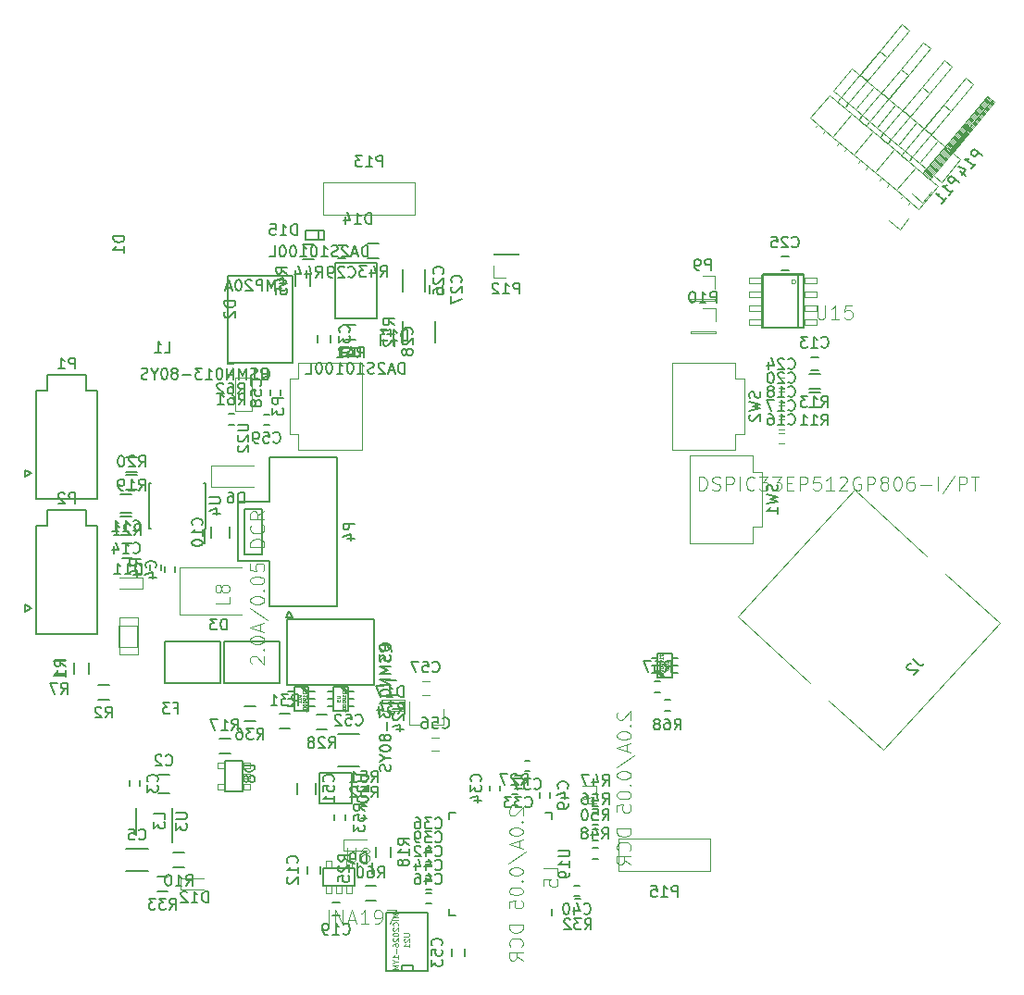
<source format=gbo>
G04 #@! TF.FileFunction,Legend,Bot*
%FSLAX46Y46*%
G04 Gerber Fmt 4.6, Leading zero omitted, Abs format (unit mm)*
G04 Created by KiCad (PCBNEW 4.0.4-stable) date 03/07/17 08:31:43*
%MOMM*%
%LPD*%
G01*
G04 APERTURE LIST*
%ADD10C,0.100000*%
%ADD11C,0.120000*%
%ADD12C,0.150000*%
%ADD13C,0.127000*%
%ADD14C,0.066040*%
%ADD15C,0.152400*%
%ADD16C,0.203200*%
%ADD17C,0.063500*%
%ADD18C,0.088900*%
%ADD19C,0.070000*%
%ADD20C,0.060960*%
G04 APERTURE END LIST*
D10*
D11*
X185220029Y-75930980D02*
X183182351Y-74221165D01*
X183182351Y-74221165D02*
X184943589Y-72122203D01*
X184943589Y-72122203D02*
X186981267Y-73832018D01*
X186981267Y-73832018D02*
X185220029Y-75930980D01*
X186253525Y-73221370D02*
X185579406Y-72655717D01*
X185579406Y-72655717D02*
X189436131Y-68059450D01*
X189436131Y-68059450D02*
X190110250Y-68625103D01*
X190110250Y-68625103D02*
X186253525Y-73221370D01*
X184293023Y-75557805D02*
X184492287Y-75320332D01*
X183618903Y-74992152D02*
X183818168Y-74754679D01*
X186161599Y-73144235D02*
X190018325Y-68547969D01*
X186069674Y-73067101D02*
X189926400Y-68470834D01*
X185977749Y-72989966D02*
X189834474Y-68393700D01*
X185885823Y-72912832D02*
X189742549Y-68316565D01*
X185793898Y-72835697D02*
X189650624Y-68239431D01*
X185701973Y-72758563D02*
X189558698Y-68162296D01*
X185610047Y-72681428D02*
X189466773Y-68085162D01*
X183182351Y-74221165D02*
X181236598Y-72588484D01*
X181236598Y-72588484D02*
X182997836Y-70489523D01*
X182997836Y-70489523D02*
X184943589Y-72122203D01*
X184943589Y-72122203D02*
X183182351Y-74221165D01*
X184307772Y-71588689D02*
X183633653Y-71023036D01*
X183633653Y-71023036D02*
X187490378Y-66426770D01*
X187490378Y-66426770D02*
X188164498Y-66992423D01*
X188164498Y-66992423D02*
X184307772Y-71588689D01*
X182347270Y-73925125D02*
X182546534Y-73687651D01*
X181673151Y-73359472D02*
X181872415Y-73121998D01*
X181236598Y-72588484D02*
X179290845Y-70955804D01*
X179290845Y-70955804D02*
X181052083Y-68856842D01*
X181052083Y-68856842D02*
X182997836Y-70489523D01*
X182997836Y-70489523D02*
X181236598Y-72588484D01*
X182362019Y-69956009D02*
X181687900Y-69390356D01*
X181687900Y-69390356D02*
X185544626Y-64794089D01*
X185544626Y-64794089D02*
X186218745Y-65359742D01*
X186218745Y-65359742D02*
X182362019Y-69956009D01*
X180401517Y-72292444D02*
X180600781Y-72054971D01*
X179727398Y-71726791D02*
X179926662Y-71489318D01*
X179290845Y-70955804D02*
X177345092Y-69323123D01*
X177345092Y-69323123D02*
X179106330Y-67224161D01*
X179106330Y-67224161D02*
X181052083Y-68856842D01*
X181052083Y-68856842D02*
X179290845Y-70955804D01*
X180416266Y-68323328D02*
X179742147Y-67757675D01*
X179742147Y-67757675D02*
X183598873Y-63161409D01*
X183598873Y-63161409D02*
X184272992Y-63727062D01*
X184272992Y-63727062D02*
X180416266Y-68323328D01*
X178455764Y-70659764D02*
X178655028Y-70422290D01*
X177781645Y-70094111D02*
X177980909Y-69856637D01*
X177345092Y-69323123D02*
X175307414Y-67613308D01*
X175307414Y-67613308D02*
X177068652Y-65514346D01*
X177068652Y-65514346D02*
X179106330Y-67224161D01*
X179106330Y-67224161D02*
X177345092Y-69323123D01*
X178470513Y-66690648D02*
X177796394Y-66124995D01*
X177796394Y-66124995D02*
X181653120Y-61528728D01*
X181653120Y-61528728D02*
X182327239Y-62094381D01*
X182327239Y-62094381D02*
X178470513Y-66690648D01*
X176510011Y-69027083D02*
X176709275Y-68789610D01*
X175835892Y-68461430D02*
X176035156Y-68223956D01*
X182516119Y-76990918D02*
X183488995Y-77807259D01*
X183488995Y-77807259D02*
X184305335Y-76834382D01*
X187307570Y-73471338D02*
X185269892Y-71761523D01*
X185269892Y-71761523D02*
X187031130Y-69662561D01*
X187031130Y-69662561D02*
X189068808Y-71372376D01*
X189068808Y-71372376D02*
X187307570Y-73471338D01*
X188341066Y-70761728D02*
X187666947Y-70196075D01*
X187666947Y-70196075D02*
X191523672Y-65599808D01*
X191523672Y-65599808D02*
X192197791Y-66165461D01*
X192197791Y-66165461D02*
X188341066Y-70761728D01*
X186380564Y-73098163D02*
X186579828Y-72860690D01*
X185706444Y-72532510D02*
X185905709Y-72295037D01*
X188249140Y-70684593D02*
X192105866Y-66088327D01*
X188157215Y-70607459D02*
X192013941Y-66011192D01*
X188065290Y-70530324D02*
X191922015Y-65934058D01*
X187973364Y-70453190D02*
X191830090Y-65856923D01*
X187881439Y-70376055D02*
X191738165Y-65779789D01*
X187789514Y-70298921D02*
X191646239Y-65702654D01*
X187697588Y-70221786D02*
X191554314Y-65625520D01*
X185269892Y-71761523D02*
X183324139Y-70128842D01*
X183324139Y-70128842D02*
X185085377Y-68029881D01*
X185085377Y-68029881D02*
X187031130Y-69662561D01*
X187031130Y-69662561D02*
X185269892Y-71761523D01*
X186395313Y-69129047D02*
X185721194Y-68563394D01*
X185721194Y-68563394D02*
X189577919Y-63967128D01*
X189577919Y-63967128D02*
X190252039Y-64532781D01*
X190252039Y-64532781D02*
X186395313Y-69129047D01*
X184434811Y-71465483D02*
X184634075Y-71228009D01*
X183760692Y-70899830D02*
X183959956Y-70662356D01*
X183324139Y-70128842D02*
X181378386Y-68496162D01*
X181378386Y-68496162D02*
X183139624Y-66397200D01*
X183139624Y-66397200D02*
X185085377Y-68029881D01*
X185085377Y-68029881D02*
X183324139Y-70128842D01*
X184449560Y-67496367D02*
X183775441Y-66930714D01*
X183775441Y-66930714D02*
X187632167Y-62334447D01*
X187632167Y-62334447D02*
X188306286Y-62900100D01*
X188306286Y-62900100D02*
X184449560Y-67496367D01*
X182489058Y-69832802D02*
X182688322Y-69595329D01*
X181814939Y-69267149D02*
X182014203Y-69029676D01*
X181378386Y-68496162D02*
X179432633Y-66863481D01*
X179432633Y-66863481D02*
X181193871Y-64764519D01*
X181193871Y-64764519D02*
X183139624Y-66397200D01*
X183139624Y-66397200D02*
X181378386Y-68496162D01*
X182503807Y-65863686D02*
X181829688Y-65298033D01*
X181829688Y-65298033D02*
X185686414Y-60701767D01*
X185686414Y-60701767D02*
X186360533Y-61267420D01*
X186360533Y-61267420D02*
X182503807Y-65863686D01*
X180543305Y-68200122D02*
X180742569Y-67962648D01*
X179869186Y-67634469D02*
X180068450Y-67396995D01*
X179432633Y-66863481D02*
X177394955Y-65153666D01*
X177394955Y-65153666D02*
X179156193Y-63054704D01*
X179156193Y-63054704D02*
X181193871Y-64764519D01*
X181193871Y-64764519D02*
X179432633Y-66863481D01*
X180558054Y-64231006D02*
X179883935Y-63665353D01*
X179883935Y-63665353D02*
X183740661Y-59069086D01*
X183740661Y-59069086D02*
X184414780Y-59634739D01*
X184414780Y-59634739D02*
X180558054Y-64231006D01*
X178597552Y-66567441D02*
X178796816Y-66329968D01*
X177923433Y-66001788D02*
X178122697Y-65764314D01*
X184603660Y-74531276D02*
X185576536Y-75347617D01*
X185576536Y-75347617D02*
X186392876Y-74374740D01*
D12*
X129600000Y-83000000D02*
X129600000Y-82000000D01*
X128250000Y-82000000D02*
X128250000Y-83000000D01*
X107340400Y-102460400D02*
X104540400Y-102460400D01*
X104540400Y-102460400D02*
X104540400Y-92560400D01*
X104540400Y-92560400D02*
X105540400Y-92560400D01*
X105540400Y-92560400D02*
X105540400Y-91160400D01*
X105540400Y-91160400D02*
X107340400Y-91160400D01*
X107340400Y-102460400D02*
X110140400Y-102460400D01*
X110140400Y-102460400D02*
X110140400Y-92560400D01*
X110140400Y-92560400D02*
X109140400Y-92560400D01*
X109140400Y-92560400D02*
X109140400Y-91160400D01*
X109140400Y-91160400D02*
X107340400Y-91160400D01*
X104140400Y-100110400D02*
X103540400Y-99810400D01*
X103540400Y-99810400D02*
X103540400Y-100410400D01*
X103540400Y-100410400D02*
X104140400Y-100110400D01*
D10*
X157800000Y-136473600D02*
X166200000Y-136473600D01*
X166200000Y-136473600D02*
X166200000Y-133533600D01*
X166200000Y-133533600D02*
X157800000Y-133533600D01*
X157800000Y-133533600D02*
X157800000Y-136473600D01*
D12*
X151700000Y-131150000D02*
X151125000Y-131150000D01*
X142300000Y-140550000D02*
X142875000Y-140550000D01*
X142300000Y-131150000D02*
X142875000Y-131150000D01*
X151700000Y-140550000D02*
X151700000Y-139975000D01*
X142300000Y-140550000D02*
X142300000Y-139975000D01*
X142300000Y-131150000D02*
X142300000Y-131725000D01*
X151700000Y-131150000D02*
X151700000Y-131725000D01*
X154325000Y-140125000D02*
X153825000Y-140125000D01*
X153825000Y-139075000D02*
X154325000Y-139075000D01*
X148275000Y-128950000D02*
X148975000Y-128950000D01*
X148975000Y-127750000D02*
X148275000Y-127750000D01*
X148050000Y-129450000D02*
X148550000Y-129450000D01*
X148550000Y-130500000D02*
X148050000Y-130500000D01*
X155425000Y-132675000D02*
X155925000Y-132675000D01*
X155925000Y-133725000D02*
X155425000Y-133725000D01*
X155450000Y-129500000D02*
X155950000Y-129500000D01*
X155950000Y-130550000D02*
X155450000Y-130550000D01*
X155400000Y-134375000D02*
X155900000Y-134375000D01*
X155900000Y-135425000D02*
X155400000Y-135425000D01*
X155450000Y-131200000D02*
X155950000Y-131200000D01*
X155950000Y-132250000D02*
X155450000Y-132250000D01*
D13*
X136672000Y-145617000D02*
X136545000Y-145617000D01*
X136545000Y-145617000D02*
X136545000Y-140283000D01*
X140355000Y-140283000D02*
X140355000Y-145617000D01*
X140355000Y-145617000D02*
X136672000Y-145617000D01*
X138958000Y-145617000D02*
X138958000Y-145109000D01*
X138958000Y-145109000D02*
X137942000Y-145109000D01*
X137942000Y-145109000D02*
X137942000Y-145617000D01*
X140355000Y-140283000D02*
X136545000Y-140283000D01*
D12*
X130350000Y-78750000D02*
X130350000Y-77950000D01*
X129150000Y-77950000D02*
X129150000Y-78750000D01*
X129150000Y-78750000D02*
X130850000Y-78750000D01*
X130850000Y-78750000D02*
X130850000Y-77950000D01*
X130850000Y-77950000D02*
X129150000Y-77950000D01*
D13*
X135730000Y-85940000D02*
X135730000Y-80860000D01*
X135730000Y-80860000D02*
X131920000Y-80860000D01*
X131920000Y-80860000D02*
X131920000Y-85940000D01*
X135730000Y-85940000D02*
X131920000Y-85940000D01*
D12*
X131150000Y-122225000D02*
X130150000Y-122225000D01*
X130150000Y-123575000D02*
X131150000Y-123575000D01*
X135475000Y-119500000D02*
X135475000Y-113500000D01*
X135475000Y-113500000D02*
X127475000Y-113500000D01*
X127475000Y-113500000D02*
X127475000Y-119500000D01*
X127475000Y-119500000D02*
X135475000Y-119500000D01*
D10*
X164275000Y-106500000D02*
X170075000Y-106500000D01*
X170075000Y-106500000D02*
X170075000Y-105000000D01*
X170075000Y-105000000D02*
X170900000Y-105000000D01*
X170900000Y-105000000D02*
X170900000Y-100000000D01*
X170900000Y-100000000D02*
X170075000Y-100000000D01*
X170075000Y-100000000D02*
X170075000Y-98500000D01*
X170075000Y-98500000D02*
X164275000Y-98500000D01*
X164275000Y-98500000D02*
X164275000Y-106500000D01*
D12*
X112768000Y-134484000D02*
X114768000Y-134484000D01*
X114768000Y-136534000D02*
X112768000Y-136534000D01*
X114013000Y-128232000D02*
X114013000Y-128732000D01*
X113063000Y-128732000D02*
X113063000Y-128232000D01*
X113651000Y-133171500D02*
X113651000Y-130721500D01*
X116951000Y-133896500D02*
X116951000Y-130721500D01*
X118102000Y-134834000D02*
X117102000Y-134834000D01*
X117102000Y-136184000D02*
X118102000Y-136184000D01*
X113276000Y-105757000D02*
X112276000Y-105757000D01*
X112276000Y-104057000D02*
X113276000Y-104057000D01*
X132015000Y-105457000D02*
X132015000Y-112277000D01*
X132015000Y-112277000D02*
X125835000Y-112277000D01*
X125835000Y-112277000D02*
X125835000Y-108157000D01*
X125835000Y-108157000D02*
X122975000Y-108157000D01*
X122975000Y-108157000D02*
X122975000Y-105457000D01*
X132015000Y-105457000D02*
X132015000Y-98637000D01*
X132015000Y-98637000D02*
X125835000Y-98637000D01*
X125835000Y-98637000D02*
X125835000Y-102757000D01*
X125835000Y-102757000D02*
X122975000Y-102757000D01*
X122975000Y-102757000D02*
X122975000Y-105457000D01*
X125235000Y-107557000D02*
X123575000Y-107557000D01*
X123575000Y-107557000D02*
X123575000Y-103357000D01*
X123575000Y-103357000D02*
X125235000Y-103357000D01*
X125235000Y-103357000D02*
X125235000Y-107557000D01*
X127675000Y-112677000D02*
X127375000Y-113277000D01*
X127375000Y-113277000D02*
X127975000Y-113277000D01*
X127975000Y-113277000D02*
X127675000Y-112677000D01*
D11*
X117624000Y-113037000D02*
X117624000Y-108737000D01*
X117624000Y-108737000D02*
X123324000Y-108737000D01*
X117624000Y-113037000D02*
X123324000Y-113037000D01*
D12*
X129321000Y-136048000D02*
X129321000Y-136748000D01*
X130521000Y-136748000D02*
X130521000Y-136048000D01*
X131615000Y-140554000D02*
X132315000Y-140554000D01*
X132315000Y-139354000D02*
X131615000Y-139354000D01*
X173362800Y-80324400D02*
X172662800Y-80324400D01*
X172662800Y-81524400D02*
X173362800Y-81524400D01*
X140100000Y-81500000D02*
X140100000Y-83500000D01*
X138050000Y-83500000D02*
X138050000Y-81500000D01*
X141725000Y-83650000D02*
X141725000Y-82950000D01*
X140525000Y-82950000D02*
X140525000Y-83650000D01*
X137225000Y-88400000D02*
X137225000Y-87700000D01*
X136025000Y-87700000D02*
X136025000Y-88400000D01*
X132100000Y-80450000D02*
X132800000Y-80450000D01*
X132800000Y-79250000D02*
X132100000Y-79250000D01*
X131475000Y-88200000D02*
X131475000Y-87500000D01*
X130275000Y-87500000D02*
X130275000Y-88200000D01*
D11*
X120559000Y-101387000D02*
X120559000Y-99387000D01*
X120559000Y-99387000D02*
X124459000Y-99387000D01*
X120559000Y-101387000D02*
X124459000Y-101387000D01*
X132685000Y-134612000D02*
X132685000Y-133612000D01*
X132685000Y-133612000D02*
X134785000Y-133612000D01*
X132685000Y-134612000D02*
X134785000Y-134612000D01*
X114249000Y-109662000D02*
X114249000Y-110662000D01*
X114249000Y-110662000D02*
X112149000Y-110662000D01*
X114249000Y-109662000D02*
X112149000Y-109662000D01*
X117737000Y-138168000D02*
X117737000Y-137168000D01*
X117737000Y-137168000D02*
X119837000Y-137168000D01*
X117737000Y-138168000D02*
X119837000Y-138168000D01*
D12*
X133675000Y-89450000D02*
X133675000Y-88650000D01*
X132475000Y-88650000D02*
X132475000Y-89450000D01*
X132475000Y-89450000D02*
X134175000Y-89450000D01*
X134175000Y-89450000D02*
X134175000Y-88650000D01*
X134175000Y-88650000D02*
X132475000Y-88650000D01*
D14*
X112123700Y-116708960D02*
X112123700Y-115972360D01*
X112123700Y-115972360D02*
X113876300Y-115972360D01*
X113876300Y-116708960D02*
X113876300Y-115972360D01*
X112123700Y-116708960D02*
X113876300Y-116708960D01*
X112123700Y-114067360D02*
X112123700Y-113330760D01*
X112123700Y-113330760D02*
X113876300Y-113330760D01*
X113876300Y-114067360D02*
X113876300Y-113330760D01*
X112123700Y-114067360D02*
X113876300Y-114067360D01*
D15*
X112187200Y-114067360D02*
X112187200Y-115985060D01*
X113812800Y-114067360D02*
X113812800Y-115985060D01*
D14*
X133405880Y-138531600D02*
X132905500Y-138531600D01*
X132905500Y-138531600D02*
X132905500Y-137881360D01*
X133405880Y-137881360D02*
X132905500Y-137881360D01*
X133405880Y-138531600D02*
X133405880Y-137881360D01*
X132455920Y-138531600D02*
X131958080Y-138531600D01*
X131958080Y-138531600D02*
X131958080Y-137881360D01*
X132455920Y-137881360D02*
X131958080Y-137881360D01*
X132455920Y-138531600D02*
X132455920Y-137881360D01*
X131508500Y-138531600D02*
X131008120Y-138531600D01*
X131008120Y-138531600D02*
X131008120Y-137881360D01*
X131508500Y-137881360D02*
X131008120Y-137881360D01*
X131508500Y-138531600D02*
X131508500Y-137881360D01*
X131508500Y-136184640D02*
X131008120Y-136184640D01*
X131008120Y-136184640D02*
X131008120Y-135534400D01*
X131508500Y-135534400D02*
X131008120Y-135534400D01*
X131508500Y-136184640D02*
X131508500Y-135534400D01*
X133405880Y-136184640D02*
X132905500Y-136184640D01*
X132905500Y-136184640D02*
X132905500Y-135534400D01*
X133405880Y-135534400D02*
X132905500Y-135534400D01*
X133405880Y-136184640D02*
X133405880Y-135534400D01*
D15*
X130787140Y-136225280D02*
X130787140Y-137840720D01*
X130787140Y-137840720D02*
X133626860Y-137840720D01*
X133626860Y-137840720D02*
X133626860Y-136225280D01*
X133626860Y-136225280D02*
X130787140Y-136225280D01*
X132727700Y-136225280D02*
X131686300Y-136225280D01*
X132633720Y-137840720D02*
X132727700Y-137840720D01*
X131686300Y-137840720D02*
X131780280Y-137840720D01*
X133532880Y-137840720D02*
X133626860Y-137840720D01*
X130787140Y-137840720D02*
X130881120Y-137840720D01*
X130881120Y-136225280D02*
X130787140Y-136225280D01*
X133626860Y-136225280D02*
X133532880Y-136225280D01*
D12*
X122025000Y-90025000D02*
X128025000Y-90025000D01*
X128025000Y-90025000D02*
X128025000Y-82025000D01*
X128025000Y-82025000D02*
X122025000Y-82025000D01*
X122025000Y-82025000D02*
X122025000Y-90025000D01*
X109350000Y-118450000D02*
X109350000Y-117450000D01*
X108000000Y-117450000D02*
X108000000Y-118450000D01*
X111200000Y-119450000D02*
X110200000Y-119450000D01*
X110200000Y-120800000D02*
X111200000Y-120800000D01*
X114949000Y-108987000D02*
X114949000Y-108487000D01*
X115999000Y-108487000D02*
X115999000Y-108987000D01*
X107150000Y-117275000D02*
X106150000Y-117275000D01*
X106150000Y-118625000D02*
X107150000Y-118625000D01*
X121300000Y-125725000D02*
X122300000Y-125725000D01*
X122300000Y-124375000D02*
X121300000Y-124375000D01*
X135596000Y-134259000D02*
X135596000Y-135259000D01*
X136946000Y-135259000D02*
X136946000Y-134259000D01*
X112374000Y-107912000D02*
X113374000Y-107912000D01*
X113374000Y-106562000D02*
X112374000Y-106562000D01*
X135295000Y-136759000D02*
X135295000Y-135759000D01*
X133945000Y-135759000D02*
X133945000Y-136759000D01*
X126766000Y-123484000D02*
X127766000Y-123484000D01*
X127766000Y-122134000D02*
X126766000Y-122134000D01*
X116590000Y-136993000D02*
X115590000Y-136993000D01*
X115590000Y-138343000D02*
X116590000Y-138343000D01*
X137500000Y-119050000D02*
X136500000Y-119050000D01*
X136500000Y-120400000D02*
X137500000Y-120400000D01*
X124600000Y-121425000D02*
X123600000Y-121425000D01*
X123600000Y-122775000D02*
X124600000Y-122775000D01*
X133775000Y-86525000D02*
X132775000Y-86525000D01*
X132775000Y-87875000D02*
X133775000Y-87875000D01*
X135875000Y-79125000D02*
X134875000Y-79125000D01*
X134875000Y-80475000D02*
X135875000Y-80475000D01*
X129950000Y-79175000D02*
X128950000Y-79175000D01*
X128950000Y-80525000D02*
X129950000Y-80525000D01*
X119999000Y-105162000D02*
X119949000Y-105162000D01*
X119999000Y-101012000D02*
X119854000Y-101012000D01*
X114849000Y-101012000D02*
X114994000Y-101012000D01*
X114849000Y-105162000D02*
X114994000Y-105162000D01*
X119999000Y-105162000D02*
X119999000Y-101012000D01*
X114849000Y-105162000D02*
X114849000Y-101012000D01*
X119949000Y-105162000D02*
X119949000Y-106562000D01*
D13*
X133048460Y-120305260D02*
X132388060Y-119644860D01*
X133048460Y-120152860D02*
X132553160Y-119644860D01*
X131753060Y-121397460D02*
X131194260Y-121397460D01*
X131753060Y-120102060D02*
X131194260Y-120102060D01*
X133048460Y-120749760D02*
X133607260Y-120749760D01*
X133048460Y-121397460D02*
X133607260Y-121397460D01*
X133048460Y-120102060D02*
X133607260Y-120102060D01*
X131753060Y-120749760D02*
X131194260Y-120749760D01*
X131753060Y-119644860D02*
X131753060Y-121854660D01*
X131753060Y-121854660D02*
X133048460Y-121854660D01*
X133048460Y-121854660D02*
X133048460Y-119644860D01*
X133048460Y-119644860D02*
X131753060Y-119644860D01*
D14*
X124123600Y-126626120D02*
X124123600Y-127126500D01*
X124123600Y-127126500D02*
X123473360Y-127126500D01*
X123473360Y-126626120D02*
X123473360Y-127126500D01*
X124123600Y-126626120D02*
X123473360Y-126626120D01*
X124123600Y-127576080D02*
X124123600Y-128073920D01*
X124123600Y-128073920D02*
X123473360Y-128073920D01*
X123473360Y-127576080D02*
X123473360Y-128073920D01*
X124123600Y-127576080D02*
X123473360Y-127576080D01*
X124123600Y-128523500D02*
X124123600Y-129023880D01*
X124123600Y-129023880D02*
X123473360Y-129023880D01*
X123473360Y-128523500D02*
X123473360Y-129023880D01*
X124123600Y-128523500D02*
X123473360Y-128523500D01*
X121776640Y-128523500D02*
X121776640Y-129023880D01*
X121776640Y-129023880D02*
X121126400Y-129023880D01*
X121126400Y-128523500D02*
X121126400Y-129023880D01*
X121776640Y-128523500D02*
X121126400Y-128523500D01*
X121776640Y-126626120D02*
X121776640Y-127126500D01*
X121776640Y-127126500D02*
X121126400Y-127126500D01*
X121126400Y-126626120D02*
X121126400Y-127126500D01*
X121776640Y-126626120D02*
X121126400Y-126626120D01*
D15*
X121817280Y-129244860D02*
X123432720Y-129244860D01*
X123432720Y-129244860D02*
X123432720Y-126405140D01*
X123432720Y-126405140D02*
X121817280Y-126405140D01*
X121817280Y-126405140D02*
X121817280Y-129244860D01*
X121817280Y-127304300D02*
X121817280Y-128345700D01*
X123432720Y-127398280D02*
X123432720Y-127304300D01*
X123432720Y-128345700D02*
X123432720Y-128251720D01*
X123432720Y-126499120D02*
X123432720Y-126405140D01*
X123432720Y-129244860D02*
X123432720Y-129150880D01*
X121817280Y-129150880D02*
X121817280Y-129244860D01*
X121817280Y-126405140D02*
X121817280Y-126499120D01*
D13*
X121379000Y-115524000D02*
X116299000Y-115524000D01*
X116299000Y-115524000D02*
X116299000Y-119334000D01*
X116299000Y-119334000D02*
X121379000Y-119334000D01*
X121379000Y-115524000D02*
X121379000Y-119334000D01*
X129448460Y-120305260D02*
X128788060Y-119644860D01*
X129448460Y-120152860D02*
X128953160Y-119644860D01*
X128153060Y-121397460D02*
X127594260Y-121397460D01*
X128153060Y-120102060D02*
X127594260Y-120102060D01*
X129448460Y-120749760D02*
X130007260Y-120749760D01*
X129448460Y-121397460D02*
X130007260Y-121397460D01*
X129448460Y-120102060D02*
X130007260Y-120102060D01*
X128153060Y-120749760D02*
X127594260Y-120749760D01*
X128153060Y-119644860D02*
X128153060Y-121854660D01*
X128153060Y-121854660D02*
X129448460Y-121854660D01*
X129448460Y-121854660D02*
X129448460Y-119644860D01*
X129448460Y-119644860D02*
X128153060Y-119644860D01*
X126840000Y-115524000D02*
X121760000Y-115524000D01*
X121760000Y-115524000D02*
X121760000Y-119334000D01*
X121760000Y-119334000D02*
X126840000Y-119334000D01*
X126840000Y-115524000D02*
X126840000Y-119334000D01*
D14*
X175928020Y-82255360D02*
X175928020Y-82745580D01*
X175928020Y-82745580D02*
X174828200Y-82745580D01*
X174828200Y-82255360D02*
X174828200Y-82745580D01*
X175928020Y-82255360D02*
X174828200Y-82255360D01*
X175928020Y-83525360D02*
X175928020Y-84015580D01*
X175928020Y-84015580D02*
X174828200Y-84015580D01*
X174828200Y-83525360D02*
X174828200Y-84015580D01*
X175928020Y-83525360D02*
X174828200Y-83525360D01*
X175928020Y-84792820D02*
X175928020Y-85283040D01*
X175928020Y-85283040D02*
X174828200Y-85283040D01*
X174828200Y-84792820D02*
X174828200Y-85283040D01*
X175928020Y-84792820D02*
X174828200Y-84792820D01*
X175928020Y-86062820D02*
X175928020Y-86553040D01*
X175928020Y-86553040D02*
X174828200Y-86553040D01*
X174828200Y-86062820D02*
X174828200Y-86553040D01*
X175928020Y-86062820D02*
X174828200Y-86062820D01*
X170830240Y-86062820D02*
X170830240Y-86553040D01*
X170830240Y-86553040D02*
X169730420Y-86553040D01*
X169730420Y-86062820D02*
X169730420Y-86553040D01*
X170830240Y-86062820D02*
X169730420Y-86062820D01*
X170830240Y-84792820D02*
X170830240Y-85283040D01*
X170830240Y-85283040D02*
X169730420Y-85283040D01*
X169730420Y-84792820D02*
X169730420Y-85283040D01*
X170830240Y-84792820D02*
X169730420Y-84792820D01*
X170830240Y-83525360D02*
X170830240Y-84015580D01*
X170830240Y-84015580D02*
X169730420Y-84015580D01*
X169730420Y-83525360D02*
X169730420Y-84015580D01*
X170830240Y-83525360D02*
X169730420Y-83525360D01*
X170830240Y-82255360D02*
X170830240Y-82745580D01*
X170830240Y-82745580D02*
X169730420Y-82745580D01*
X169730420Y-82255360D02*
X169730420Y-82745580D01*
X170830240Y-82255360D02*
X169730420Y-82255360D01*
D16*
X170929300Y-86801960D02*
X174228760Y-86801960D01*
X174228760Y-86801960D02*
X174729140Y-86801960D01*
X174729140Y-86801960D02*
X174729140Y-82006440D01*
X174729140Y-82006440D02*
X174228760Y-82006440D01*
X174228760Y-82006440D02*
X170929300Y-82006440D01*
X170929300Y-82006440D02*
X170929300Y-86801960D01*
X174228760Y-86801960D02*
X174228760Y-82006440D01*
D13*
X171030900Y-81904840D02*
X171030900Y-86801960D01*
X171030900Y-86801960D02*
X174729140Y-86801960D01*
X174729140Y-86801960D02*
X174729140Y-81904840D01*
X174729140Y-81904840D02*
X171030900Y-81904840D01*
D17*
X174025006Y-82605880D02*
G75*
G03X174025006Y-82605880I-197566J0D01*
G01*
D12*
X115721000Y-127674000D02*
X116721000Y-127674000D01*
X116721000Y-129374000D02*
X115721000Y-129374000D01*
X116299000Y-109187000D02*
X116299000Y-108687000D01*
X117249000Y-108687000D02*
X117249000Y-109187000D01*
X120562000Y-106021000D02*
X120562000Y-105021000D01*
X122262000Y-105021000D02*
X122262000Y-106021000D01*
X113276000Y-103720000D02*
X112276000Y-103720000D01*
X112276000Y-102020000D02*
X113276000Y-102020000D01*
X113784000Y-98639000D02*
X112784000Y-98639000D01*
X112784000Y-99989000D02*
X113784000Y-99989000D01*
X112784000Y-101640000D02*
X113784000Y-101640000D01*
X113784000Y-100290000D02*
X112784000Y-100290000D01*
X176070448Y-89476400D02*
X175370448Y-89476400D01*
X175370448Y-90676400D02*
X176070448Y-90676400D01*
X176220448Y-92703400D02*
X175220448Y-92703400D01*
X175220448Y-94053400D02*
X176220448Y-94053400D01*
X176220448Y-91027000D02*
X175220448Y-91027000D01*
X175220448Y-92377000D02*
X176220448Y-92377000D01*
X130075000Y-128450000D02*
X130075000Y-129450000D01*
X128375000Y-129450000D02*
X128375000Y-128450000D01*
X132120000Y-123950000D02*
X134120000Y-123950000D01*
X134120000Y-126900000D02*
X132120000Y-126900000D01*
X142525000Y-143600000D02*
X142525000Y-144300000D01*
X143725000Y-144300000D02*
X143725000Y-143600000D01*
X134290000Y-129193000D02*
X134790000Y-129193000D01*
X134790000Y-130243000D02*
X134290000Y-130243000D01*
X134279000Y-130590000D02*
X134779000Y-130590000D01*
X134779000Y-131640000D02*
X134279000Y-131640000D01*
X132850000Y-131375000D02*
X132850000Y-131875000D01*
X131800000Y-131875000D02*
X131800000Y-131375000D01*
D11*
X141400000Y-124300000D02*
X140700000Y-124300000D01*
X140700000Y-125500000D02*
X141400000Y-125500000D01*
X140500000Y-119175000D02*
X139800000Y-119175000D01*
X139800000Y-120375000D02*
X140500000Y-120375000D01*
X138200000Y-120875000D02*
X138200000Y-121875000D01*
X138200000Y-121875000D02*
X136100000Y-121875000D01*
X138200000Y-120875000D02*
X136100000Y-120875000D01*
D12*
X161124200Y-119105930D02*
X161624200Y-119105930D01*
X161624200Y-120155930D02*
X161124200Y-120155930D01*
X162524200Y-121855930D02*
X162024200Y-121855930D01*
X162024200Y-120805930D02*
X162524200Y-120805930D01*
D11*
X141780000Y-123135000D02*
X140850000Y-123135000D01*
X138620000Y-123135000D02*
X139550000Y-123135000D01*
X138620000Y-123135000D02*
X138620000Y-120975000D01*
X141780000Y-123135000D02*
X141780000Y-121675000D01*
D13*
X161368740Y-118148100D02*
X162029140Y-118808500D01*
X161368740Y-118300500D02*
X161864040Y-118808500D01*
X162664140Y-117055900D02*
X163222940Y-117055900D01*
X162664140Y-118351300D02*
X163222940Y-118351300D01*
X161368740Y-117703600D02*
X160809940Y-117703600D01*
X161368740Y-117055900D02*
X160809940Y-117055900D01*
X161368740Y-118351300D02*
X160809940Y-118351300D01*
X162664140Y-117703600D02*
X163222940Y-117703600D01*
X162664140Y-118808500D02*
X162664140Y-116598700D01*
X162664140Y-116598700D02*
X161368740Y-116598700D01*
X161368740Y-116598700D02*
X161368740Y-118808500D01*
X161368740Y-118808500D02*
X162664140Y-118808500D01*
D10*
X134325000Y-90000000D02*
X128525000Y-90000000D01*
X128525000Y-90000000D02*
X128525000Y-91500000D01*
X128525000Y-91500000D02*
X127700000Y-91500000D01*
X127700000Y-91500000D02*
X127700000Y-96500000D01*
X127700000Y-96500000D02*
X128525000Y-96500000D01*
X128525000Y-96500000D02*
X128525000Y-98000000D01*
X128525000Y-98000000D02*
X134325000Y-98000000D01*
X134325000Y-98000000D02*
X134325000Y-90000000D01*
D12*
X134640000Y-139232000D02*
X135640000Y-139232000D01*
X135640000Y-137882000D02*
X134640000Y-137882000D01*
X125925000Y-93000000D02*
X125925000Y-92500000D01*
X126875000Y-92500000D02*
X126875000Y-93000000D01*
X125850000Y-95675000D02*
X125350000Y-95675000D01*
X125350000Y-94725000D02*
X125850000Y-94725000D01*
X122150000Y-94675000D02*
X122650000Y-94675000D01*
X122650000Y-95725000D02*
X122150000Y-95725000D01*
X122600000Y-91125000D02*
X122100000Y-91125000D01*
X122100000Y-90075000D02*
X122600000Y-90075000D01*
D10*
X162675000Y-98000000D02*
X168475000Y-98000000D01*
X168475000Y-98000000D02*
X168475000Y-96500000D01*
X168475000Y-96500000D02*
X169300000Y-96500000D01*
X169300000Y-96500000D02*
X169300000Y-91500000D01*
X169300000Y-91500000D02*
X168475000Y-91500000D01*
X168475000Y-91500000D02*
X168475000Y-90000000D01*
X168475000Y-90000000D02*
X162675000Y-90000000D01*
X162675000Y-90000000D02*
X162675000Y-98000000D01*
X124250000Y-91400000D02*
X122750000Y-91400000D01*
X124250000Y-94400000D02*
X124250000Y-91400000D01*
X122750000Y-94400000D02*
X124250000Y-94400000D01*
X122750000Y-91400000D02*
X122750000Y-94400000D01*
D12*
X141000000Y-88200000D02*
X141000000Y-86200000D01*
X138050000Y-86200000D02*
X138050000Y-88200000D01*
D11*
X172428000Y-91371400D02*
X172928000Y-91371400D01*
X172928000Y-92321400D02*
X172428000Y-92321400D01*
X172428000Y-96451400D02*
X172928000Y-96451400D01*
X172928000Y-97401400D02*
X172428000Y-97401400D01*
X172428000Y-95181400D02*
X172928000Y-95181400D01*
X172928000Y-96131400D02*
X172428000Y-96131400D01*
X172428000Y-93911400D02*
X172928000Y-93911400D01*
X172928000Y-94861400D02*
X172428000Y-94861400D01*
X172428000Y-92641400D02*
X172928000Y-92641400D01*
X172928000Y-93591400D02*
X172428000Y-93591400D01*
D12*
X107340400Y-114804800D02*
X104540400Y-114804800D01*
X104540400Y-114804800D02*
X104540400Y-104904800D01*
X104540400Y-104904800D02*
X105540400Y-104904800D01*
X105540400Y-104904800D02*
X105540400Y-103504800D01*
X105540400Y-103504800D02*
X107340400Y-103504800D01*
X107340400Y-114804800D02*
X110140400Y-114804800D01*
X110140400Y-114804800D02*
X110140400Y-104904800D01*
X110140400Y-104904800D02*
X109140400Y-104904800D01*
X109140400Y-104904800D02*
X109140400Y-103504800D01*
X109140400Y-103504800D02*
X107340400Y-103504800D01*
X104140400Y-112454800D02*
X103540400Y-112154800D01*
X103540400Y-112154800D02*
X103540400Y-112754800D01*
X103540400Y-112754800D02*
X104140400Y-112454800D01*
D10*
X139202200Y-73533600D02*
X130802200Y-73533600D01*
X130802200Y-73533600D02*
X130802200Y-76473600D01*
X130802200Y-76473600D02*
X139202200Y-76473600D01*
X139202200Y-76473600D02*
X139202200Y-73533600D01*
D12*
X146025000Y-129175000D02*
X146025000Y-128675000D01*
X146975000Y-128675000D02*
X146975000Y-129175000D01*
X140150000Y-133400000D02*
X140650000Y-133400000D01*
X140650000Y-134350000D02*
X140150000Y-134350000D01*
X149700000Y-127350000D02*
X149200000Y-127350000D01*
X149200000Y-126400000D02*
X149700000Y-126400000D01*
X140150000Y-134675000D02*
X140650000Y-134675000D01*
X140650000Y-135625000D02*
X140150000Y-135625000D01*
X154225000Y-138775000D02*
X153725000Y-138775000D01*
X153725000Y-137825000D02*
X154225000Y-137825000D01*
X140150000Y-135950000D02*
X140650000Y-135950000D01*
X140650000Y-136900000D02*
X140150000Y-136900000D01*
X140150000Y-137225000D02*
X140650000Y-137225000D01*
X140650000Y-138175000D02*
X140150000Y-138175000D01*
X140150000Y-138500000D02*
X140650000Y-138500000D01*
X140650000Y-139450000D02*
X140150000Y-139450000D01*
X151525000Y-129325000D02*
X151525000Y-129825000D01*
X150575000Y-129825000D02*
X150575000Y-129325000D01*
D11*
X192632978Y-113826349D02*
X181992432Y-125438467D01*
X168699322Y-113257575D02*
X175327445Y-119331131D01*
X168699322Y-113257575D02*
X179339868Y-101645457D01*
X179339868Y-101645457D02*
X185975364Y-107725769D01*
X177052674Y-120912013D02*
X181992432Y-125438467D01*
X187685847Y-109293139D02*
X192632978Y-113826349D01*
X166626400Y-84210400D02*
X166626400Y-84330400D01*
X166626400Y-84330400D02*
X164386400Y-84330400D01*
X164386400Y-84330400D02*
X164386400Y-84210400D01*
X164386400Y-84210400D02*
X166626400Y-84210400D01*
X166626400Y-83210400D02*
X166626400Y-82090400D01*
X166626400Y-82090400D02*
X165506400Y-82090400D01*
X166645000Y-87175000D02*
X166645000Y-87295000D01*
X166645000Y-87295000D02*
X164405000Y-87295000D01*
X164405000Y-87295000D02*
X164405000Y-87175000D01*
X164405000Y-87175000D02*
X166645000Y-87175000D01*
X166645000Y-86175000D02*
X166645000Y-85055000D01*
X166645000Y-85055000D02*
X165525000Y-85055000D01*
X146380000Y-80125000D02*
X146380000Y-80005000D01*
X146380000Y-80005000D02*
X148620000Y-80005000D01*
X148620000Y-80005000D02*
X148620000Y-80125000D01*
X148620000Y-80125000D02*
X146380000Y-80125000D01*
X146380000Y-81125000D02*
X146380000Y-82245000D01*
X146380000Y-82245000D02*
X147500000Y-82245000D01*
D12*
X130405000Y-127524244D02*
X133405000Y-127524244D01*
X133405000Y-127524244D02*
X133405000Y-130324244D01*
X133405000Y-130324244D02*
X130405000Y-130324244D01*
X130405000Y-130324244D02*
X130405000Y-127524244D01*
X188972080Y-73532276D02*
X188206036Y-72889488D01*
X187961164Y-73181315D01*
X187936424Y-73284881D01*
X187942293Y-73351968D01*
X187984641Y-73449664D01*
X188094076Y-73541491D01*
X188197641Y-73566230D01*
X188264729Y-73560361D01*
X188362425Y-73518013D01*
X188607296Y-73226186D01*
X187992594Y-74699582D02*
X188359901Y-74261842D01*
X188176248Y-74480712D02*
X187410203Y-73837924D01*
X187580856Y-73856794D01*
X187715030Y-73845055D01*
X187812726Y-73802708D01*
X187380415Y-75429148D02*
X187747723Y-74991408D01*
X187564069Y-75210278D02*
X186798025Y-74567490D01*
X186968677Y-74586360D01*
X187102852Y-74574622D01*
X187200548Y-74532274D01*
X191059621Y-71072634D02*
X190293577Y-70429846D01*
X190048705Y-70721673D01*
X190023965Y-70825239D01*
X190029834Y-70892326D01*
X190072182Y-70990022D01*
X190181617Y-71081849D01*
X190285182Y-71106588D01*
X190352270Y-71100719D01*
X190449966Y-71058371D01*
X190694837Y-70766544D01*
X190080135Y-72239940D02*
X190447442Y-71802200D01*
X190263789Y-72021070D02*
X189497744Y-71378282D01*
X189668397Y-71397152D01*
X189802571Y-71385413D01*
X189900267Y-71343066D01*
X189018477Y-72468024D02*
X189529174Y-72896550D01*
X188879696Y-72040761D02*
X189579916Y-72317504D01*
X189181999Y-72791722D01*
X127477381Y-81857143D02*
X127001190Y-81523809D01*
X127477381Y-81285714D02*
X126477381Y-81285714D01*
X126477381Y-81666667D01*
X126525000Y-81761905D01*
X126572619Y-81809524D01*
X126667857Y-81857143D01*
X126810714Y-81857143D01*
X126905952Y-81809524D01*
X126953571Y-81761905D01*
X127001190Y-81666667D01*
X127001190Y-81285714D01*
X126810714Y-82714286D02*
X127477381Y-82714286D01*
X126429762Y-82476190D02*
X127144048Y-82238095D01*
X127144048Y-82857143D01*
X126477381Y-83714286D02*
X126477381Y-83238095D01*
X126953571Y-83190476D01*
X126905952Y-83238095D01*
X126858333Y-83333333D01*
X126858333Y-83571429D01*
X126905952Y-83666667D01*
X126953571Y-83714286D01*
X127048810Y-83761905D01*
X127286905Y-83761905D01*
X127382143Y-83714286D01*
X127429762Y-83666667D01*
X127477381Y-83571429D01*
X127477381Y-83333333D01*
X127429762Y-83238095D01*
X127382143Y-83190476D01*
X108078495Y-90562781D02*
X108078495Y-89562781D01*
X107697542Y-89562781D01*
X107602304Y-89610400D01*
X107554685Y-89658019D01*
X107507066Y-89753257D01*
X107507066Y-89896114D01*
X107554685Y-89991352D01*
X107602304Y-90038971D01*
X107697542Y-90086590D01*
X108078495Y-90086590D01*
X106554685Y-90562781D02*
X107126114Y-90562781D01*
X106840400Y-90562781D02*
X106840400Y-89562781D01*
X106935638Y-89705638D01*
X107030876Y-89800876D01*
X107126114Y-89848495D01*
D18*
X175976159Y-84732344D02*
X175976159Y-85760439D01*
X176036635Y-85881391D01*
X176097111Y-85941868D01*
X176218064Y-86002344D01*
X176459968Y-86002344D01*
X176580921Y-85941868D01*
X176641397Y-85881391D01*
X176701873Y-85760439D01*
X176701873Y-84732344D01*
X177971873Y-86002344D02*
X177246159Y-86002344D01*
X177609016Y-86002344D02*
X177609016Y-84732344D01*
X177488064Y-84913772D01*
X177367111Y-85034725D01*
X177246159Y-85095201D01*
X179120921Y-84732344D02*
X178516159Y-84732344D01*
X178455683Y-85337106D01*
X178516159Y-85276630D01*
X178637111Y-85216153D01*
X178939492Y-85216153D01*
X179060445Y-85276630D01*
X179120921Y-85337106D01*
X179181397Y-85458058D01*
X179181397Y-85760439D01*
X179120921Y-85881391D01*
X179060445Y-85941868D01*
X178939492Y-86002344D01*
X178637111Y-86002344D01*
X178516159Y-85941868D01*
X178455683Y-85881391D01*
X165166039Y-101694464D02*
X165166039Y-100424464D01*
X165468420Y-100424464D01*
X165649848Y-100484940D01*
X165770801Y-100605892D01*
X165831277Y-100726845D01*
X165891753Y-100968750D01*
X165891753Y-101150178D01*
X165831277Y-101392083D01*
X165770801Y-101513035D01*
X165649848Y-101633988D01*
X165468420Y-101694464D01*
X165166039Y-101694464D01*
X166375563Y-101633988D02*
X166556991Y-101694464D01*
X166859372Y-101694464D01*
X166980325Y-101633988D01*
X167040801Y-101573511D01*
X167101277Y-101452559D01*
X167101277Y-101331607D01*
X167040801Y-101210654D01*
X166980325Y-101150178D01*
X166859372Y-101089702D01*
X166617468Y-101029226D01*
X166496515Y-100968750D01*
X166436039Y-100908273D01*
X166375563Y-100787321D01*
X166375563Y-100666369D01*
X166436039Y-100545416D01*
X166496515Y-100484940D01*
X166617468Y-100424464D01*
X166919848Y-100424464D01*
X167101277Y-100484940D01*
X167645563Y-101694464D02*
X167645563Y-100424464D01*
X168129372Y-100424464D01*
X168250325Y-100484940D01*
X168310801Y-100545416D01*
X168371277Y-100666369D01*
X168371277Y-100847797D01*
X168310801Y-100968750D01*
X168250325Y-101029226D01*
X168129372Y-101089702D01*
X167645563Y-101089702D01*
X168915563Y-101694464D02*
X168915563Y-100424464D01*
X170246039Y-101573511D02*
X170185563Y-101633988D01*
X170004134Y-101694464D01*
X169883182Y-101694464D01*
X169701754Y-101633988D01*
X169580801Y-101513035D01*
X169520325Y-101392083D01*
X169459849Y-101150178D01*
X169459849Y-100968750D01*
X169520325Y-100726845D01*
X169580801Y-100605892D01*
X169701754Y-100484940D01*
X169883182Y-100424464D01*
X170004134Y-100424464D01*
X170185563Y-100484940D01*
X170246039Y-100545416D01*
X170669373Y-100424464D02*
X171455563Y-100424464D01*
X171032230Y-100908273D01*
X171213658Y-100908273D01*
X171334611Y-100968750D01*
X171395087Y-101029226D01*
X171455563Y-101150178D01*
X171455563Y-101452559D01*
X171395087Y-101573511D01*
X171334611Y-101633988D01*
X171213658Y-101694464D01*
X170850801Y-101694464D01*
X170729849Y-101633988D01*
X170669373Y-101573511D01*
X171878897Y-100424464D02*
X172665087Y-100424464D01*
X172241754Y-100908273D01*
X172423182Y-100908273D01*
X172544135Y-100968750D01*
X172604611Y-101029226D01*
X172665087Y-101150178D01*
X172665087Y-101452559D01*
X172604611Y-101573511D01*
X172544135Y-101633988D01*
X172423182Y-101694464D01*
X172060325Y-101694464D01*
X171939373Y-101633988D01*
X171878897Y-101573511D01*
X173209373Y-101029226D02*
X173632706Y-101029226D01*
X173814135Y-101694464D02*
X173209373Y-101694464D01*
X173209373Y-100424464D01*
X173814135Y-100424464D01*
X174358421Y-101694464D02*
X174358421Y-100424464D01*
X174842230Y-100424464D01*
X174963183Y-100484940D01*
X175023659Y-100545416D01*
X175084135Y-100666369D01*
X175084135Y-100847797D01*
X175023659Y-100968750D01*
X174963183Y-101029226D01*
X174842230Y-101089702D01*
X174358421Y-101089702D01*
X176233183Y-100424464D02*
X175628421Y-100424464D01*
X175567945Y-101029226D01*
X175628421Y-100968750D01*
X175749373Y-100908273D01*
X176051754Y-100908273D01*
X176172707Y-100968750D01*
X176233183Y-101029226D01*
X176293659Y-101150178D01*
X176293659Y-101452559D01*
X176233183Y-101573511D01*
X176172707Y-101633988D01*
X176051754Y-101694464D01*
X175749373Y-101694464D01*
X175628421Y-101633988D01*
X175567945Y-101573511D01*
X177503183Y-101694464D02*
X176777469Y-101694464D01*
X177140326Y-101694464D02*
X177140326Y-100424464D01*
X177019374Y-100605892D01*
X176898421Y-100726845D01*
X176777469Y-100787321D01*
X177986993Y-100545416D02*
X178047469Y-100484940D01*
X178168421Y-100424464D01*
X178470802Y-100424464D01*
X178591755Y-100484940D01*
X178652231Y-100545416D01*
X178712707Y-100666369D01*
X178712707Y-100787321D01*
X178652231Y-100968750D01*
X177926517Y-101694464D01*
X178712707Y-101694464D01*
X179922231Y-100484940D02*
X179801279Y-100424464D01*
X179619850Y-100424464D01*
X179438422Y-100484940D01*
X179317469Y-100605892D01*
X179256993Y-100726845D01*
X179196517Y-100968750D01*
X179196517Y-101150178D01*
X179256993Y-101392083D01*
X179317469Y-101513035D01*
X179438422Y-101633988D01*
X179619850Y-101694464D01*
X179740802Y-101694464D01*
X179922231Y-101633988D01*
X179982707Y-101573511D01*
X179982707Y-101150178D01*
X179740802Y-101150178D01*
X180526993Y-101694464D02*
X180526993Y-100424464D01*
X181010802Y-100424464D01*
X181131755Y-100484940D01*
X181192231Y-100545416D01*
X181252707Y-100666369D01*
X181252707Y-100847797D01*
X181192231Y-100968750D01*
X181131755Y-101029226D01*
X181010802Y-101089702D01*
X180526993Y-101089702D01*
X181978422Y-100968750D02*
X181857469Y-100908273D01*
X181796993Y-100847797D01*
X181736517Y-100726845D01*
X181736517Y-100666369D01*
X181796993Y-100545416D01*
X181857469Y-100484940D01*
X181978422Y-100424464D01*
X182220326Y-100424464D01*
X182341279Y-100484940D01*
X182401755Y-100545416D01*
X182462231Y-100666369D01*
X182462231Y-100726845D01*
X182401755Y-100847797D01*
X182341279Y-100908273D01*
X182220326Y-100968750D01*
X181978422Y-100968750D01*
X181857469Y-101029226D01*
X181796993Y-101089702D01*
X181736517Y-101210654D01*
X181736517Y-101452559D01*
X181796993Y-101573511D01*
X181857469Y-101633988D01*
X181978422Y-101694464D01*
X182220326Y-101694464D01*
X182341279Y-101633988D01*
X182401755Y-101573511D01*
X182462231Y-101452559D01*
X182462231Y-101210654D01*
X182401755Y-101089702D01*
X182341279Y-101029226D01*
X182220326Y-100968750D01*
X183248422Y-100424464D02*
X183369374Y-100424464D01*
X183490326Y-100484940D01*
X183550803Y-100545416D01*
X183611279Y-100666369D01*
X183671755Y-100908273D01*
X183671755Y-101210654D01*
X183611279Y-101452559D01*
X183550803Y-101573511D01*
X183490326Y-101633988D01*
X183369374Y-101694464D01*
X183248422Y-101694464D01*
X183127469Y-101633988D01*
X183066993Y-101573511D01*
X183006517Y-101452559D01*
X182946041Y-101210654D01*
X182946041Y-100908273D01*
X183006517Y-100666369D01*
X183066993Y-100545416D01*
X183127469Y-100484940D01*
X183248422Y-100424464D01*
X184760327Y-100424464D02*
X184518422Y-100424464D01*
X184397470Y-100484940D01*
X184336993Y-100545416D01*
X184216041Y-100726845D01*
X184155565Y-100968750D01*
X184155565Y-101452559D01*
X184216041Y-101573511D01*
X184276517Y-101633988D01*
X184397470Y-101694464D01*
X184639374Y-101694464D01*
X184760327Y-101633988D01*
X184820803Y-101573511D01*
X184881279Y-101452559D01*
X184881279Y-101150178D01*
X184820803Y-101029226D01*
X184760327Y-100968750D01*
X184639374Y-100908273D01*
X184397470Y-100908273D01*
X184276517Y-100968750D01*
X184216041Y-101029226D01*
X184155565Y-101150178D01*
X185425565Y-101210654D02*
X186393184Y-101210654D01*
X186997946Y-101694464D02*
X186997946Y-100424464D01*
X188509851Y-100363988D02*
X187421279Y-101996845D01*
X188933184Y-101694464D02*
X188933184Y-100424464D01*
X189416993Y-100424464D01*
X189537946Y-100484940D01*
X189598422Y-100545416D01*
X189658898Y-100666369D01*
X189658898Y-100847797D01*
X189598422Y-100968750D01*
X189537946Y-101029226D01*
X189416993Y-101089702D01*
X188933184Y-101089702D01*
X190021755Y-100424464D02*
X190747470Y-100424464D01*
X190384613Y-101694464D02*
X190384613Y-100424464D01*
D12*
X163214286Y-138855981D02*
X163214286Y-137855981D01*
X162833333Y-137855981D01*
X162738095Y-137903600D01*
X162690476Y-137951219D01*
X162642857Y-138046457D01*
X162642857Y-138189314D01*
X162690476Y-138284552D01*
X162738095Y-138332171D01*
X162833333Y-138379790D01*
X163214286Y-138379790D01*
X161690476Y-138855981D02*
X162261905Y-138855981D01*
X161976191Y-138855981D02*
X161976191Y-137855981D01*
X162071429Y-137998838D01*
X162166667Y-138094076D01*
X162261905Y-138141695D01*
X160785714Y-137855981D02*
X161261905Y-137855981D01*
X161309524Y-138332171D01*
X161261905Y-138284552D01*
X161166667Y-138236933D01*
X160928571Y-138236933D01*
X160833333Y-138284552D01*
X160785714Y-138332171D01*
X160738095Y-138427410D01*
X160738095Y-138665505D01*
X160785714Y-138760743D01*
X160833333Y-138808362D01*
X160928571Y-138855981D01*
X161166667Y-138855981D01*
X161261905Y-138808362D01*
X161309524Y-138760743D01*
X152327381Y-134611905D02*
X153136905Y-134611905D01*
X153232143Y-134659524D01*
X153279762Y-134707143D01*
X153327381Y-134802381D01*
X153327381Y-134992858D01*
X153279762Y-135088096D01*
X153232143Y-135135715D01*
X153136905Y-135183334D01*
X152327381Y-135183334D01*
X153327381Y-136183334D02*
X153327381Y-135611905D01*
X153327381Y-135897619D02*
X152327381Y-135897619D01*
X152470238Y-135802381D01*
X152565476Y-135707143D01*
X152613095Y-135611905D01*
X153327381Y-136659524D02*
X153327381Y-136850000D01*
X153279762Y-136945239D01*
X153232143Y-136992858D01*
X153089286Y-137088096D01*
X152898810Y-137135715D01*
X152517857Y-137135715D01*
X152422619Y-137088096D01*
X152375000Y-137040477D01*
X152327381Y-136945239D01*
X152327381Y-136754762D01*
X152375000Y-136659524D01*
X152422619Y-136611905D01*
X152517857Y-136564286D01*
X152755952Y-136564286D01*
X152851190Y-136611905D01*
X152898810Y-136659524D01*
X152946429Y-136754762D01*
X152946429Y-136945239D01*
X152898810Y-137040477D01*
X152851190Y-137088096D01*
X152755952Y-137135715D01*
X154717857Y-141852381D02*
X155051191Y-141376190D01*
X155289286Y-141852381D02*
X155289286Y-140852381D01*
X154908333Y-140852381D01*
X154813095Y-140900000D01*
X154765476Y-140947619D01*
X154717857Y-141042857D01*
X154717857Y-141185714D01*
X154765476Y-141280952D01*
X154813095Y-141328571D01*
X154908333Y-141376190D01*
X155289286Y-141376190D01*
X154384524Y-140852381D02*
X153765476Y-140852381D01*
X154098810Y-141233333D01*
X153955952Y-141233333D01*
X153860714Y-141280952D01*
X153813095Y-141328571D01*
X153765476Y-141423810D01*
X153765476Y-141661905D01*
X153813095Y-141757143D01*
X153860714Y-141804762D01*
X153955952Y-141852381D01*
X154241667Y-141852381D01*
X154336905Y-141804762D01*
X154384524Y-141757143D01*
X153384524Y-140947619D02*
X153336905Y-140900000D01*
X153241667Y-140852381D01*
X153003571Y-140852381D01*
X152908333Y-140900000D01*
X152860714Y-140947619D01*
X152813095Y-141042857D01*
X152813095Y-141138095D01*
X152860714Y-141280952D01*
X153432143Y-141852381D01*
X152813095Y-141852381D01*
X149267857Y-130607143D02*
X149315476Y-130654762D01*
X149458333Y-130702381D01*
X149553571Y-130702381D01*
X149696429Y-130654762D01*
X149791667Y-130559524D01*
X149839286Y-130464286D01*
X149886905Y-130273810D01*
X149886905Y-130130952D01*
X149839286Y-129940476D01*
X149791667Y-129845238D01*
X149696429Y-129750000D01*
X149553571Y-129702381D01*
X149458333Y-129702381D01*
X149315476Y-129750000D01*
X149267857Y-129797619D01*
X148934524Y-129702381D02*
X148315476Y-129702381D01*
X148648810Y-130083333D01*
X148505952Y-130083333D01*
X148410714Y-130130952D01*
X148363095Y-130178571D01*
X148315476Y-130273810D01*
X148315476Y-130511905D01*
X148363095Y-130607143D01*
X148410714Y-130654762D01*
X148505952Y-130702381D01*
X148791667Y-130702381D01*
X148886905Y-130654762D01*
X148934524Y-130607143D01*
X147982143Y-129702381D02*
X147363095Y-129702381D01*
X147696429Y-130083333D01*
X147553571Y-130083333D01*
X147458333Y-130130952D01*
X147410714Y-130178571D01*
X147363095Y-130273810D01*
X147363095Y-130511905D01*
X147410714Y-130607143D01*
X147458333Y-130654762D01*
X147553571Y-130702381D01*
X147839286Y-130702381D01*
X147934524Y-130654762D01*
X147982143Y-130607143D01*
X148942857Y-128627381D02*
X149276191Y-128151190D01*
X149514286Y-128627381D02*
X149514286Y-127627381D01*
X149133333Y-127627381D01*
X149038095Y-127675000D01*
X148990476Y-127722619D01*
X148942857Y-127817857D01*
X148942857Y-127960714D01*
X148990476Y-128055952D01*
X149038095Y-128103571D01*
X149133333Y-128151190D01*
X149514286Y-128151190D01*
X148561905Y-127722619D02*
X148514286Y-127675000D01*
X148419048Y-127627381D01*
X148180952Y-127627381D01*
X148085714Y-127675000D01*
X148038095Y-127722619D01*
X147990476Y-127817857D01*
X147990476Y-127913095D01*
X148038095Y-128055952D01*
X148609524Y-128627381D01*
X147990476Y-128627381D01*
X147657143Y-127627381D02*
X146990476Y-127627381D01*
X147419048Y-128627381D01*
X156317857Y-131852381D02*
X156651191Y-131376190D01*
X156889286Y-131852381D02*
X156889286Y-130852381D01*
X156508333Y-130852381D01*
X156413095Y-130900000D01*
X156365476Y-130947619D01*
X156317857Y-131042857D01*
X156317857Y-131185714D01*
X156365476Y-131280952D01*
X156413095Y-131328571D01*
X156508333Y-131376190D01*
X156889286Y-131376190D01*
X155413095Y-130852381D02*
X155889286Y-130852381D01*
X155936905Y-131328571D01*
X155889286Y-131280952D01*
X155794048Y-131233333D01*
X155555952Y-131233333D01*
X155460714Y-131280952D01*
X155413095Y-131328571D01*
X155365476Y-131423810D01*
X155365476Y-131661905D01*
X155413095Y-131757143D01*
X155460714Y-131804762D01*
X155555952Y-131852381D01*
X155794048Y-131852381D01*
X155889286Y-131804762D01*
X155936905Y-131757143D01*
X154746429Y-130852381D02*
X154651190Y-130852381D01*
X154555952Y-130900000D01*
X154508333Y-130947619D01*
X154460714Y-131042857D01*
X154413095Y-131233333D01*
X154413095Y-131471429D01*
X154460714Y-131661905D01*
X154508333Y-131757143D01*
X154555952Y-131804762D01*
X154651190Y-131852381D01*
X154746429Y-131852381D01*
X154841667Y-131804762D01*
X154889286Y-131757143D01*
X154936905Y-131661905D01*
X154984524Y-131471429D01*
X154984524Y-131233333D01*
X154936905Y-131042857D01*
X154889286Y-130947619D01*
X154841667Y-130900000D01*
X154746429Y-130852381D01*
X156342857Y-128677381D02*
X156676191Y-128201190D01*
X156914286Y-128677381D02*
X156914286Y-127677381D01*
X156533333Y-127677381D01*
X156438095Y-127725000D01*
X156390476Y-127772619D01*
X156342857Y-127867857D01*
X156342857Y-128010714D01*
X156390476Y-128105952D01*
X156438095Y-128153571D01*
X156533333Y-128201190D01*
X156914286Y-128201190D01*
X155485714Y-128010714D02*
X155485714Y-128677381D01*
X155723810Y-127629762D02*
X155961905Y-128344048D01*
X155342857Y-128344048D01*
X155057143Y-127677381D02*
X154390476Y-127677381D01*
X154819048Y-128677381D01*
X156292857Y-133552381D02*
X156626191Y-133076190D01*
X156864286Y-133552381D02*
X156864286Y-132552381D01*
X156483333Y-132552381D01*
X156388095Y-132600000D01*
X156340476Y-132647619D01*
X156292857Y-132742857D01*
X156292857Y-132885714D01*
X156340476Y-132980952D01*
X156388095Y-133028571D01*
X156483333Y-133076190D01*
X156864286Y-133076190D01*
X155435714Y-132885714D02*
X155435714Y-133552381D01*
X155673810Y-132504762D02*
X155911905Y-133219048D01*
X155292857Y-133219048D01*
X154769048Y-132980952D02*
X154864286Y-132933333D01*
X154911905Y-132885714D01*
X154959524Y-132790476D01*
X154959524Y-132742857D01*
X154911905Y-132647619D01*
X154864286Y-132600000D01*
X154769048Y-132552381D01*
X154578571Y-132552381D01*
X154483333Y-132600000D01*
X154435714Y-132647619D01*
X154388095Y-132742857D01*
X154388095Y-132790476D01*
X154435714Y-132885714D01*
X154483333Y-132933333D01*
X154578571Y-132980952D01*
X154769048Y-132980952D01*
X154864286Y-133028571D01*
X154911905Y-133076190D01*
X154959524Y-133171429D01*
X154959524Y-133361905D01*
X154911905Y-133457143D01*
X154864286Y-133504762D01*
X154769048Y-133552381D01*
X154578571Y-133552381D01*
X154483333Y-133504762D01*
X154435714Y-133457143D01*
X154388095Y-133361905D01*
X154388095Y-133171429D01*
X154435714Y-133076190D01*
X154483333Y-133028571D01*
X154578571Y-132980952D01*
X156342857Y-130377381D02*
X156676191Y-129901190D01*
X156914286Y-130377381D02*
X156914286Y-129377381D01*
X156533333Y-129377381D01*
X156438095Y-129425000D01*
X156390476Y-129472619D01*
X156342857Y-129567857D01*
X156342857Y-129710714D01*
X156390476Y-129805952D01*
X156438095Y-129853571D01*
X156533333Y-129901190D01*
X156914286Y-129901190D01*
X155485714Y-129710714D02*
X155485714Y-130377381D01*
X155723810Y-129329762D02*
X155961905Y-130044048D01*
X155342857Y-130044048D01*
X154533333Y-129377381D02*
X154723810Y-129377381D01*
X154819048Y-129425000D01*
X154866667Y-129472619D01*
X154961905Y-129615476D01*
X155009524Y-129805952D01*
X155009524Y-130186905D01*
X154961905Y-130282143D01*
X154914286Y-130329762D01*
X154819048Y-130377381D01*
X154628571Y-130377381D01*
X154533333Y-130329762D01*
X154485714Y-130282143D01*
X154438095Y-130186905D01*
X154438095Y-129948810D01*
X154485714Y-129853571D01*
X154533333Y-129805952D01*
X154628571Y-129758333D01*
X154819048Y-129758333D01*
X154914286Y-129805952D01*
X154961905Y-129853571D01*
X155009524Y-129948810D01*
X122752381Y-84386905D02*
X121752381Y-84386905D01*
X121752381Y-84625000D01*
X121800000Y-84767858D01*
X121895238Y-84863096D01*
X121990476Y-84910715D01*
X122180952Y-84958334D01*
X122323810Y-84958334D01*
X122514286Y-84910715D01*
X122609524Y-84863096D01*
X122704762Y-84767858D01*
X122752381Y-84625000D01*
X122752381Y-84386905D01*
X121847619Y-85339286D02*
X121800000Y-85386905D01*
X121752381Y-85482143D01*
X121752381Y-85720239D01*
X121800000Y-85815477D01*
X121847619Y-85863096D01*
X121942857Y-85910715D01*
X122038095Y-85910715D01*
X122180952Y-85863096D01*
X122752381Y-85291667D01*
X122752381Y-85910715D01*
D19*
X138176190Y-142203953D02*
X138580952Y-142203953D01*
X138628571Y-142227762D01*
X138652381Y-142251572D01*
X138676190Y-142299191D01*
X138676190Y-142394429D01*
X138652381Y-142442048D01*
X138628571Y-142465857D01*
X138580952Y-142489667D01*
X138176190Y-142489667D01*
X138223810Y-142703953D02*
X138200000Y-142727763D01*
X138176190Y-142775382D01*
X138176190Y-142894429D01*
X138200000Y-142942048D01*
X138223810Y-142965858D01*
X138271429Y-142989667D01*
X138319048Y-142989667D01*
X138390476Y-142965858D01*
X138676190Y-142680144D01*
X138676190Y-142989667D01*
X138676190Y-143465857D02*
X138676190Y-143180143D01*
X138676190Y-143323000D02*
X138176190Y-143323000D01*
X138247619Y-143275381D01*
X138295238Y-143227762D01*
X138319048Y-143180143D01*
X137660190Y-140414287D02*
X137160190Y-140414287D01*
X137517333Y-140580953D01*
X137160190Y-140747620D01*
X137660190Y-140747620D01*
X137660190Y-140985716D02*
X137160190Y-140985716D01*
X137612571Y-141509525D02*
X137636381Y-141485715D01*
X137660190Y-141414287D01*
X137660190Y-141366668D01*
X137636381Y-141295239D01*
X137588762Y-141247620D01*
X137541143Y-141223811D01*
X137445905Y-141200001D01*
X137374476Y-141200001D01*
X137279238Y-141223811D01*
X137231619Y-141247620D01*
X137184000Y-141295239D01*
X137160190Y-141366668D01*
X137160190Y-141414287D01*
X137184000Y-141485715D01*
X137207810Y-141509525D01*
X137207810Y-141700001D02*
X137184000Y-141723811D01*
X137160190Y-141771430D01*
X137160190Y-141890477D01*
X137184000Y-141938096D01*
X137207810Y-141961906D01*
X137255429Y-141985715D01*
X137303048Y-141985715D01*
X137374476Y-141961906D01*
X137660190Y-141676192D01*
X137660190Y-141985715D01*
X137160190Y-142295239D02*
X137160190Y-142342858D01*
X137184000Y-142390477D01*
X137207810Y-142414286D01*
X137255429Y-142438096D01*
X137350667Y-142461905D01*
X137469714Y-142461905D01*
X137564952Y-142438096D01*
X137612571Y-142414286D01*
X137636381Y-142390477D01*
X137660190Y-142342858D01*
X137660190Y-142295239D01*
X137636381Y-142247620D01*
X137612571Y-142223810D01*
X137564952Y-142200001D01*
X137469714Y-142176191D01*
X137350667Y-142176191D01*
X137255429Y-142200001D01*
X137207810Y-142223810D01*
X137184000Y-142247620D01*
X137160190Y-142295239D01*
X137207810Y-142652381D02*
X137184000Y-142676191D01*
X137160190Y-142723810D01*
X137160190Y-142842857D01*
X137184000Y-142890476D01*
X137207810Y-142914286D01*
X137255429Y-142938095D01*
X137303048Y-142938095D01*
X137374476Y-142914286D01*
X137660190Y-142628572D01*
X137660190Y-142938095D01*
X137160190Y-143366666D02*
X137160190Y-143271428D01*
X137184000Y-143223809D01*
X137207810Y-143200000D01*
X137279238Y-143152381D01*
X137374476Y-143128571D01*
X137564952Y-143128571D01*
X137612571Y-143152381D01*
X137636381Y-143176190D01*
X137660190Y-143223809D01*
X137660190Y-143319047D01*
X137636381Y-143366666D01*
X137612571Y-143390476D01*
X137564952Y-143414285D01*
X137445905Y-143414285D01*
X137398286Y-143390476D01*
X137374476Y-143366666D01*
X137350667Y-143319047D01*
X137350667Y-143223809D01*
X137374476Y-143176190D01*
X137398286Y-143152381D01*
X137445905Y-143128571D01*
X137469714Y-143628571D02*
X137469714Y-144009523D01*
X137660190Y-144509523D02*
X137660190Y-144223809D01*
X137660190Y-144366666D02*
X137160190Y-144366666D01*
X137231619Y-144319047D01*
X137279238Y-144271428D01*
X137303048Y-144223809D01*
X137422095Y-144819047D02*
X137660190Y-144819047D01*
X137160190Y-144652380D02*
X137422095Y-144819047D01*
X137160190Y-144985713D01*
X137660190Y-145152380D02*
X137160190Y-145152380D01*
X137517333Y-145319046D01*
X137160190Y-145485713D01*
X137660190Y-145485713D01*
D12*
X135164286Y-77302381D02*
X135164286Y-76302381D01*
X134926191Y-76302381D01*
X134783333Y-76350000D01*
X134688095Y-76445238D01*
X134640476Y-76540476D01*
X134592857Y-76730952D01*
X134592857Y-76873810D01*
X134640476Y-77064286D01*
X134688095Y-77159524D01*
X134783333Y-77254762D01*
X134926191Y-77302381D01*
X135164286Y-77302381D01*
X133640476Y-77302381D02*
X134211905Y-77302381D01*
X133926191Y-77302381D02*
X133926191Y-76302381D01*
X134021429Y-76445238D01*
X134116667Y-76540476D01*
X134211905Y-76588095D01*
X132783333Y-76635714D02*
X132783333Y-77302381D01*
X133021429Y-76254762D02*
X133259524Y-76969048D01*
X132640476Y-76969048D01*
X134878572Y-80302381D02*
X134878572Y-79302381D01*
X134640477Y-79302381D01*
X134497619Y-79350000D01*
X134402381Y-79445238D01*
X134354762Y-79540476D01*
X134307143Y-79730952D01*
X134307143Y-79873810D01*
X134354762Y-80064286D01*
X134402381Y-80159524D01*
X134497619Y-80254762D01*
X134640477Y-80302381D01*
X134878572Y-80302381D01*
X133926191Y-80016667D02*
X133450000Y-80016667D01*
X134021429Y-80302381D02*
X133688096Y-79302381D01*
X133354762Y-80302381D01*
X133069048Y-79397619D02*
X133021429Y-79350000D01*
X132926191Y-79302381D01*
X132688095Y-79302381D01*
X132592857Y-79350000D01*
X132545238Y-79397619D01*
X132497619Y-79492857D01*
X132497619Y-79588095D01*
X132545238Y-79730952D01*
X133116667Y-80302381D01*
X132497619Y-80302381D01*
X132116667Y-80254762D02*
X131973810Y-80302381D01*
X131735714Y-80302381D01*
X131640476Y-80254762D01*
X131592857Y-80207143D01*
X131545238Y-80111905D01*
X131545238Y-80016667D01*
X131592857Y-79921429D01*
X131640476Y-79873810D01*
X131735714Y-79826190D01*
X131926191Y-79778571D01*
X132021429Y-79730952D01*
X132069048Y-79683333D01*
X132116667Y-79588095D01*
X132116667Y-79492857D01*
X132069048Y-79397619D01*
X132021429Y-79350000D01*
X131926191Y-79302381D01*
X131688095Y-79302381D01*
X131545238Y-79350000D01*
X130592857Y-80302381D02*
X131164286Y-80302381D01*
X130878572Y-80302381D02*
X130878572Y-79302381D01*
X130973810Y-79445238D01*
X131069048Y-79540476D01*
X131164286Y-79588095D01*
X129973810Y-79302381D02*
X129878571Y-79302381D01*
X129783333Y-79350000D01*
X129735714Y-79397619D01*
X129688095Y-79492857D01*
X129640476Y-79683333D01*
X129640476Y-79921429D01*
X129688095Y-80111905D01*
X129735714Y-80207143D01*
X129783333Y-80254762D01*
X129878571Y-80302381D01*
X129973810Y-80302381D01*
X130069048Y-80254762D01*
X130116667Y-80207143D01*
X130164286Y-80111905D01*
X130211905Y-79921429D01*
X130211905Y-79683333D01*
X130164286Y-79492857D01*
X130116667Y-79397619D01*
X130069048Y-79350000D01*
X129973810Y-79302381D01*
X128688095Y-80302381D02*
X129259524Y-80302381D01*
X128973810Y-80302381D02*
X128973810Y-79302381D01*
X129069048Y-79445238D01*
X129164286Y-79540476D01*
X129259524Y-79588095D01*
X128069048Y-79302381D02*
X127973809Y-79302381D01*
X127878571Y-79350000D01*
X127830952Y-79397619D01*
X127783333Y-79492857D01*
X127735714Y-79683333D01*
X127735714Y-79921429D01*
X127783333Y-80111905D01*
X127830952Y-80207143D01*
X127878571Y-80254762D01*
X127973809Y-80302381D01*
X128069048Y-80302381D01*
X128164286Y-80254762D01*
X128211905Y-80207143D01*
X128259524Y-80111905D01*
X128307143Y-79921429D01*
X128307143Y-79683333D01*
X128259524Y-79492857D01*
X128211905Y-79397619D01*
X128164286Y-79350000D01*
X128069048Y-79302381D01*
X127116667Y-79302381D02*
X127021428Y-79302381D01*
X126926190Y-79350000D01*
X126878571Y-79397619D01*
X126830952Y-79492857D01*
X126783333Y-79683333D01*
X126783333Y-79921429D01*
X126830952Y-80111905D01*
X126878571Y-80207143D01*
X126926190Y-80254762D01*
X127021428Y-80302381D01*
X127116667Y-80302381D01*
X127211905Y-80254762D01*
X127259524Y-80207143D01*
X127307143Y-80111905D01*
X127354762Y-79921429D01*
X127354762Y-79683333D01*
X127307143Y-79492857D01*
X127259524Y-79397619D01*
X127211905Y-79350000D01*
X127116667Y-79302381D01*
X125878571Y-80302381D02*
X126354762Y-80302381D01*
X126354762Y-79302381D01*
X131292857Y-125252381D02*
X131626191Y-124776190D01*
X131864286Y-125252381D02*
X131864286Y-124252381D01*
X131483333Y-124252381D01*
X131388095Y-124300000D01*
X131340476Y-124347619D01*
X131292857Y-124442857D01*
X131292857Y-124585714D01*
X131340476Y-124680952D01*
X131388095Y-124728571D01*
X131483333Y-124776190D01*
X131864286Y-124776190D01*
X130911905Y-124347619D02*
X130864286Y-124300000D01*
X130769048Y-124252381D01*
X130530952Y-124252381D01*
X130435714Y-124300000D01*
X130388095Y-124347619D01*
X130340476Y-124442857D01*
X130340476Y-124538095D01*
X130388095Y-124680952D01*
X130959524Y-125252381D01*
X130340476Y-125252381D01*
X129769048Y-124680952D02*
X129864286Y-124633333D01*
X129911905Y-124585714D01*
X129959524Y-124490476D01*
X129959524Y-124442857D01*
X129911905Y-124347619D01*
X129864286Y-124300000D01*
X129769048Y-124252381D01*
X129578571Y-124252381D01*
X129483333Y-124300000D01*
X129435714Y-124347619D01*
X129388095Y-124442857D01*
X129388095Y-124490476D01*
X129435714Y-124585714D01*
X129483333Y-124633333D01*
X129578571Y-124680952D01*
X129769048Y-124680952D01*
X129864286Y-124728571D01*
X129911905Y-124776190D01*
X129959524Y-124871429D01*
X129959524Y-125061905D01*
X129911905Y-125157143D01*
X129864286Y-125204762D01*
X129769048Y-125252381D01*
X129578571Y-125252381D01*
X129483333Y-125204762D01*
X129435714Y-125157143D01*
X129388095Y-125061905D01*
X129388095Y-124871429D01*
X129435714Y-124776190D01*
X129483333Y-124728571D01*
X129578571Y-124680952D01*
X137062619Y-116404762D02*
X137015000Y-116309524D01*
X136919762Y-116214286D01*
X136776905Y-116071429D01*
X136729286Y-115976190D01*
X136729286Y-115880952D01*
X136967381Y-115928571D02*
X136919762Y-115833333D01*
X136824524Y-115738095D01*
X136634048Y-115690476D01*
X136300714Y-115690476D01*
X136110238Y-115738095D01*
X136015000Y-115833333D01*
X135967381Y-115928571D01*
X135967381Y-116119048D01*
X136015000Y-116214286D01*
X136110238Y-116309524D01*
X136300714Y-116357143D01*
X136634048Y-116357143D01*
X136824524Y-116309524D01*
X136919762Y-116214286D01*
X136967381Y-116119048D01*
X136967381Y-115928571D01*
X135967381Y-116690476D02*
X135967381Y-117309524D01*
X136348333Y-116976190D01*
X136348333Y-117119048D01*
X136395952Y-117214286D01*
X136443571Y-117261905D01*
X136538810Y-117309524D01*
X136776905Y-117309524D01*
X136872143Y-117261905D01*
X136919762Y-117214286D01*
X136967381Y-117119048D01*
X136967381Y-116833333D01*
X136919762Y-116738095D01*
X136872143Y-116690476D01*
X136967381Y-115841905D02*
X135967381Y-115841905D01*
X135967381Y-116222858D01*
X136015000Y-116318096D01*
X136062619Y-116365715D01*
X136157857Y-116413334D01*
X136300714Y-116413334D01*
X136395952Y-116365715D01*
X136443571Y-116318096D01*
X136491190Y-116222858D01*
X136491190Y-115841905D01*
X136919762Y-116794286D02*
X136967381Y-116937143D01*
X136967381Y-117175239D01*
X136919762Y-117270477D01*
X136872143Y-117318096D01*
X136776905Y-117365715D01*
X136681667Y-117365715D01*
X136586429Y-117318096D01*
X136538810Y-117270477D01*
X136491190Y-117175239D01*
X136443571Y-116984762D01*
X136395952Y-116889524D01*
X136348333Y-116841905D01*
X136253095Y-116794286D01*
X136157857Y-116794286D01*
X136062619Y-116841905D01*
X136015000Y-116889524D01*
X135967381Y-116984762D01*
X135967381Y-117222858D01*
X136015000Y-117365715D01*
X136967381Y-117794286D02*
X135967381Y-117794286D01*
X136681667Y-118127620D01*
X135967381Y-118460953D01*
X136967381Y-118460953D01*
X136967381Y-118937143D02*
X135967381Y-118937143D01*
X136967381Y-119508572D01*
X135967381Y-119508572D01*
X135967381Y-120175238D02*
X135967381Y-120270477D01*
X136015000Y-120365715D01*
X136062619Y-120413334D01*
X136157857Y-120460953D01*
X136348333Y-120508572D01*
X136586429Y-120508572D01*
X136776905Y-120460953D01*
X136872143Y-120413334D01*
X136919762Y-120365715D01*
X136967381Y-120270477D01*
X136967381Y-120175238D01*
X136919762Y-120080000D01*
X136872143Y-120032381D01*
X136776905Y-119984762D01*
X136586429Y-119937143D01*
X136348333Y-119937143D01*
X136157857Y-119984762D01*
X136062619Y-120032381D01*
X136015000Y-120080000D01*
X135967381Y-120175238D01*
X136967381Y-121460953D02*
X136967381Y-120889524D01*
X136967381Y-121175238D02*
X135967381Y-121175238D01*
X136110238Y-121080000D01*
X136205476Y-120984762D01*
X136253095Y-120889524D01*
X135967381Y-121794286D02*
X135967381Y-122413334D01*
X136348333Y-122080000D01*
X136348333Y-122222858D01*
X136395952Y-122318096D01*
X136443571Y-122365715D01*
X136538810Y-122413334D01*
X136776905Y-122413334D01*
X136872143Y-122365715D01*
X136919762Y-122318096D01*
X136967381Y-122222858D01*
X136967381Y-121937143D01*
X136919762Y-121841905D01*
X136872143Y-121794286D01*
X136586429Y-122841905D02*
X136586429Y-123603810D01*
X136395952Y-124222857D02*
X136348333Y-124127619D01*
X136300714Y-124080000D01*
X136205476Y-124032381D01*
X136157857Y-124032381D01*
X136062619Y-124080000D01*
X136015000Y-124127619D01*
X135967381Y-124222857D01*
X135967381Y-124413334D01*
X136015000Y-124508572D01*
X136062619Y-124556191D01*
X136157857Y-124603810D01*
X136205476Y-124603810D01*
X136300714Y-124556191D01*
X136348333Y-124508572D01*
X136395952Y-124413334D01*
X136395952Y-124222857D01*
X136443571Y-124127619D01*
X136491190Y-124080000D01*
X136586429Y-124032381D01*
X136776905Y-124032381D01*
X136872143Y-124080000D01*
X136919762Y-124127619D01*
X136967381Y-124222857D01*
X136967381Y-124413334D01*
X136919762Y-124508572D01*
X136872143Y-124556191D01*
X136776905Y-124603810D01*
X136586429Y-124603810D01*
X136491190Y-124556191D01*
X136443571Y-124508572D01*
X136395952Y-124413334D01*
X135967381Y-125222857D02*
X135967381Y-125318096D01*
X136015000Y-125413334D01*
X136062619Y-125460953D01*
X136157857Y-125508572D01*
X136348333Y-125556191D01*
X136586429Y-125556191D01*
X136776905Y-125508572D01*
X136872143Y-125460953D01*
X136919762Y-125413334D01*
X136967381Y-125318096D01*
X136967381Y-125222857D01*
X136919762Y-125127619D01*
X136872143Y-125080000D01*
X136776905Y-125032381D01*
X136586429Y-124984762D01*
X136348333Y-124984762D01*
X136157857Y-125032381D01*
X136062619Y-125080000D01*
X136015000Y-125127619D01*
X135967381Y-125222857D01*
X136491190Y-126175238D02*
X136967381Y-126175238D01*
X135967381Y-125841905D02*
X136491190Y-126175238D01*
X135967381Y-126508572D01*
X136919762Y-126794286D02*
X136967381Y-126937143D01*
X136967381Y-127175239D01*
X136919762Y-127270477D01*
X136872143Y-127318096D01*
X136776905Y-127365715D01*
X136681667Y-127365715D01*
X136586429Y-127318096D01*
X136538810Y-127270477D01*
X136491190Y-127175239D01*
X136443571Y-126984762D01*
X136395952Y-126889524D01*
X136348333Y-126841905D01*
X136253095Y-126794286D01*
X136157857Y-126794286D01*
X136062619Y-126841905D01*
X136015000Y-126889524D01*
X135967381Y-126984762D01*
X135967381Y-127222858D01*
X136015000Y-127365715D01*
X172304762Y-101166667D02*
X172352381Y-101309524D01*
X172352381Y-101547620D01*
X172304762Y-101642858D01*
X172257143Y-101690477D01*
X172161905Y-101738096D01*
X172066667Y-101738096D01*
X171971429Y-101690477D01*
X171923810Y-101642858D01*
X171876190Y-101547620D01*
X171828571Y-101357143D01*
X171780952Y-101261905D01*
X171733333Y-101214286D01*
X171638095Y-101166667D01*
X171542857Y-101166667D01*
X171447619Y-101214286D01*
X171400000Y-101261905D01*
X171352381Y-101357143D01*
X171352381Y-101595239D01*
X171400000Y-101738096D01*
X171352381Y-102071429D02*
X172352381Y-102309524D01*
X171638095Y-102500001D01*
X172352381Y-102690477D01*
X171352381Y-102928572D01*
X172352381Y-103833334D02*
X172352381Y-103261905D01*
X172352381Y-103547619D02*
X171352381Y-103547619D01*
X171495238Y-103452381D01*
X171590476Y-103357143D01*
X171638095Y-103261905D01*
X116324381Y-131755334D02*
X116324381Y-131279143D01*
X115324381Y-131279143D01*
X115324381Y-131993429D02*
X115324381Y-132612477D01*
X115705333Y-132279143D01*
X115705333Y-132422001D01*
X115752952Y-132517239D01*
X115800571Y-132564858D01*
X115895810Y-132612477D01*
X116133905Y-132612477D01*
X116229143Y-132564858D01*
X116276762Y-132517239D01*
X116324381Y-132422001D01*
X116324381Y-132136286D01*
X116276762Y-132041048D01*
X116229143Y-131993429D01*
X113934666Y-133566143D02*
X113982285Y-133613762D01*
X114125142Y-133661381D01*
X114220380Y-133661381D01*
X114363238Y-133613762D01*
X114458476Y-133518524D01*
X114506095Y-133423286D01*
X114553714Y-133232810D01*
X114553714Y-133089952D01*
X114506095Y-132899476D01*
X114458476Y-132804238D01*
X114363238Y-132709000D01*
X114220380Y-132661381D01*
X114125142Y-132661381D01*
X113982285Y-132709000D01*
X113934666Y-132756619D01*
X113029904Y-132661381D02*
X113506095Y-132661381D01*
X113553714Y-133137571D01*
X113506095Y-133089952D01*
X113410857Y-133042333D01*
X113172761Y-133042333D01*
X113077523Y-133089952D01*
X113029904Y-133137571D01*
X112982285Y-133232810D01*
X112982285Y-133470905D01*
X113029904Y-133566143D01*
X113077523Y-133613762D01*
X113172761Y-133661381D01*
X113410857Y-133661381D01*
X113506095Y-133613762D01*
X113553714Y-133566143D01*
X115595143Y-128315334D02*
X115642762Y-128267715D01*
X115690381Y-128124858D01*
X115690381Y-128029620D01*
X115642762Y-127886762D01*
X115547524Y-127791524D01*
X115452286Y-127743905D01*
X115261810Y-127696286D01*
X115118952Y-127696286D01*
X114928476Y-127743905D01*
X114833238Y-127791524D01*
X114738000Y-127886762D01*
X114690381Y-128029620D01*
X114690381Y-128124858D01*
X114738000Y-128267715D01*
X114785619Y-128315334D01*
X114690381Y-128648667D02*
X114690381Y-129267715D01*
X115071333Y-128934381D01*
X115071333Y-129077239D01*
X115118952Y-129172477D01*
X115166571Y-129220096D01*
X115261810Y-129267715D01*
X115499905Y-129267715D01*
X115595143Y-129220096D01*
X115642762Y-129172477D01*
X115690381Y-129077239D01*
X115690381Y-128791524D01*
X115642762Y-128696286D01*
X115595143Y-128648667D01*
X117328381Y-131184595D02*
X118137905Y-131184595D01*
X118233143Y-131232214D01*
X118280762Y-131279833D01*
X118328381Y-131375071D01*
X118328381Y-131565548D01*
X118280762Y-131660786D01*
X118233143Y-131708405D01*
X118137905Y-131756024D01*
X117328381Y-131756024D01*
X117328381Y-132136976D02*
X117328381Y-132756024D01*
X117709333Y-132422690D01*
X117709333Y-132565548D01*
X117756952Y-132660786D01*
X117804571Y-132708405D01*
X117899810Y-132756024D01*
X118137905Y-132756024D01*
X118233143Y-132708405D01*
X118280762Y-132660786D01*
X118328381Y-132565548D01*
X118328381Y-132279833D01*
X118280762Y-132184595D01*
X118233143Y-132136976D01*
X118244857Y-137861381D02*
X118578191Y-137385190D01*
X118816286Y-137861381D02*
X118816286Y-136861381D01*
X118435333Y-136861381D01*
X118340095Y-136909000D01*
X118292476Y-136956619D01*
X118244857Y-137051857D01*
X118244857Y-137194714D01*
X118292476Y-137289952D01*
X118340095Y-137337571D01*
X118435333Y-137385190D01*
X118816286Y-137385190D01*
X117292476Y-137861381D02*
X117863905Y-137861381D01*
X117578191Y-137861381D02*
X117578191Y-136861381D01*
X117673429Y-137004238D01*
X117768667Y-137099476D01*
X117863905Y-137147095D01*
X116673429Y-136861381D02*
X116578190Y-136861381D01*
X116482952Y-136909000D01*
X116435333Y-136956619D01*
X116387714Y-137051857D01*
X116340095Y-137242333D01*
X116340095Y-137480429D01*
X116387714Y-137670905D01*
X116435333Y-137766143D01*
X116482952Y-137813762D01*
X116578190Y-137861381D01*
X116673429Y-137861381D01*
X116768667Y-137813762D01*
X116816286Y-137766143D01*
X116863905Y-137670905D01*
X116911524Y-137480429D01*
X116911524Y-137242333D01*
X116863905Y-137051857D01*
X116816286Y-136956619D01*
X116768667Y-136909000D01*
X116673429Y-136861381D01*
X113418857Y-107364143D02*
X113466476Y-107411762D01*
X113609333Y-107459381D01*
X113704571Y-107459381D01*
X113847429Y-107411762D01*
X113942667Y-107316524D01*
X113990286Y-107221286D01*
X114037905Y-107030810D01*
X114037905Y-106887952D01*
X113990286Y-106697476D01*
X113942667Y-106602238D01*
X113847429Y-106507000D01*
X113704571Y-106459381D01*
X113609333Y-106459381D01*
X113466476Y-106507000D01*
X113418857Y-106554619D01*
X112466476Y-107459381D02*
X113037905Y-107459381D01*
X112752191Y-107459381D02*
X112752191Y-106459381D01*
X112847429Y-106602238D01*
X112942667Y-106697476D01*
X113037905Y-106745095D01*
X111609333Y-106792714D02*
X111609333Y-107459381D01*
X111847429Y-106411762D02*
X112085524Y-107126048D01*
X111466476Y-107126048D01*
X133627381Y-104718905D02*
X132627381Y-104718905D01*
X132627381Y-105099858D01*
X132675000Y-105195096D01*
X132722619Y-105242715D01*
X132817857Y-105290334D01*
X132960714Y-105290334D01*
X133055952Y-105242715D01*
X133103571Y-105195096D01*
X133151190Y-105099858D01*
X133151190Y-104718905D01*
X132960714Y-106147477D02*
X133627381Y-106147477D01*
X132579762Y-105909381D02*
X133294048Y-105671286D01*
X133294048Y-106290334D01*
X121962095Y-114439381D02*
X121962095Y-113439381D01*
X121724000Y-113439381D01*
X121581142Y-113487000D01*
X121485904Y-113582238D01*
X121438285Y-113677476D01*
X121390666Y-113867952D01*
X121390666Y-114010810D01*
X121438285Y-114201286D01*
X121485904Y-114296524D01*
X121581142Y-114391762D01*
X121724000Y-114439381D01*
X121962095Y-114439381D01*
X121057333Y-113439381D02*
X120438285Y-113439381D01*
X120771619Y-113820333D01*
X120628761Y-113820333D01*
X120533523Y-113867952D01*
X120485904Y-113915571D01*
X120438285Y-114010810D01*
X120438285Y-114248905D01*
X120485904Y-114344143D01*
X120533523Y-114391762D01*
X120628761Y-114439381D01*
X120914476Y-114439381D01*
X121009714Y-114391762D01*
X121057333Y-114344143D01*
X128378143Y-135755143D02*
X128425762Y-135707524D01*
X128473381Y-135564667D01*
X128473381Y-135469429D01*
X128425762Y-135326571D01*
X128330524Y-135231333D01*
X128235286Y-135183714D01*
X128044810Y-135136095D01*
X127901952Y-135136095D01*
X127711476Y-135183714D01*
X127616238Y-135231333D01*
X127521000Y-135326571D01*
X127473381Y-135469429D01*
X127473381Y-135564667D01*
X127521000Y-135707524D01*
X127568619Y-135755143D01*
X128473381Y-136707524D02*
X128473381Y-136136095D01*
X128473381Y-136421809D02*
X127473381Y-136421809D01*
X127616238Y-136326571D01*
X127711476Y-136231333D01*
X127759095Y-136136095D01*
X127568619Y-137088476D02*
X127521000Y-137136095D01*
X127473381Y-137231333D01*
X127473381Y-137469429D01*
X127521000Y-137564667D01*
X127568619Y-137612286D01*
X127663857Y-137659905D01*
X127759095Y-137659905D01*
X127901952Y-137612286D01*
X128473381Y-137040857D01*
X128473381Y-137659905D01*
X132607857Y-142211143D02*
X132655476Y-142258762D01*
X132798333Y-142306381D01*
X132893571Y-142306381D01*
X133036429Y-142258762D01*
X133131667Y-142163524D01*
X133179286Y-142068286D01*
X133226905Y-141877810D01*
X133226905Y-141734952D01*
X133179286Y-141544476D01*
X133131667Y-141449238D01*
X133036429Y-141354000D01*
X132893571Y-141306381D01*
X132798333Y-141306381D01*
X132655476Y-141354000D01*
X132607857Y-141401619D01*
X131655476Y-142306381D02*
X132226905Y-142306381D01*
X131941191Y-142306381D02*
X131941191Y-141306381D01*
X132036429Y-141449238D01*
X132131667Y-141544476D01*
X132226905Y-141592095D01*
X131179286Y-142306381D02*
X130988810Y-142306381D01*
X130893571Y-142258762D01*
X130845952Y-142211143D01*
X130750714Y-142068286D01*
X130703095Y-141877810D01*
X130703095Y-141496857D01*
X130750714Y-141401619D01*
X130798333Y-141354000D01*
X130893571Y-141306381D01*
X131084048Y-141306381D01*
X131179286Y-141354000D01*
X131226905Y-141401619D01*
X131274524Y-141496857D01*
X131274524Y-141734952D01*
X131226905Y-141830190D01*
X131179286Y-141877810D01*
X131084048Y-141925429D01*
X130893571Y-141925429D01*
X130798333Y-141877810D01*
X130750714Y-141830190D01*
X130703095Y-141734952D01*
X173655657Y-79381543D02*
X173703276Y-79429162D01*
X173846133Y-79476781D01*
X173941371Y-79476781D01*
X174084229Y-79429162D01*
X174179467Y-79333924D01*
X174227086Y-79238686D01*
X174274705Y-79048210D01*
X174274705Y-78905352D01*
X174227086Y-78714876D01*
X174179467Y-78619638D01*
X174084229Y-78524400D01*
X173941371Y-78476781D01*
X173846133Y-78476781D01*
X173703276Y-78524400D01*
X173655657Y-78572019D01*
X173274705Y-78572019D02*
X173227086Y-78524400D01*
X173131848Y-78476781D01*
X172893752Y-78476781D01*
X172798514Y-78524400D01*
X172750895Y-78572019D01*
X172703276Y-78667257D01*
X172703276Y-78762495D01*
X172750895Y-78905352D01*
X173322324Y-79476781D01*
X172703276Y-79476781D01*
X171798514Y-78476781D02*
X172274705Y-78476781D01*
X172322324Y-78952971D01*
X172274705Y-78905352D01*
X172179467Y-78857733D01*
X171941371Y-78857733D01*
X171846133Y-78905352D01*
X171798514Y-78952971D01*
X171750895Y-79048210D01*
X171750895Y-79286305D01*
X171798514Y-79381543D01*
X171846133Y-79429162D01*
X171941371Y-79476781D01*
X172179467Y-79476781D01*
X172274705Y-79429162D01*
X172322324Y-79381543D01*
X141732143Y-81857143D02*
X141779762Y-81809524D01*
X141827381Y-81666667D01*
X141827381Y-81571429D01*
X141779762Y-81428571D01*
X141684524Y-81333333D01*
X141589286Y-81285714D01*
X141398810Y-81238095D01*
X141255952Y-81238095D01*
X141065476Y-81285714D01*
X140970238Y-81333333D01*
X140875000Y-81428571D01*
X140827381Y-81571429D01*
X140827381Y-81666667D01*
X140875000Y-81809524D01*
X140922619Y-81857143D01*
X140922619Y-82238095D02*
X140875000Y-82285714D01*
X140827381Y-82380952D01*
X140827381Y-82619048D01*
X140875000Y-82714286D01*
X140922619Y-82761905D01*
X141017857Y-82809524D01*
X141113095Y-82809524D01*
X141255952Y-82761905D01*
X141827381Y-82190476D01*
X141827381Y-82809524D01*
X140827381Y-83666667D02*
X140827381Y-83476190D01*
X140875000Y-83380952D01*
X140922619Y-83333333D01*
X141065476Y-83238095D01*
X141255952Y-83190476D01*
X141636905Y-83190476D01*
X141732143Y-83238095D01*
X141779762Y-83285714D01*
X141827381Y-83380952D01*
X141827381Y-83571429D01*
X141779762Y-83666667D01*
X141732143Y-83714286D01*
X141636905Y-83761905D01*
X141398810Y-83761905D01*
X141303571Y-83714286D01*
X141255952Y-83666667D01*
X141208333Y-83571429D01*
X141208333Y-83380952D01*
X141255952Y-83285714D01*
X141303571Y-83238095D01*
X141398810Y-83190476D01*
X143382143Y-82657143D02*
X143429762Y-82609524D01*
X143477381Y-82466667D01*
X143477381Y-82371429D01*
X143429762Y-82228571D01*
X143334524Y-82133333D01*
X143239286Y-82085714D01*
X143048810Y-82038095D01*
X142905952Y-82038095D01*
X142715476Y-82085714D01*
X142620238Y-82133333D01*
X142525000Y-82228571D01*
X142477381Y-82371429D01*
X142477381Y-82466667D01*
X142525000Y-82609524D01*
X142572619Y-82657143D01*
X142572619Y-83038095D02*
X142525000Y-83085714D01*
X142477381Y-83180952D01*
X142477381Y-83419048D01*
X142525000Y-83514286D01*
X142572619Y-83561905D01*
X142667857Y-83609524D01*
X142763095Y-83609524D01*
X142905952Y-83561905D01*
X143477381Y-82990476D01*
X143477381Y-83609524D01*
X142477381Y-83942857D02*
X142477381Y-84609524D01*
X143477381Y-84180952D01*
X138882143Y-87407143D02*
X138929762Y-87359524D01*
X138977381Y-87216667D01*
X138977381Y-87121429D01*
X138929762Y-86978571D01*
X138834524Y-86883333D01*
X138739286Y-86835714D01*
X138548810Y-86788095D01*
X138405952Y-86788095D01*
X138215476Y-86835714D01*
X138120238Y-86883333D01*
X138025000Y-86978571D01*
X137977381Y-87121429D01*
X137977381Y-87216667D01*
X138025000Y-87359524D01*
X138072619Y-87407143D01*
X138072619Y-87788095D02*
X138025000Y-87835714D01*
X137977381Y-87930952D01*
X137977381Y-88169048D01*
X138025000Y-88264286D01*
X138072619Y-88311905D01*
X138167857Y-88359524D01*
X138263095Y-88359524D01*
X138405952Y-88311905D01*
X138977381Y-87740476D01*
X138977381Y-88359524D01*
X138405952Y-88930952D02*
X138358333Y-88835714D01*
X138310714Y-88788095D01*
X138215476Y-88740476D01*
X138167857Y-88740476D01*
X138072619Y-88788095D01*
X138025000Y-88835714D01*
X137977381Y-88930952D01*
X137977381Y-89121429D01*
X138025000Y-89216667D01*
X138072619Y-89264286D01*
X138167857Y-89311905D01*
X138215476Y-89311905D01*
X138310714Y-89264286D01*
X138358333Y-89216667D01*
X138405952Y-89121429D01*
X138405952Y-88930952D01*
X138453571Y-88835714D01*
X138501190Y-88788095D01*
X138596429Y-88740476D01*
X138786905Y-88740476D01*
X138882143Y-88788095D01*
X138929762Y-88835714D01*
X138977381Y-88930952D01*
X138977381Y-89121429D01*
X138929762Y-89216667D01*
X138882143Y-89264286D01*
X138786905Y-89311905D01*
X138596429Y-89311905D01*
X138501190Y-89264286D01*
X138453571Y-89216667D01*
X138405952Y-89121429D01*
X133092857Y-82107143D02*
X133140476Y-82154762D01*
X133283333Y-82202381D01*
X133378571Y-82202381D01*
X133521429Y-82154762D01*
X133616667Y-82059524D01*
X133664286Y-81964286D01*
X133711905Y-81773810D01*
X133711905Y-81630952D01*
X133664286Y-81440476D01*
X133616667Y-81345238D01*
X133521429Y-81250000D01*
X133378571Y-81202381D01*
X133283333Y-81202381D01*
X133140476Y-81250000D01*
X133092857Y-81297619D01*
X132711905Y-81297619D02*
X132664286Y-81250000D01*
X132569048Y-81202381D01*
X132330952Y-81202381D01*
X132235714Y-81250000D01*
X132188095Y-81297619D01*
X132140476Y-81392857D01*
X132140476Y-81488095D01*
X132188095Y-81630952D01*
X132759524Y-82202381D01*
X132140476Y-82202381D01*
X131664286Y-82202381D02*
X131473810Y-82202381D01*
X131378571Y-82154762D01*
X131330952Y-82107143D01*
X131235714Y-81964286D01*
X131188095Y-81773810D01*
X131188095Y-81392857D01*
X131235714Y-81297619D01*
X131283333Y-81250000D01*
X131378571Y-81202381D01*
X131569048Y-81202381D01*
X131664286Y-81250000D01*
X131711905Y-81297619D01*
X131759524Y-81392857D01*
X131759524Y-81630952D01*
X131711905Y-81726190D01*
X131664286Y-81773810D01*
X131569048Y-81821429D01*
X131378571Y-81821429D01*
X131283333Y-81773810D01*
X131235714Y-81726190D01*
X131188095Y-81630952D01*
X133132143Y-87207143D02*
X133179762Y-87159524D01*
X133227381Y-87016667D01*
X133227381Y-86921429D01*
X133179762Y-86778571D01*
X133084524Y-86683333D01*
X132989286Y-86635714D01*
X132798810Y-86588095D01*
X132655952Y-86588095D01*
X132465476Y-86635714D01*
X132370238Y-86683333D01*
X132275000Y-86778571D01*
X132227381Y-86921429D01*
X132227381Y-87016667D01*
X132275000Y-87159524D01*
X132322619Y-87207143D01*
X132227381Y-87540476D02*
X132227381Y-88159524D01*
X132608333Y-87826190D01*
X132608333Y-87969048D01*
X132655952Y-88064286D01*
X132703571Y-88111905D01*
X132798810Y-88159524D01*
X133036905Y-88159524D01*
X133132143Y-88111905D01*
X133179762Y-88064286D01*
X133227381Y-87969048D01*
X133227381Y-87683333D01*
X133179762Y-87588095D01*
X133132143Y-87540476D01*
X132227381Y-88778571D02*
X132227381Y-88873810D01*
X132275000Y-88969048D01*
X132322619Y-89016667D01*
X132417857Y-89064286D01*
X132608333Y-89111905D01*
X132846429Y-89111905D01*
X133036905Y-89064286D01*
X133132143Y-89016667D01*
X133179762Y-88969048D01*
X133227381Y-88873810D01*
X133227381Y-88778571D01*
X133179762Y-88683333D01*
X133132143Y-88635714D01*
X133036905Y-88588095D01*
X132846429Y-88540476D01*
X132608333Y-88540476D01*
X132417857Y-88588095D01*
X132322619Y-88635714D01*
X132275000Y-88683333D01*
X132227381Y-88778571D01*
X123547095Y-102839381D02*
X123547095Y-101839381D01*
X123309000Y-101839381D01*
X123166142Y-101887000D01*
X123070904Y-101982238D01*
X123023285Y-102077476D01*
X122975666Y-102267952D01*
X122975666Y-102410810D01*
X123023285Y-102601286D01*
X123070904Y-102696524D01*
X123166142Y-102791762D01*
X123309000Y-102839381D01*
X123547095Y-102839381D01*
X122118523Y-101839381D02*
X122309000Y-101839381D01*
X122404238Y-101887000D01*
X122451857Y-101934619D01*
X122547095Y-102077476D01*
X122594714Y-102267952D01*
X122594714Y-102648905D01*
X122547095Y-102744143D01*
X122499476Y-102791762D01*
X122404238Y-102839381D01*
X122213761Y-102839381D01*
X122118523Y-102791762D01*
X122070904Y-102744143D01*
X122023285Y-102648905D01*
X122023285Y-102410810D01*
X122070904Y-102315571D01*
X122118523Y-102267952D01*
X122213761Y-102220333D01*
X122404238Y-102220333D01*
X122499476Y-102267952D01*
X122547095Y-102315571D01*
X122594714Y-102410810D01*
X124531381Y-126831905D02*
X123531381Y-126831905D01*
X123531381Y-127070000D01*
X123579000Y-127212858D01*
X123674238Y-127308096D01*
X123769476Y-127355715D01*
X123959952Y-127403334D01*
X124102810Y-127403334D01*
X124293286Y-127355715D01*
X124388524Y-127308096D01*
X124483762Y-127212858D01*
X124531381Y-127070000D01*
X124531381Y-126831905D01*
X123959952Y-127974762D02*
X123912333Y-127879524D01*
X123864714Y-127831905D01*
X123769476Y-127784286D01*
X123721857Y-127784286D01*
X123626619Y-127831905D01*
X123579000Y-127879524D01*
X123531381Y-127974762D01*
X123531381Y-128165239D01*
X123579000Y-128260477D01*
X123626619Y-128308096D01*
X123721857Y-128355715D01*
X123769476Y-128355715D01*
X123864714Y-128308096D01*
X123912333Y-128260477D01*
X123959952Y-128165239D01*
X123959952Y-127974762D01*
X124007571Y-127879524D01*
X124055190Y-127831905D01*
X124150429Y-127784286D01*
X124340905Y-127784286D01*
X124436143Y-127831905D01*
X124483762Y-127879524D01*
X124531381Y-127974762D01*
X124531381Y-128165239D01*
X124483762Y-128260477D01*
X124436143Y-128308096D01*
X124340905Y-128355715D01*
X124150429Y-128355715D01*
X124055190Y-128308096D01*
X124007571Y-128260477D01*
X123959952Y-128165239D01*
X134723095Y-135814381D02*
X134723095Y-134814381D01*
X134485000Y-134814381D01*
X134342142Y-134862000D01*
X134246904Y-134957238D01*
X134199285Y-135052476D01*
X134151666Y-135242952D01*
X134151666Y-135385810D01*
X134199285Y-135576286D01*
X134246904Y-135671524D01*
X134342142Y-135766762D01*
X134485000Y-135814381D01*
X134723095Y-135814381D01*
X133675476Y-135814381D02*
X133485000Y-135814381D01*
X133389761Y-135766762D01*
X133342142Y-135719143D01*
X133246904Y-135576286D01*
X133199285Y-135385810D01*
X133199285Y-135004857D01*
X133246904Y-134909619D01*
X133294523Y-134862000D01*
X133389761Y-134814381D01*
X133580238Y-134814381D01*
X133675476Y-134862000D01*
X133723095Y-134909619D01*
X133770714Y-135004857D01*
X133770714Y-135242952D01*
X133723095Y-135338190D01*
X133675476Y-135385810D01*
X133580238Y-135433429D01*
X133389761Y-135433429D01*
X133294523Y-135385810D01*
X133246904Y-135338190D01*
X133199285Y-135242952D01*
X114163286Y-109364381D02*
X114163286Y-108364381D01*
X113925191Y-108364381D01*
X113782333Y-108412000D01*
X113687095Y-108507238D01*
X113639476Y-108602476D01*
X113591857Y-108792952D01*
X113591857Y-108935810D01*
X113639476Y-109126286D01*
X113687095Y-109221524D01*
X113782333Y-109316762D01*
X113925191Y-109364381D01*
X114163286Y-109364381D01*
X112639476Y-109364381D02*
X113210905Y-109364381D01*
X112925191Y-109364381D02*
X112925191Y-108364381D01*
X113020429Y-108507238D01*
X113115667Y-108602476D01*
X113210905Y-108650095D01*
X111687095Y-109364381D02*
X112258524Y-109364381D01*
X111972810Y-109364381D02*
X111972810Y-108364381D01*
X112068048Y-108507238D01*
X112163286Y-108602476D01*
X112258524Y-108650095D01*
X120251286Y-139370381D02*
X120251286Y-138370381D01*
X120013191Y-138370381D01*
X119870333Y-138418000D01*
X119775095Y-138513238D01*
X119727476Y-138608476D01*
X119679857Y-138798952D01*
X119679857Y-138941810D01*
X119727476Y-139132286D01*
X119775095Y-139227524D01*
X119870333Y-139322762D01*
X120013191Y-139370381D01*
X120251286Y-139370381D01*
X118727476Y-139370381D02*
X119298905Y-139370381D01*
X119013191Y-139370381D02*
X119013191Y-138370381D01*
X119108429Y-138513238D01*
X119203667Y-138608476D01*
X119298905Y-138656095D01*
X118346524Y-138465619D02*
X118298905Y-138418000D01*
X118203667Y-138370381D01*
X117965571Y-138370381D01*
X117870333Y-138418000D01*
X117822714Y-138465619D01*
X117775095Y-138560857D01*
X117775095Y-138656095D01*
X117822714Y-138798952D01*
X118394143Y-139370381D01*
X117775095Y-139370381D01*
X138489286Y-88002381D02*
X138489286Y-87002381D01*
X138251191Y-87002381D01*
X138108333Y-87050000D01*
X138013095Y-87145238D01*
X137965476Y-87240476D01*
X137917857Y-87430952D01*
X137917857Y-87573810D01*
X137965476Y-87764286D01*
X138013095Y-87859524D01*
X138108333Y-87954762D01*
X138251191Y-88002381D01*
X138489286Y-88002381D01*
X136965476Y-88002381D02*
X137536905Y-88002381D01*
X137251191Y-88002381D02*
X137251191Y-87002381D01*
X137346429Y-87145238D01*
X137441667Y-87240476D01*
X137536905Y-87288095D01*
X136632143Y-87002381D02*
X136013095Y-87002381D01*
X136346429Y-87383333D01*
X136203571Y-87383333D01*
X136108333Y-87430952D01*
X136060714Y-87478571D01*
X136013095Y-87573810D01*
X136013095Y-87811905D01*
X136060714Y-87907143D01*
X136108333Y-87954762D01*
X136203571Y-88002381D01*
X136489286Y-88002381D01*
X136584524Y-87954762D01*
X136632143Y-87907143D01*
X138203572Y-91002381D02*
X138203572Y-90002381D01*
X137965477Y-90002381D01*
X137822619Y-90050000D01*
X137727381Y-90145238D01*
X137679762Y-90240476D01*
X137632143Y-90430952D01*
X137632143Y-90573810D01*
X137679762Y-90764286D01*
X137727381Y-90859524D01*
X137822619Y-90954762D01*
X137965477Y-91002381D01*
X138203572Y-91002381D01*
X137251191Y-90716667D02*
X136775000Y-90716667D01*
X137346429Y-91002381D02*
X137013096Y-90002381D01*
X136679762Y-91002381D01*
X136394048Y-90097619D02*
X136346429Y-90050000D01*
X136251191Y-90002381D01*
X136013095Y-90002381D01*
X135917857Y-90050000D01*
X135870238Y-90097619D01*
X135822619Y-90192857D01*
X135822619Y-90288095D01*
X135870238Y-90430952D01*
X136441667Y-91002381D01*
X135822619Y-91002381D01*
X135441667Y-90954762D02*
X135298810Y-91002381D01*
X135060714Y-91002381D01*
X134965476Y-90954762D01*
X134917857Y-90907143D01*
X134870238Y-90811905D01*
X134870238Y-90716667D01*
X134917857Y-90621429D01*
X134965476Y-90573810D01*
X135060714Y-90526190D01*
X135251191Y-90478571D01*
X135346429Y-90430952D01*
X135394048Y-90383333D01*
X135441667Y-90288095D01*
X135441667Y-90192857D01*
X135394048Y-90097619D01*
X135346429Y-90050000D01*
X135251191Y-90002381D01*
X135013095Y-90002381D01*
X134870238Y-90050000D01*
X133917857Y-91002381D02*
X134489286Y-91002381D01*
X134203572Y-91002381D02*
X134203572Y-90002381D01*
X134298810Y-90145238D01*
X134394048Y-90240476D01*
X134489286Y-90288095D01*
X133298810Y-90002381D02*
X133203571Y-90002381D01*
X133108333Y-90050000D01*
X133060714Y-90097619D01*
X133013095Y-90192857D01*
X132965476Y-90383333D01*
X132965476Y-90621429D01*
X133013095Y-90811905D01*
X133060714Y-90907143D01*
X133108333Y-90954762D01*
X133203571Y-91002381D01*
X133298810Y-91002381D01*
X133394048Y-90954762D01*
X133441667Y-90907143D01*
X133489286Y-90811905D01*
X133536905Y-90621429D01*
X133536905Y-90383333D01*
X133489286Y-90192857D01*
X133441667Y-90097619D01*
X133394048Y-90050000D01*
X133298810Y-90002381D01*
X132013095Y-91002381D02*
X132584524Y-91002381D01*
X132298810Y-91002381D02*
X132298810Y-90002381D01*
X132394048Y-90145238D01*
X132489286Y-90240476D01*
X132584524Y-90288095D01*
X131394048Y-90002381D02*
X131298809Y-90002381D01*
X131203571Y-90050000D01*
X131155952Y-90097619D01*
X131108333Y-90192857D01*
X131060714Y-90383333D01*
X131060714Y-90621429D01*
X131108333Y-90811905D01*
X131155952Y-90907143D01*
X131203571Y-90954762D01*
X131298809Y-91002381D01*
X131394048Y-91002381D01*
X131489286Y-90954762D01*
X131536905Y-90907143D01*
X131584524Y-90811905D01*
X131632143Y-90621429D01*
X131632143Y-90383333D01*
X131584524Y-90192857D01*
X131536905Y-90097619D01*
X131489286Y-90050000D01*
X131394048Y-90002381D01*
X130441667Y-90002381D02*
X130346428Y-90002381D01*
X130251190Y-90050000D01*
X130203571Y-90097619D01*
X130155952Y-90192857D01*
X130108333Y-90383333D01*
X130108333Y-90621429D01*
X130155952Y-90811905D01*
X130203571Y-90907143D01*
X130251190Y-90954762D01*
X130346428Y-91002381D01*
X130441667Y-91002381D01*
X130536905Y-90954762D01*
X130584524Y-90907143D01*
X130632143Y-90811905D01*
X130679762Y-90621429D01*
X130679762Y-90383333D01*
X130632143Y-90192857D01*
X130584524Y-90097619D01*
X130536905Y-90050000D01*
X130441667Y-90002381D01*
X129203571Y-91002381D02*
X129679762Y-91002381D01*
X129679762Y-90002381D01*
X128379286Y-78337381D02*
X128379286Y-77337381D01*
X128141191Y-77337381D01*
X127998333Y-77385000D01*
X127903095Y-77480238D01*
X127855476Y-77575476D01*
X127807857Y-77765952D01*
X127807857Y-77908810D01*
X127855476Y-78099286D01*
X127903095Y-78194524D01*
X127998333Y-78289762D01*
X128141191Y-78337381D01*
X128379286Y-78337381D01*
X126855476Y-78337381D02*
X127426905Y-78337381D01*
X127141191Y-78337381D02*
X127141191Y-77337381D01*
X127236429Y-77480238D01*
X127331667Y-77575476D01*
X127426905Y-77623095D01*
X125950714Y-77337381D02*
X126426905Y-77337381D01*
X126474524Y-77813571D01*
X126426905Y-77765952D01*
X126331667Y-77718333D01*
X126093571Y-77718333D01*
X125998333Y-77765952D01*
X125950714Y-77813571D01*
X125903095Y-77908810D01*
X125903095Y-78146905D01*
X125950714Y-78242143D01*
X125998333Y-78289762D01*
X126093571Y-78337381D01*
X126331667Y-78337381D01*
X126426905Y-78289762D01*
X126474524Y-78242143D01*
X127363095Y-83369762D02*
X127220238Y-83417381D01*
X126982142Y-83417381D01*
X126886904Y-83369762D01*
X126839285Y-83322143D01*
X126791666Y-83226905D01*
X126791666Y-83131667D01*
X126839285Y-83036429D01*
X126886904Y-82988810D01*
X126982142Y-82941190D01*
X127172619Y-82893571D01*
X127267857Y-82845952D01*
X127315476Y-82798333D01*
X127363095Y-82703095D01*
X127363095Y-82607857D01*
X127315476Y-82512619D01*
X127267857Y-82465000D01*
X127172619Y-82417381D01*
X126934523Y-82417381D01*
X126791666Y-82465000D01*
X126363095Y-83417381D02*
X126363095Y-82417381D01*
X126029761Y-83131667D01*
X125696428Y-82417381D01*
X125696428Y-83417381D01*
X125220238Y-83417381D02*
X125220238Y-82417381D01*
X124839285Y-82417381D01*
X124744047Y-82465000D01*
X124696428Y-82512619D01*
X124648809Y-82607857D01*
X124648809Y-82750714D01*
X124696428Y-82845952D01*
X124744047Y-82893571D01*
X124839285Y-82941190D01*
X125220238Y-82941190D01*
X124267857Y-82512619D02*
X124220238Y-82465000D01*
X124125000Y-82417381D01*
X123886904Y-82417381D01*
X123791666Y-82465000D01*
X123744047Y-82512619D01*
X123696428Y-82607857D01*
X123696428Y-82703095D01*
X123744047Y-82845952D01*
X124315476Y-83417381D01*
X123696428Y-83417381D01*
X123077381Y-82417381D02*
X122982142Y-82417381D01*
X122886904Y-82465000D01*
X122839285Y-82512619D01*
X122791666Y-82607857D01*
X122744047Y-82798333D01*
X122744047Y-83036429D01*
X122791666Y-83226905D01*
X122839285Y-83322143D01*
X122886904Y-83369762D01*
X122982142Y-83417381D01*
X123077381Y-83417381D01*
X123172619Y-83369762D01*
X123220238Y-83322143D01*
X123267857Y-83226905D01*
X123315476Y-83036429D01*
X123315476Y-82798333D01*
X123267857Y-82607857D01*
X123220238Y-82512619D01*
X123172619Y-82465000D01*
X123077381Y-82417381D01*
X122363095Y-83131667D02*
X121886904Y-83131667D01*
X122458333Y-83417381D02*
X122125000Y-82417381D01*
X121791666Y-83417381D01*
X117183333Y-121605571D02*
X117516667Y-121605571D01*
X117516667Y-122129381D02*
X117516667Y-121129381D01*
X117040476Y-121129381D01*
X116754762Y-121129381D02*
X116135714Y-121129381D01*
X116469048Y-121510333D01*
X116326190Y-121510333D01*
X116230952Y-121557952D01*
X116183333Y-121605571D01*
X116135714Y-121700810D01*
X116135714Y-121938905D01*
X116183333Y-122034143D01*
X116230952Y-122081762D01*
X116326190Y-122129381D01*
X116611905Y-122129381D01*
X116707143Y-122081762D01*
X116754762Y-122034143D01*
X125120238Y-91612619D02*
X125215476Y-91565000D01*
X125310714Y-91469762D01*
X125453571Y-91326905D01*
X125548810Y-91279286D01*
X125644048Y-91279286D01*
X125596429Y-91517381D02*
X125691667Y-91469762D01*
X125786905Y-91374524D01*
X125834524Y-91184048D01*
X125834524Y-90850714D01*
X125786905Y-90660238D01*
X125691667Y-90565000D01*
X125596429Y-90517381D01*
X125405952Y-90517381D01*
X125310714Y-90565000D01*
X125215476Y-90660238D01*
X125167857Y-90850714D01*
X125167857Y-91184048D01*
X125215476Y-91374524D01*
X125310714Y-91469762D01*
X125405952Y-91517381D01*
X125596429Y-91517381D01*
X124215476Y-91517381D02*
X124786905Y-91517381D01*
X124501191Y-91517381D02*
X124501191Y-90517381D01*
X124596429Y-90660238D01*
X124691667Y-90755476D01*
X124786905Y-90803095D01*
X125683095Y-91517381D02*
X125683095Y-90517381D01*
X125302142Y-90517381D01*
X125206904Y-90565000D01*
X125159285Y-90612619D01*
X125111666Y-90707857D01*
X125111666Y-90850714D01*
X125159285Y-90945952D01*
X125206904Y-90993571D01*
X125302142Y-91041190D01*
X125683095Y-91041190D01*
X124730714Y-91469762D02*
X124587857Y-91517381D01*
X124349761Y-91517381D01*
X124254523Y-91469762D01*
X124206904Y-91422143D01*
X124159285Y-91326905D01*
X124159285Y-91231667D01*
X124206904Y-91136429D01*
X124254523Y-91088810D01*
X124349761Y-91041190D01*
X124540238Y-90993571D01*
X124635476Y-90945952D01*
X124683095Y-90898333D01*
X124730714Y-90803095D01*
X124730714Y-90707857D01*
X124683095Y-90612619D01*
X124635476Y-90565000D01*
X124540238Y-90517381D01*
X124302142Y-90517381D01*
X124159285Y-90565000D01*
X123730714Y-91517381D02*
X123730714Y-90517381D01*
X123397380Y-91231667D01*
X123064047Y-90517381D01*
X123064047Y-91517381D01*
X122587857Y-91517381D02*
X122587857Y-90517381D01*
X122016428Y-91517381D01*
X122016428Y-90517381D01*
X121349762Y-90517381D02*
X121254523Y-90517381D01*
X121159285Y-90565000D01*
X121111666Y-90612619D01*
X121064047Y-90707857D01*
X121016428Y-90898333D01*
X121016428Y-91136429D01*
X121064047Y-91326905D01*
X121111666Y-91422143D01*
X121159285Y-91469762D01*
X121254523Y-91517381D01*
X121349762Y-91517381D01*
X121445000Y-91469762D01*
X121492619Y-91422143D01*
X121540238Y-91326905D01*
X121587857Y-91136429D01*
X121587857Y-90898333D01*
X121540238Y-90707857D01*
X121492619Y-90612619D01*
X121445000Y-90565000D01*
X121349762Y-90517381D01*
X120064047Y-91517381D02*
X120635476Y-91517381D01*
X120349762Y-91517381D02*
X120349762Y-90517381D01*
X120445000Y-90660238D01*
X120540238Y-90755476D01*
X120635476Y-90803095D01*
X119730714Y-90517381D02*
X119111666Y-90517381D01*
X119445000Y-90898333D01*
X119302142Y-90898333D01*
X119206904Y-90945952D01*
X119159285Y-90993571D01*
X119111666Y-91088810D01*
X119111666Y-91326905D01*
X119159285Y-91422143D01*
X119206904Y-91469762D01*
X119302142Y-91517381D01*
X119587857Y-91517381D01*
X119683095Y-91469762D01*
X119730714Y-91422143D01*
X118683095Y-91136429D02*
X117921190Y-91136429D01*
X117302143Y-90945952D02*
X117397381Y-90898333D01*
X117445000Y-90850714D01*
X117492619Y-90755476D01*
X117492619Y-90707857D01*
X117445000Y-90612619D01*
X117397381Y-90565000D01*
X117302143Y-90517381D01*
X117111666Y-90517381D01*
X117016428Y-90565000D01*
X116968809Y-90612619D01*
X116921190Y-90707857D01*
X116921190Y-90755476D01*
X116968809Y-90850714D01*
X117016428Y-90898333D01*
X117111666Y-90945952D01*
X117302143Y-90945952D01*
X117397381Y-90993571D01*
X117445000Y-91041190D01*
X117492619Y-91136429D01*
X117492619Y-91326905D01*
X117445000Y-91422143D01*
X117397381Y-91469762D01*
X117302143Y-91517381D01*
X117111666Y-91517381D01*
X117016428Y-91469762D01*
X116968809Y-91422143D01*
X116921190Y-91326905D01*
X116921190Y-91136429D01*
X116968809Y-91041190D01*
X117016428Y-90993571D01*
X117111666Y-90945952D01*
X116302143Y-90517381D02*
X116206904Y-90517381D01*
X116111666Y-90565000D01*
X116064047Y-90612619D01*
X116016428Y-90707857D01*
X115968809Y-90898333D01*
X115968809Y-91136429D01*
X116016428Y-91326905D01*
X116064047Y-91422143D01*
X116111666Y-91469762D01*
X116206904Y-91517381D01*
X116302143Y-91517381D01*
X116397381Y-91469762D01*
X116445000Y-91422143D01*
X116492619Y-91326905D01*
X116540238Y-91136429D01*
X116540238Y-90898333D01*
X116492619Y-90707857D01*
X116445000Y-90612619D01*
X116397381Y-90565000D01*
X116302143Y-90517381D01*
X115349762Y-91041190D02*
X115349762Y-91517381D01*
X115683095Y-90517381D02*
X115349762Y-91041190D01*
X115016428Y-90517381D01*
X114730714Y-91469762D02*
X114587857Y-91517381D01*
X114349761Y-91517381D01*
X114254523Y-91469762D01*
X114206904Y-91422143D01*
X114159285Y-91326905D01*
X114159285Y-91231667D01*
X114206904Y-91136429D01*
X114254523Y-91088810D01*
X114349761Y-91041190D01*
X114540238Y-90993571D01*
X114635476Y-90945952D01*
X114683095Y-90898333D01*
X114730714Y-90803095D01*
X114730714Y-90707857D01*
X114683095Y-90612619D01*
X114635476Y-90565000D01*
X114540238Y-90517381D01*
X114302142Y-90517381D01*
X114159285Y-90565000D01*
X107227381Y-117783334D02*
X106751190Y-117450000D01*
X107227381Y-117211905D02*
X106227381Y-117211905D01*
X106227381Y-117592858D01*
X106275000Y-117688096D01*
X106322619Y-117735715D01*
X106417857Y-117783334D01*
X106560714Y-117783334D01*
X106655952Y-117735715D01*
X106703571Y-117688096D01*
X106751190Y-117592858D01*
X106751190Y-117211905D01*
X107227381Y-118735715D02*
X107227381Y-118164286D01*
X107227381Y-118450000D02*
X106227381Y-118450000D01*
X106370238Y-118354762D01*
X106465476Y-118259524D01*
X106513095Y-118164286D01*
X110866666Y-122477381D02*
X111200000Y-122001190D01*
X111438095Y-122477381D02*
X111438095Y-121477381D01*
X111057142Y-121477381D01*
X110961904Y-121525000D01*
X110914285Y-121572619D01*
X110866666Y-121667857D01*
X110866666Y-121810714D01*
X110914285Y-121905952D01*
X110961904Y-121953571D01*
X111057142Y-122001190D01*
X111438095Y-122001190D01*
X110485714Y-121572619D02*
X110438095Y-121525000D01*
X110342857Y-121477381D01*
X110104761Y-121477381D01*
X110009523Y-121525000D01*
X109961904Y-121572619D01*
X109914285Y-121667857D01*
X109914285Y-121763095D01*
X109961904Y-121905952D01*
X110533333Y-122477381D01*
X109914285Y-122477381D01*
X114126381Y-108570334D02*
X113650190Y-108237000D01*
X114126381Y-107998905D02*
X113126381Y-107998905D01*
X113126381Y-108379858D01*
X113174000Y-108475096D01*
X113221619Y-108522715D01*
X113316857Y-108570334D01*
X113459714Y-108570334D01*
X113554952Y-108522715D01*
X113602571Y-108475096D01*
X113650190Y-108379858D01*
X113650190Y-107998905D01*
X113459714Y-109427477D02*
X114126381Y-109427477D01*
X113078762Y-109189381D02*
X113793048Y-108951286D01*
X113793048Y-109570334D01*
X106816666Y-120302381D02*
X107150000Y-119826190D01*
X107388095Y-120302381D02*
X107388095Y-119302381D01*
X107007142Y-119302381D01*
X106911904Y-119350000D01*
X106864285Y-119397619D01*
X106816666Y-119492857D01*
X106816666Y-119635714D01*
X106864285Y-119730952D01*
X106911904Y-119778571D01*
X107007142Y-119826190D01*
X107388095Y-119826190D01*
X106483333Y-119302381D02*
X105816666Y-119302381D01*
X106245238Y-120302381D01*
X122442857Y-123602381D02*
X122776191Y-123126190D01*
X123014286Y-123602381D02*
X123014286Y-122602381D01*
X122633333Y-122602381D01*
X122538095Y-122650000D01*
X122490476Y-122697619D01*
X122442857Y-122792857D01*
X122442857Y-122935714D01*
X122490476Y-123030952D01*
X122538095Y-123078571D01*
X122633333Y-123126190D01*
X123014286Y-123126190D01*
X121490476Y-123602381D02*
X122061905Y-123602381D01*
X121776191Y-123602381D02*
X121776191Y-122602381D01*
X121871429Y-122745238D01*
X121966667Y-122840476D01*
X122061905Y-122888095D01*
X121157143Y-122602381D02*
X120490476Y-122602381D01*
X120919048Y-123602381D01*
X138623381Y-134116143D02*
X138147190Y-133782809D01*
X138623381Y-133544714D02*
X137623381Y-133544714D01*
X137623381Y-133925667D01*
X137671000Y-134020905D01*
X137718619Y-134068524D01*
X137813857Y-134116143D01*
X137956714Y-134116143D01*
X138051952Y-134068524D01*
X138099571Y-134020905D01*
X138147190Y-133925667D01*
X138147190Y-133544714D01*
X138623381Y-135068524D02*
X138623381Y-134497095D01*
X138623381Y-134782809D02*
X137623381Y-134782809D01*
X137766238Y-134687571D01*
X137861476Y-134592333D01*
X137909095Y-134497095D01*
X138051952Y-135639952D02*
X138004333Y-135544714D01*
X137956714Y-135497095D01*
X137861476Y-135449476D01*
X137813857Y-135449476D01*
X137718619Y-135497095D01*
X137671000Y-135544714D01*
X137623381Y-135639952D01*
X137623381Y-135830429D01*
X137671000Y-135925667D01*
X137718619Y-135973286D01*
X137813857Y-136020905D01*
X137861476Y-136020905D01*
X137956714Y-135973286D01*
X138004333Y-135925667D01*
X138051952Y-135830429D01*
X138051952Y-135639952D01*
X138099571Y-135544714D01*
X138147190Y-135497095D01*
X138242429Y-135449476D01*
X138432905Y-135449476D01*
X138528143Y-135497095D01*
X138575762Y-135544714D01*
X138623381Y-135639952D01*
X138623381Y-135830429D01*
X138575762Y-135925667D01*
X138528143Y-135973286D01*
X138432905Y-136020905D01*
X138242429Y-136020905D01*
X138147190Y-135973286D01*
X138099571Y-135925667D01*
X138051952Y-135830429D01*
X113516857Y-105789381D02*
X113850191Y-105313190D01*
X114088286Y-105789381D02*
X114088286Y-104789381D01*
X113707333Y-104789381D01*
X113612095Y-104837000D01*
X113564476Y-104884619D01*
X113516857Y-104979857D01*
X113516857Y-105122714D01*
X113564476Y-105217952D01*
X113612095Y-105265571D01*
X113707333Y-105313190D01*
X114088286Y-105313190D01*
X113135905Y-104884619D02*
X113088286Y-104837000D01*
X112993048Y-104789381D01*
X112754952Y-104789381D01*
X112659714Y-104837000D01*
X112612095Y-104884619D01*
X112564476Y-104979857D01*
X112564476Y-105075095D01*
X112612095Y-105217952D01*
X113183524Y-105789381D01*
X112564476Y-105789381D01*
X111612095Y-105789381D02*
X112183524Y-105789381D01*
X111897810Y-105789381D02*
X111897810Y-104789381D01*
X111993048Y-104932238D01*
X112088286Y-105027476D01*
X112183524Y-105075095D01*
X133172381Y-135616143D02*
X132696190Y-135282809D01*
X133172381Y-135044714D02*
X132172381Y-135044714D01*
X132172381Y-135425667D01*
X132220000Y-135520905D01*
X132267619Y-135568524D01*
X132362857Y-135616143D01*
X132505714Y-135616143D01*
X132600952Y-135568524D01*
X132648571Y-135520905D01*
X132696190Y-135425667D01*
X132696190Y-135044714D01*
X132267619Y-135997095D02*
X132220000Y-136044714D01*
X132172381Y-136139952D01*
X132172381Y-136378048D01*
X132220000Y-136473286D01*
X132267619Y-136520905D01*
X132362857Y-136568524D01*
X132458095Y-136568524D01*
X132600952Y-136520905D01*
X133172381Y-135949476D01*
X133172381Y-136568524D01*
X132172381Y-137473286D02*
X132172381Y-136997095D01*
X132648571Y-136949476D01*
X132600952Y-136997095D01*
X132553333Y-137092333D01*
X132553333Y-137330429D01*
X132600952Y-137425667D01*
X132648571Y-137473286D01*
X132743810Y-137520905D01*
X132981905Y-137520905D01*
X133077143Y-137473286D01*
X133124762Y-137425667D01*
X133172381Y-137330429D01*
X133172381Y-137092333D01*
X133124762Y-136997095D01*
X133077143Y-136949476D01*
X127908857Y-121361381D02*
X128242191Y-120885190D01*
X128480286Y-121361381D02*
X128480286Y-120361381D01*
X128099333Y-120361381D01*
X128004095Y-120409000D01*
X127956476Y-120456619D01*
X127908857Y-120551857D01*
X127908857Y-120694714D01*
X127956476Y-120789952D01*
X128004095Y-120837571D01*
X128099333Y-120885190D01*
X128480286Y-120885190D01*
X127575524Y-120361381D02*
X126956476Y-120361381D01*
X127289810Y-120742333D01*
X127146952Y-120742333D01*
X127051714Y-120789952D01*
X127004095Y-120837571D01*
X126956476Y-120932810D01*
X126956476Y-121170905D01*
X127004095Y-121266143D01*
X127051714Y-121313762D01*
X127146952Y-121361381D01*
X127432667Y-121361381D01*
X127527905Y-121313762D01*
X127575524Y-121266143D01*
X126004095Y-121361381D02*
X126575524Y-121361381D01*
X126289810Y-121361381D02*
X126289810Y-120361381D01*
X126385048Y-120504238D01*
X126480286Y-120599476D01*
X126575524Y-120647095D01*
X116732857Y-140020381D02*
X117066191Y-139544190D01*
X117304286Y-140020381D02*
X117304286Y-139020381D01*
X116923333Y-139020381D01*
X116828095Y-139068000D01*
X116780476Y-139115619D01*
X116732857Y-139210857D01*
X116732857Y-139353714D01*
X116780476Y-139448952D01*
X116828095Y-139496571D01*
X116923333Y-139544190D01*
X117304286Y-139544190D01*
X116399524Y-139020381D02*
X115780476Y-139020381D01*
X116113810Y-139401333D01*
X115970952Y-139401333D01*
X115875714Y-139448952D01*
X115828095Y-139496571D01*
X115780476Y-139591810D01*
X115780476Y-139829905D01*
X115828095Y-139925143D01*
X115875714Y-139972762D01*
X115970952Y-140020381D01*
X116256667Y-140020381D01*
X116351905Y-139972762D01*
X116399524Y-139925143D01*
X115447143Y-139020381D02*
X114828095Y-139020381D01*
X115161429Y-139401333D01*
X115018571Y-139401333D01*
X114923333Y-139448952D01*
X114875714Y-139496571D01*
X114828095Y-139591810D01*
X114828095Y-139829905D01*
X114875714Y-139925143D01*
X114923333Y-139972762D01*
X115018571Y-140020381D01*
X115304286Y-140020381D01*
X115399524Y-139972762D01*
X115447143Y-139925143D01*
X137642857Y-122077381D02*
X137976191Y-121601190D01*
X138214286Y-122077381D02*
X138214286Y-121077381D01*
X137833333Y-121077381D01*
X137738095Y-121125000D01*
X137690476Y-121172619D01*
X137642857Y-121267857D01*
X137642857Y-121410714D01*
X137690476Y-121505952D01*
X137738095Y-121553571D01*
X137833333Y-121601190D01*
X138214286Y-121601190D01*
X137309524Y-121077381D02*
X136690476Y-121077381D01*
X137023810Y-121458333D01*
X136880952Y-121458333D01*
X136785714Y-121505952D01*
X136738095Y-121553571D01*
X136690476Y-121648810D01*
X136690476Y-121886905D01*
X136738095Y-121982143D01*
X136785714Y-122029762D01*
X136880952Y-122077381D01*
X137166667Y-122077381D01*
X137261905Y-122029762D01*
X137309524Y-121982143D01*
X135833333Y-121410714D02*
X135833333Y-122077381D01*
X136071429Y-121029762D02*
X136309524Y-121744048D01*
X135690476Y-121744048D01*
X124742857Y-124452381D02*
X125076191Y-123976190D01*
X125314286Y-124452381D02*
X125314286Y-123452381D01*
X124933333Y-123452381D01*
X124838095Y-123500000D01*
X124790476Y-123547619D01*
X124742857Y-123642857D01*
X124742857Y-123785714D01*
X124790476Y-123880952D01*
X124838095Y-123928571D01*
X124933333Y-123976190D01*
X125314286Y-123976190D01*
X124409524Y-123452381D02*
X123790476Y-123452381D01*
X124123810Y-123833333D01*
X123980952Y-123833333D01*
X123885714Y-123880952D01*
X123838095Y-123928571D01*
X123790476Y-124023810D01*
X123790476Y-124261905D01*
X123838095Y-124357143D01*
X123885714Y-124404762D01*
X123980952Y-124452381D01*
X124266667Y-124452381D01*
X124361905Y-124404762D01*
X124409524Y-124357143D01*
X122933333Y-123452381D02*
X123123810Y-123452381D01*
X123219048Y-123500000D01*
X123266667Y-123547619D01*
X123361905Y-123690476D01*
X123409524Y-123880952D01*
X123409524Y-124261905D01*
X123361905Y-124357143D01*
X123314286Y-124404762D01*
X123219048Y-124452381D01*
X123028571Y-124452381D01*
X122933333Y-124404762D01*
X122885714Y-124357143D01*
X122838095Y-124261905D01*
X122838095Y-124023810D01*
X122885714Y-123928571D01*
X122933333Y-123880952D01*
X123028571Y-123833333D01*
X123219048Y-123833333D01*
X123314286Y-123880952D01*
X123361905Y-123928571D01*
X123409524Y-124023810D01*
X133917857Y-89552381D02*
X134251191Y-89076190D01*
X134489286Y-89552381D02*
X134489286Y-88552381D01*
X134108333Y-88552381D01*
X134013095Y-88600000D01*
X133965476Y-88647619D01*
X133917857Y-88742857D01*
X133917857Y-88885714D01*
X133965476Y-88980952D01*
X134013095Y-89028571D01*
X134108333Y-89076190D01*
X134489286Y-89076190D01*
X133060714Y-88885714D02*
X133060714Y-89552381D01*
X133298810Y-88504762D02*
X133536905Y-89219048D01*
X132917857Y-89219048D01*
X132013095Y-89552381D02*
X132584524Y-89552381D01*
X132298810Y-89552381D02*
X132298810Y-88552381D01*
X132394048Y-88695238D01*
X132489286Y-88790476D01*
X132584524Y-88838095D01*
X136017857Y-82152381D02*
X136351191Y-81676190D01*
X136589286Y-82152381D02*
X136589286Y-81152381D01*
X136208333Y-81152381D01*
X136113095Y-81200000D01*
X136065476Y-81247619D01*
X136017857Y-81342857D01*
X136017857Y-81485714D01*
X136065476Y-81580952D01*
X136113095Y-81628571D01*
X136208333Y-81676190D01*
X136589286Y-81676190D01*
X135160714Y-81485714D02*
X135160714Y-82152381D01*
X135398810Y-81104762D02*
X135636905Y-81819048D01*
X135017857Y-81819048D01*
X134732143Y-81152381D02*
X134113095Y-81152381D01*
X134446429Y-81533333D01*
X134303571Y-81533333D01*
X134208333Y-81580952D01*
X134160714Y-81628571D01*
X134113095Y-81723810D01*
X134113095Y-81961905D01*
X134160714Y-82057143D01*
X134208333Y-82104762D01*
X134303571Y-82152381D01*
X134589286Y-82152381D01*
X134684524Y-82104762D01*
X134732143Y-82057143D01*
X130092857Y-82202381D02*
X130426191Y-81726190D01*
X130664286Y-82202381D02*
X130664286Y-81202381D01*
X130283333Y-81202381D01*
X130188095Y-81250000D01*
X130140476Y-81297619D01*
X130092857Y-81392857D01*
X130092857Y-81535714D01*
X130140476Y-81630952D01*
X130188095Y-81678571D01*
X130283333Y-81726190D01*
X130664286Y-81726190D01*
X129235714Y-81535714D02*
X129235714Y-82202381D01*
X129473810Y-81154762D02*
X129711905Y-81869048D01*
X129092857Y-81869048D01*
X128283333Y-81535714D02*
X128283333Y-82202381D01*
X128521429Y-81154762D02*
X128759524Y-81869048D01*
X128140476Y-81869048D01*
X120376381Y-102325095D02*
X121185905Y-102325095D01*
X121281143Y-102372714D01*
X121328762Y-102420333D01*
X121376381Y-102515571D01*
X121376381Y-102706048D01*
X121328762Y-102801286D01*
X121281143Y-102848905D01*
X121185905Y-102896524D01*
X120376381Y-102896524D01*
X120709714Y-103801286D02*
X121376381Y-103801286D01*
X120328762Y-103563190D02*
X121043048Y-103325095D01*
X121043048Y-103944143D01*
D20*
X132035968Y-120521402D02*
X132278598Y-120521402D01*
X132307143Y-120535674D01*
X132321415Y-120549947D01*
X132335688Y-120578491D01*
X132335688Y-120635581D01*
X132321415Y-120664126D01*
X132307143Y-120678398D01*
X132278598Y-120692670D01*
X132035968Y-120692670D01*
X132035968Y-120978118D02*
X132035968Y-120835394D01*
X132178691Y-120821122D01*
X132164419Y-120835394D01*
X132150147Y-120863939D01*
X132150147Y-120935301D01*
X132164419Y-120963845D01*
X132178691Y-120978118D01*
X132207236Y-120992390D01*
X132278598Y-120992390D01*
X132307143Y-120978118D01*
X132321415Y-120963845D01*
X132335688Y-120935301D01*
X132335688Y-120863939D01*
X132321415Y-120835394D01*
X132307143Y-120821122D01*
X132821795Y-119951353D02*
X132836068Y-119994170D01*
X132836068Y-120065532D01*
X132821795Y-120094076D01*
X132807523Y-120108349D01*
X132778978Y-120122621D01*
X132750433Y-120122621D01*
X132721889Y-120108349D01*
X132707616Y-120094076D01*
X132693344Y-120065532D01*
X132679071Y-120008442D01*
X132664799Y-119979897D01*
X132650527Y-119965625D01*
X132621982Y-119951353D01*
X132593437Y-119951353D01*
X132564892Y-119965625D01*
X132550620Y-119979897D01*
X132536348Y-120008442D01*
X132536348Y-120079804D01*
X132550620Y-120122621D01*
X132836068Y-120251073D02*
X132636254Y-120251073D01*
X132536348Y-120251073D02*
X132550620Y-120236801D01*
X132564892Y-120251073D01*
X132550620Y-120265345D01*
X132536348Y-120251073D01*
X132564892Y-120251073D01*
X132836068Y-120550793D02*
X132836068Y-120379525D01*
X132836068Y-120465159D02*
X132536348Y-120465159D01*
X132579165Y-120436614D01*
X132607710Y-120408069D01*
X132621982Y-120379525D01*
X132836068Y-120693517D02*
X132836068Y-120750607D01*
X132821795Y-120779152D01*
X132807523Y-120793424D01*
X132764706Y-120821969D01*
X132707616Y-120836241D01*
X132593437Y-120836241D01*
X132564892Y-120821969D01*
X132550620Y-120807696D01*
X132536348Y-120779152D01*
X132536348Y-120722062D01*
X132550620Y-120693517D01*
X132564892Y-120679245D01*
X132593437Y-120664973D01*
X132664799Y-120664973D01*
X132693344Y-120679245D01*
X132707616Y-120693517D01*
X132721889Y-120722062D01*
X132721889Y-120779152D01*
X132707616Y-120807696D01*
X132693344Y-120821969D01*
X132664799Y-120836241D01*
X132536348Y-121021782D02*
X132536348Y-121050327D01*
X132550620Y-121078872D01*
X132564892Y-121093144D01*
X132593437Y-121107417D01*
X132650527Y-121121689D01*
X132721889Y-121121689D01*
X132778978Y-121107417D01*
X132807523Y-121093144D01*
X132821795Y-121078872D01*
X132836068Y-121050327D01*
X132836068Y-121021782D01*
X132821795Y-120993238D01*
X132807523Y-120978965D01*
X132778978Y-120964693D01*
X132721889Y-120950421D01*
X132650527Y-120950421D01*
X132593437Y-120964693D01*
X132564892Y-120978965D01*
X132550620Y-120993238D01*
X132536348Y-121021782D01*
X132536348Y-121307230D02*
X132536348Y-121335775D01*
X132550620Y-121364320D01*
X132564892Y-121378592D01*
X132593437Y-121392865D01*
X132650527Y-121407137D01*
X132721889Y-121407137D01*
X132778978Y-121392865D01*
X132807523Y-121378592D01*
X132821795Y-121364320D01*
X132836068Y-121335775D01*
X132836068Y-121307230D01*
X132821795Y-121278686D01*
X132807523Y-121264413D01*
X132778978Y-121250141D01*
X132721889Y-121235869D01*
X132650527Y-121235869D01*
X132593437Y-121250141D01*
X132564892Y-121264413D01*
X132550620Y-121278686D01*
X132536348Y-121307230D01*
X132836068Y-121535589D02*
X132536348Y-121535589D01*
X132536348Y-121606951D01*
X132550620Y-121649768D01*
X132579165Y-121678313D01*
X132607710Y-121692585D01*
X132664799Y-121706857D01*
X132707616Y-121706857D01*
X132764706Y-121692585D01*
X132793250Y-121678313D01*
X132821795Y-121649768D01*
X132836068Y-121606951D01*
X132836068Y-121535589D01*
X132836068Y-121978033D02*
X132836068Y-121835309D01*
X132536348Y-121835309D01*
D18*
X132999601Y-134422364D02*
X132999601Y-135450459D01*
X133060077Y-135571411D01*
X133120553Y-135631888D01*
X133241506Y-135692364D01*
X133483410Y-135692364D01*
X133604363Y-135631888D01*
X133664839Y-135571411D01*
X133725315Y-135450459D01*
X133725315Y-134422364D01*
X134511506Y-134966650D02*
X134390553Y-134906173D01*
X134330077Y-134845697D01*
X134269601Y-134724745D01*
X134269601Y-134664269D01*
X134330077Y-134543316D01*
X134390553Y-134482840D01*
X134511506Y-134422364D01*
X134753410Y-134422364D01*
X134874363Y-134482840D01*
X134934839Y-134543316D01*
X134995315Y-134664269D01*
X134995315Y-134724745D01*
X134934839Y-134845697D01*
X134874363Y-134906173D01*
X134753410Y-134966650D01*
X134511506Y-134966650D01*
X134390553Y-135027126D01*
X134330077Y-135087602D01*
X134269601Y-135208554D01*
X134269601Y-135450459D01*
X134330077Y-135571411D01*
X134390553Y-135631888D01*
X134511506Y-135692364D01*
X134753410Y-135692364D01*
X134874363Y-135631888D01*
X134934839Y-135571411D01*
X134995315Y-135450459D01*
X134995315Y-135208554D01*
X134934839Y-135087602D01*
X134874363Y-135027126D01*
X134753410Y-134966650D01*
X131260911Y-141343864D02*
X131260911Y-140073864D01*
X131865673Y-141343864D02*
X131865673Y-140073864D01*
X132591387Y-141343864D01*
X132591387Y-140073864D01*
X133135673Y-140981007D02*
X133740435Y-140981007D01*
X133014720Y-141343864D02*
X133438054Y-140073864D01*
X133861387Y-141343864D01*
X134949958Y-141343864D02*
X134224244Y-141343864D01*
X134587101Y-141343864D02*
X134587101Y-140073864D01*
X134466149Y-140255292D01*
X134345196Y-140376245D01*
X134224244Y-140436721D01*
X135554720Y-141343864D02*
X135796625Y-141343864D01*
X135917577Y-141283388D01*
X135978053Y-141222911D01*
X136099006Y-141041483D01*
X136159482Y-140799578D01*
X136159482Y-140315769D01*
X136099006Y-140194816D01*
X136038530Y-140134340D01*
X135917577Y-140073864D01*
X135675673Y-140073864D01*
X135554720Y-140134340D01*
X135494244Y-140194816D01*
X135433768Y-140315769D01*
X135433768Y-140618150D01*
X135494244Y-140739102D01*
X135554720Y-140799578D01*
X135675673Y-140860054D01*
X135917577Y-140860054D01*
X136038530Y-140799578D01*
X136099006Y-140739102D01*
X136159482Y-140618150D01*
X136582816Y-140073864D02*
X137429482Y-140073864D01*
X136885197Y-141343864D01*
D20*
X128435968Y-120378678D02*
X128678598Y-120378678D01*
X128707143Y-120392950D01*
X128721415Y-120407223D01*
X128735688Y-120435767D01*
X128735688Y-120492857D01*
X128721415Y-120521402D01*
X128707143Y-120535674D01*
X128678598Y-120549946D01*
X128435968Y-120549946D01*
X128735688Y-120849666D02*
X128735688Y-120678398D01*
X128735688Y-120764032D02*
X128435968Y-120764032D01*
X128478785Y-120735487D01*
X128507330Y-120706942D01*
X128521602Y-120678398D01*
X128735688Y-121135114D02*
X128735688Y-120963846D01*
X128735688Y-121049480D02*
X128435968Y-121049480D01*
X128478785Y-121020935D01*
X128507330Y-120992390D01*
X128521602Y-120963846D01*
X129221795Y-119951353D02*
X129236068Y-119994170D01*
X129236068Y-120065532D01*
X129221795Y-120094076D01*
X129207523Y-120108349D01*
X129178978Y-120122621D01*
X129150433Y-120122621D01*
X129121889Y-120108349D01*
X129107616Y-120094076D01*
X129093344Y-120065532D01*
X129079071Y-120008442D01*
X129064799Y-119979897D01*
X129050527Y-119965625D01*
X129021982Y-119951353D01*
X128993437Y-119951353D01*
X128964892Y-119965625D01*
X128950620Y-119979897D01*
X128936348Y-120008442D01*
X128936348Y-120079804D01*
X128950620Y-120122621D01*
X129236068Y-120251073D02*
X129036254Y-120251073D01*
X128936348Y-120251073D02*
X128950620Y-120236801D01*
X128964892Y-120251073D01*
X128950620Y-120265345D01*
X128936348Y-120251073D01*
X128964892Y-120251073D01*
X129236068Y-120550793D02*
X129236068Y-120379525D01*
X129236068Y-120465159D02*
X128936348Y-120465159D01*
X128979165Y-120436614D01*
X129007710Y-120408069D01*
X129021982Y-120379525D01*
X129236068Y-120693517D02*
X129236068Y-120750607D01*
X129221795Y-120779152D01*
X129207523Y-120793424D01*
X129164706Y-120821969D01*
X129107616Y-120836241D01*
X128993437Y-120836241D01*
X128964892Y-120821969D01*
X128950620Y-120807696D01*
X128936348Y-120779152D01*
X128936348Y-120722062D01*
X128950620Y-120693517D01*
X128964892Y-120679245D01*
X128993437Y-120664973D01*
X129064799Y-120664973D01*
X129093344Y-120679245D01*
X129107616Y-120693517D01*
X129121889Y-120722062D01*
X129121889Y-120779152D01*
X129107616Y-120807696D01*
X129093344Y-120821969D01*
X129064799Y-120836241D01*
X128936348Y-121021782D02*
X128936348Y-121050327D01*
X128950620Y-121078872D01*
X128964892Y-121093144D01*
X128993437Y-121107417D01*
X129050527Y-121121689D01*
X129121889Y-121121689D01*
X129178978Y-121107417D01*
X129207523Y-121093144D01*
X129221795Y-121078872D01*
X129236068Y-121050327D01*
X129236068Y-121021782D01*
X129221795Y-120993238D01*
X129207523Y-120978965D01*
X129178978Y-120964693D01*
X129121889Y-120950421D01*
X129050527Y-120950421D01*
X128993437Y-120964693D01*
X128964892Y-120978965D01*
X128950620Y-120993238D01*
X128936348Y-121021782D01*
X128936348Y-121307230D02*
X128936348Y-121335775D01*
X128950620Y-121364320D01*
X128964892Y-121378592D01*
X128993437Y-121392865D01*
X129050527Y-121407137D01*
X129121889Y-121407137D01*
X129178978Y-121392865D01*
X129207523Y-121378592D01*
X129221795Y-121364320D01*
X129236068Y-121335775D01*
X129236068Y-121307230D01*
X129221795Y-121278686D01*
X129207523Y-121264413D01*
X129178978Y-121250141D01*
X129121889Y-121235869D01*
X129050527Y-121235869D01*
X128993437Y-121250141D01*
X128964892Y-121264413D01*
X128950620Y-121278686D01*
X128936348Y-121307230D01*
X129236068Y-121535589D02*
X128936348Y-121535589D01*
X128936348Y-121606951D01*
X128950620Y-121649768D01*
X128979165Y-121678313D01*
X129007710Y-121692585D01*
X129064799Y-121706857D01*
X129107616Y-121706857D01*
X129164706Y-121692585D01*
X129193250Y-121678313D01*
X129221795Y-121649768D01*
X129236068Y-121606951D01*
X129236068Y-121535589D01*
X129236068Y-121978033D02*
X129236068Y-121835309D01*
X128936348Y-121835309D01*
D12*
X116387666Y-126781143D02*
X116435285Y-126828762D01*
X116578142Y-126876381D01*
X116673380Y-126876381D01*
X116816238Y-126828762D01*
X116911476Y-126733524D01*
X116959095Y-126638286D01*
X117006714Y-126447810D01*
X117006714Y-126304952D01*
X116959095Y-126114476D01*
X116911476Y-126019238D01*
X116816238Y-125924000D01*
X116673380Y-125876381D01*
X116578142Y-125876381D01*
X116435285Y-125924000D01*
X116387666Y-125971619D01*
X116006714Y-125971619D02*
X115959095Y-125924000D01*
X115863857Y-125876381D01*
X115625761Y-125876381D01*
X115530523Y-125924000D01*
X115482904Y-125971619D01*
X115435285Y-126066857D01*
X115435285Y-126162095D01*
X115482904Y-126304952D01*
X116054333Y-126876381D01*
X115435285Y-126876381D01*
X115431143Y-108770334D02*
X115478762Y-108722715D01*
X115526381Y-108579858D01*
X115526381Y-108484620D01*
X115478762Y-108341762D01*
X115383524Y-108246524D01*
X115288286Y-108198905D01*
X115097810Y-108151286D01*
X114954952Y-108151286D01*
X114764476Y-108198905D01*
X114669238Y-108246524D01*
X114574000Y-108341762D01*
X114526381Y-108484620D01*
X114526381Y-108579858D01*
X114574000Y-108722715D01*
X114621619Y-108770334D01*
X114859714Y-109627477D02*
X115526381Y-109627477D01*
X114478762Y-109389381D02*
X115193048Y-109151286D01*
X115193048Y-109770334D01*
X119669143Y-104878143D02*
X119716762Y-104830524D01*
X119764381Y-104687667D01*
X119764381Y-104592429D01*
X119716762Y-104449571D01*
X119621524Y-104354333D01*
X119526286Y-104306714D01*
X119335810Y-104259095D01*
X119192952Y-104259095D01*
X119002476Y-104306714D01*
X118907238Y-104354333D01*
X118812000Y-104449571D01*
X118764381Y-104592429D01*
X118764381Y-104687667D01*
X118812000Y-104830524D01*
X118859619Y-104878143D01*
X119764381Y-105830524D02*
X119764381Y-105259095D01*
X119764381Y-105544809D02*
X118764381Y-105544809D01*
X118907238Y-105449571D01*
X119002476Y-105354333D01*
X119050095Y-105259095D01*
X118764381Y-106449571D02*
X118764381Y-106544810D01*
X118812000Y-106640048D01*
X118859619Y-106687667D01*
X118954857Y-106735286D01*
X119145333Y-106782905D01*
X119383429Y-106782905D01*
X119573905Y-106735286D01*
X119669143Y-106687667D01*
X119716762Y-106640048D01*
X119764381Y-106544810D01*
X119764381Y-106449571D01*
X119716762Y-106354333D01*
X119669143Y-106306714D01*
X119573905Y-106259095D01*
X119383429Y-106211476D01*
X119145333Y-106211476D01*
X118954857Y-106259095D01*
X118859619Y-106306714D01*
X118812000Y-106354333D01*
X118764381Y-106449571D01*
X113418857Y-105327143D02*
X113466476Y-105374762D01*
X113609333Y-105422381D01*
X113704571Y-105422381D01*
X113847429Y-105374762D01*
X113942667Y-105279524D01*
X113990286Y-105184286D01*
X114037905Y-104993810D01*
X114037905Y-104850952D01*
X113990286Y-104660476D01*
X113942667Y-104565238D01*
X113847429Y-104470000D01*
X113704571Y-104422381D01*
X113609333Y-104422381D01*
X113466476Y-104470000D01*
X113418857Y-104517619D01*
X112466476Y-105422381D02*
X113037905Y-105422381D01*
X112752191Y-105422381D02*
X112752191Y-104422381D01*
X112847429Y-104565238D01*
X112942667Y-104660476D01*
X113037905Y-104708095D01*
X111514095Y-105422381D02*
X112085524Y-105422381D01*
X111799810Y-105422381D02*
X111799810Y-104422381D01*
X111895048Y-104565238D01*
X111990286Y-104660476D01*
X112085524Y-104708095D01*
X116266666Y-89052381D02*
X116742857Y-89052381D01*
X116742857Y-88052381D01*
X115409523Y-89052381D02*
X115980952Y-89052381D01*
X115695238Y-89052381D02*
X115695238Y-88052381D01*
X115790476Y-88195238D01*
X115885714Y-88290476D01*
X115980952Y-88338095D01*
X113926857Y-101666381D02*
X114260191Y-101190190D01*
X114498286Y-101666381D02*
X114498286Y-100666381D01*
X114117333Y-100666381D01*
X114022095Y-100714000D01*
X113974476Y-100761619D01*
X113926857Y-100856857D01*
X113926857Y-100999714D01*
X113974476Y-101094952D01*
X114022095Y-101142571D01*
X114117333Y-101190190D01*
X114498286Y-101190190D01*
X112974476Y-101666381D02*
X113545905Y-101666381D01*
X113260191Y-101666381D02*
X113260191Y-100666381D01*
X113355429Y-100809238D01*
X113450667Y-100904476D01*
X113545905Y-100952095D01*
X112498286Y-101666381D02*
X112307810Y-101666381D01*
X112212571Y-101618762D01*
X112164952Y-101571143D01*
X112069714Y-101428286D01*
X112022095Y-101237810D01*
X112022095Y-100856857D01*
X112069714Y-100761619D01*
X112117333Y-100714000D01*
X112212571Y-100666381D01*
X112403048Y-100666381D01*
X112498286Y-100714000D01*
X112545905Y-100761619D01*
X112593524Y-100856857D01*
X112593524Y-101094952D01*
X112545905Y-101190190D01*
X112498286Y-101237810D01*
X112403048Y-101285429D01*
X112212571Y-101285429D01*
X112117333Y-101237810D01*
X112069714Y-101190190D01*
X112022095Y-101094952D01*
X113926857Y-99517381D02*
X114260191Y-99041190D01*
X114498286Y-99517381D02*
X114498286Y-98517381D01*
X114117333Y-98517381D01*
X114022095Y-98565000D01*
X113974476Y-98612619D01*
X113926857Y-98707857D01*
X113926857Y-98850714D01*
X113974476Y-98945952D01*
X114022095Y-98993571D01*
X114117333Y-99041190D01*
X114498286Y-99041190D01*
X113545905Y-98612619D02*
X113498286Y-98565000D01*
X113403048Y-98517381D01*
X113164952Y-98517381D01*
X113069714Y-98565000D01*
X113022095Y-98612619D01*
X112974476Y-98707857D01*
X112974476Y-98803095D01*
X113022095Y-98945952D01*
X113593524Y-99517381D01*
X112974476Y-99517381D01*
X112355429Y-98517381D02*
X112260190Y-98517381D01*
X112164952Y-98565000D01*
X112117333Y-98612619D01*
X112069714Y-98707857D01*
X112022095Y-98898333D01*
X112022095Y-99136429D01*
X112069714Y-99326905D01*
X112117333Y-99422143D01*
X112164952Y-99469762D01*
X112260190Y-99517381D01*
X112355429Y-99517381D01*
X112450667Y-99469762D01*
X112498286Y-99422143D01*
X112545905Y-99326905D01*
X112593524Y-99136429D01*
X112593524Y-98898333D01*
X112545905Y-98707857D01*
X112498286Y-98612619D01*
X112450667Y-98565000D01*
X112355429Y-98517381D01*
X176363305Y-88533543D02*
X176410924Y-88581162D01*
X176553781Y-88628781D01*
X176649019Y-88628781D01*
X176791877Y-88581162D01*
X176887115Y-88485924D01*
X176934734Y-88390686D01*
X176982353Y-88200210D01*
X176982353Y-88057352D01*
X176934734Y-87866876D01*
X176887115Y-87771638D01*
X176791877Y-87676400D01*
X176649019Y-87628781D01*
X176553781Y-87628781D01*
X176410924Y-87676400D01*
X176363305Y-87724019D01*
X175410924Y-88628781D02*
X175982353Y-88628781D01*
X175696639Y-88628781D02*
X175696639Y-87628781D01*
X175791877Y-87771638D01*
X175887115Y-87866876D01*
X175982353Y-87914495D01*
X175077591Y-87628781D02*
X174458543Y-87628781D01*
X174791877Y-88009733D01*
X174649019Y-88009733D01*
X174553781Y-88057352D01*
X174506162Y-88104971D01*
X174458543Y-88200210D01*
X174458543Y-88438305D01*
X174506162Y-88533543D01*
X174553781Y-88581162D01*
X174649019Y-88628781D01*
X174934734Y-88628781D01*
X175029972Y-88581162D01*
X175077591Y-88533543D01*
X176363305Y-95730781D02*
X176696639Y-95254590D01*
X176934734Y-95730781D02*
X176934734Y-94730781D01*
X176553781Y-94730781D01*
X176458543Y-94778400D01*
X176410924Y-94826019D01*
X176363305Y-94921257D01*
X176363305Y-95064114D01*
X176410924Y-95159352D01*
X176458543Y-95206971D01*
X176553781Y-95254590D01*
X176934734Y-95254590D01*
X175410924Y-95730781D02*
X175982353Y-95730781D01*
X175696639Y-95730781D02*
X175696639Y-94730781D01*
X175791877Y-94873638D01*
X175887115Y-94968876D01*
X175982353Y-95016495D01*
X174458543Y-95730781D02*
X175029972Y-95730781D01*
X174744258Y-95730781D02*
X174744258Y-94730781D01*
X174839496Y-94873638D01*
X174934734Y-94968876D01*
X175029972Y-95016495D01*
X176363305Y-94054381D02*
X176696639Y-93578190D01*
X176934734Y-94054381D02*
X176934734Y-93054381D01*
X176553781Y-93054381D01*
X176458543Y-93102000D01*
X176410924Y-93149619D01*
X176363305Y-93244857D01*
X176363305Y-93387714D01*
X176410924Y-93482952D01*
X176458543Y-93530571D01*
X176553781Y-93578190D01*
X176934734Y-93578190D01*
X175410924Y-94054381D02*
X175982353Y-94054381D01*
X175696639Y-94054381D02*
X175696639Y-93054381D01*
X175791877Y-93197238D01*
X175887115Y-93292476D01*
X175982353Y-93340095D01*
X175077591Y-93054381D02*
X174458543Y-93054381D01*
X174791877Y-93435333D01*
X174649019Y-93435333D01*
X174553781Y-93482952D01*
X174506162Y-93530571D01*
X174458543Y-93625810D01*
X174458543Y-93863905D01*
X174506162Y-93959143D01*
X174553781Y-94006762D01*
X174649019Y-94054381D01*
X174934734Y-94054381D01*
X175029972Y-94006762D01*
X175077591Y-93959143D01*
X131682143Y-128307143D02*
X131729762Y-128259524D01*
X131777381Y-128116667D01*
X131777381Y-128021429D01*
X131729762Y-127878571D01*
X131634524Y-127783333D01*
X131539286Y-127735714D01*
X131348810Y-127688095D01*
X131205952Y-127688095D01*
X131015476Y-127735714D01*
X130920238Y-127783333D01*
X130825000Y-127878571D01*
X130777381Y-128021429D01*
X130777381Y-128116667D01*
X130825000Y-128259524D01*
X130872619Y-128307143D01*
X130777381Y-129211905D02*
X130777381Y-128735714D01*
X131253571Y-128688095D01*
X131205952Y-128735714D01*
X131158333Y-128830952D01*
X131158333Y-129069048D01*
X131205952Y-129164286D01*
X131253571Y-129211905D01*
X131348810Y-129259524D01*
X131586905Y-129259524D01*
X131682143Y-129211905D01*
X131729762Y-129164286D01*
X131777381Y-129069048D01*
X131777381Y-128830952D01*
X131729762Y-128735714D01*
X131682143Y-128688095D01*
X131777381Y-130211905D02*
X131777381Y-129640476D01*
X131777381Y-129926190D02*
X130777381Y-129926190D01*
X130920238Y-129830952D01*
X131015476Y-129735714D01*
X131063095Y-129640476D01*
X133762857Y-123082143D02*
X133810476Y-123129762D01*
X133953333Y-123177381D01*
X134048571Y-123177381D01*
X134191429Y-123129762D01*
X134286667Y-123034524D01*
X134334286Y-122939286D01*
X134381905Y-122748810D01*
X134381905Y-122605952D01*
X134334286Y-122415476D01*
X134286667Y-122320238D01*
X134191429Y-122225000D01*
X134048571Y-122177381D01*
X133953333Y-122177381D01*
X133810476Y-122225000D01*
X133762857Y-122272619D01*
X132858095Y-122177381D02*
X133334286Y-122177381D01*
X133381905Y-122653571D01*
X133334286Y-122605952D01*
X133239048Y-122558333D01*
X133000952Y-122558333D01*
X132905714Y-122605952D01*
X132858095Y-122653571D01*
X132810476Y-122748810D01*
X132810476Y-122986905D01*
X132858095Y-123082143D01*
X132905714Y-123129762D01*
X133000952Y-123177381D01*
X133239048Y-123177381D01*
X133334286Y-123129762D01*
X133381905Y-123082143D01*
X132429524Y-122272619D02*
X132381905Y-122225000D01*
X132286667Y-122177381D01*
X132048571Y-122177381D01*
X131953333Y-122225000D01*
X131905714Y-122272619D01*
X131858095Y-122367857D01*
X131858095Y-122463095D01*
X131905714Y-122605952D01*
X132477143Y-123177381D01*
X131858095Y-123177381D01*
X141582143Y-143307143D02*
X141629762Y-143259524D01*
X141677381Y-143116667D01*
X141677381Y-143021429D01*
X141629762Y-142878571D01*
X141534524Y-142783333D01*
X141439286Y-142735714D01*
X141248810Y-142688095D01*
X141105952Y-142688095D01*
X140915476Y-142735714D01*
X140820238Y-142783333D01*
X140725000Y-142878571D01*
X140677381Y-143021429D01*
X140677381Y-143116667D01*
X140725000Y-143259524D01*
X140772619Y-143307143D01*
X140677381Y-144211905D02*
X140677381Y-143735714D01*
X141153571Y-143688095D01*
X141105952Y-143735714D01*
X141058333Y-143830952D01*
X141058333Y-144069048D01*
X141105952Y-144164286D01*
X141153571Y-144211905D01*
X141248810Y-144259524D01*
X141486905Y-144259524D01*
X141582143Y-144211905D01*
X141629762Y-144164286D01*
X141677381Y-144069048D01*
X141677381Y-143830952D01*
X141629762Y-143735714D01*
X141582143Y-143688095D01*
X140677381Y-144592857D02*
X140677381Y-145211905D01*
X141058333Y-144878571D01*
X141058333Y-145021429D01*
X141105952Y-145116667D01*
X141153571Y-145164286D01*
X141248810Y-145211905D01*
X141486905Y-145211905D01*
X141582143Y-145164286D01*
X141629762Y-145116667D01*
X141677381Y-145021429D01*
X141677381Y-144735714D01*
X141629762Y-144640476D01*
X141582143Y-144592857D01*
D18*
X155735424Y-129345334D02*
X155735424Y-128740572D01*
X154465424Y-128740572D01*
X154888757Y-130312953D02*
X155735424Y-130312953D01*
X154404948Y-130010572D02*
X155312090Y-129708191D01*
X155312090Y-130494381D01*
X157761376Y-121937000D02*
X157700900Y-121997476D01*
X157640424Y-122118428D01*
X157640424Y-122420809D01*
X157700900Y-122541762D01*
X157761376Y-122602238D01*
X157882329Y-122662714D01*
X158003281Y-122662714D01*
X158184710Y-122602238D01*
X158910424Y-121876524D01*
X158910424Y-122662714D01*
X158789471Y-123207000D02*
X158849948Y-123267476D01*
X158910424Y-123207000D01*
X158849948Y-123146524D01*
X158789471Y-123207000D01*
X158910424Y-123207000D01*
X157640424Y-124053667D02*
X157640424Y-124174619D01*
X157700900Y-124295571D01*
X157761376Y-124356048D01*
X157882329Y-124416524D01*
X158124233Y-124477000D01*
X158426614Y-124477000D01*
X158668519Y-124416524D01*
X158789471Y-124356048D01*
X158849948Y-124295571D01*
X158910424Y-124174619D01*
X158910424Y-124053667D01*
X158849948Y-123932714D01*
X158789471Y-123872238D01*
X158668519Y-123811762D01*
X158426614Y-123751286D01*
X158124233Y-123751286D01*
X157882329Y-123811762D01*
X157761376Y-123872238D01*
X157700900Y-123932714D01*
X157640424Y-124053667D01*
X158547567Y-124960810D02*
X158547567Y-125565572D01*
X158910424Y-124839857D02*
X157640424Y-125263191D01*
X158910424Y-125686524D01*
X157579948Y-127017000D02*
X159212805Y-125928428D01*
X157640424Y-127682238D02*
X157640424Y-127803190D01*
X157700900Y-127924142D01*
X157761376Y-127984619D01*
X157882329Y-128045095D01*
X158124233Y-128105571D01*
X158426614Y-128105571D01*
X158668519Y-128045095D01*
X158789471Y-127984619D01*
X158849948Y-127924142D01*
X158910424Y-127803190D01*
X158910424Y-127682238D01*
X158849948Y-127561285D01*
X158789471Y-127500809D01*
X158668519Y-127440333D01*
X158426614Y-127379857D01*
X158124233Y-127379857D01*
X157882329Y-127440333D01*
X157761376Y-127500809D01*
X157700900Y-127561285D01*
X157640424Y-127682238D01*
X158789471Y-128649857D02*
X158849948Y-128710333D01*
X158910424Y-128649857D01*
X158849948Y-128589381D01*
X158789471Y-128649857D01*
X158910424Y-128649857D01*
X157640424Y-129496524D02*
X157640424Y-129617476D01*
X157700900Y-129738428D01*
X157761376Y-129798905D01*
X157882329Y-129859381D01*
X158124233Y-129919857D01*
X158426614Y-129919857D01*
X158668519Y-129859381D01*
X158789471Y-129798905D01*
X158849948Y-129738428D01*
X158910424Y-129617476D01*
X158910424Y-129496524D01*
X158849948Y-129375571D01*
X158789471Y-129315095D01*
X158668519Y-129254619D01*
X158426614Y-129194143D01*
X158124233Y-129194143D01*
X157882329Y-129254619D01*
X157761376Y-129315095D01*
X157700900Y-129375571D01*
X157640424Y-129496524D01*
X157640424Y-131068905D02*
X157640424Y-130464143D01*
X158245186Y-130403667D01*
X158184710Y-130464143D01*
X158124233Y-130585095D01*
X158124233Y-130887476D01*
X158184710Y-131008429D01*
X158245186Y-131068905D01*
X158366138Y-131129381D01*
X158668519Y-131129381D01*
X158789471Y-131068905D01*
X158849948Y-131008429D01*
X158910424Y-130887476D01*
X158910424Y-130585095D01*
X158849948Y-130464143D01*
X158789471Y-130403667D01*
X158910424Y-132641286D02*
X157640424Y-132641286D01*
X157640424Y-132943667D01*
X157700900Y-133125095D01*
X157821852Y-133246048D01*
X157942805Y-133306524D01*
X158184710Y-133367000D01*
X158366138Y-133367000D01*
X158608043Y-133306524D01*
X158728995Y-133246048D01*
X158849948Y-133125095D01*
X158910424Y-132943667D01*
X158910424Y-132641286D01*
X158789471Y-134637000D02*
X158849948Y-134576524D01*
X158910424Y-134395095D01*
X158910424Y-134274143D01*
X158849948Y-134092715D01*
X158728995Y-133971762D01*
X158608043Y-133911286D01*
X158366138Y-133850810D01*
X158184710Y-133850810D01*
X157942805Y-133911286D01*
X157821852Y-133971762D01*
X157700900Y-134092715D01*
X157640424Y-134274143D01*
X157640424Y-134395095D01*
X157700900Y-134576524D01*
X157761376Y-134637000D01*
X158910424Y-135907000D02*
X158305662Y-135483667D01*
X158910424Y-135181286D02*
X157640424Y-135181286D01*
X157640424Y-135665095D01*
X157700900Y-135786048D01*
X157761376Y-135846524D01*
X157882329Y-135907000D01*
X158063757Y-135907000D01*
X158184710Y-135846524D01*
X158245186Y-135786048D01*
X158305662Y-135665095D01*
X158305662Y-135181286D01*
X152237024Y-136869974D02*
X152237024Y-136265212D01*
X150967024Y-136265212D01*
X150967024Y-137898069D02*
X150967024Y-137293307D01*
X151571786Y-137232831D01*
X151511310Y-137293307D01*
X151450833Y-137414259D01*
X151450833Y-137716640D01*
X151511310Y-137837593D01*
X151571786Y-137898069D01*
X151692738Y-137958545D01*
X151995119Y-137958545D01*
X152116071Y-137898069D01*
X152176548Y-137837593D01*
X152237024Y-137716640D01*
X152237024Y-137414259D01*
X152176548Y-137293307D01*
X152116071Y-137232831D01*
X147912976Y-130731640D02*
X147852500Y-130792116D01*
X147792024Y-130913068D01*
X147792024Y-131215449D01*
X147852500Y-131336402D01*
X147912976Y-131396878D01*
X148033929Y-131457354D01*
X148154881Y-131457354D01*
X148336310Y-131396878D01*
X149062024Y-130671164D01*
X149062024Y-131457354D01*
X148941071Y-132001640D02*
X149001548Y-132062116D01*
X149062024Y-132001640D01*
X149001548Y-131941164D01*
X148941071Y-132001640D01*
X149062024Y-132001640D01*
X147792024Y-132848307D02*
X147792024Y-132969259D01*
X147852500Y-133090211D01*
X147912976Y-133150688D01*
X148033929Y-133211164D01*
X148275833Y-133271640D01*
X148578214Y-133271640D01*
X148820119Y-133211164D01*
X148941071Y-133150688D01*
X149001548Y-133090211D01*
X149062024Y-132969259D01*
X149062024Y-132848307D01*
X149001548Y-132727354D01*
X148941071Y-132666878D01*
X148820119Y-132606402D01*
X148578214Y-132545926D01*
X148275833Y-132545926D01*
X148033929Y-132606402D01*
X147912976Y-132666878D01*
X147852500Y-132727354D01*
X147792024Y-132848307D01*
X148699167Y-133755450D02*
X148699167Y-134360212D01*
X149062024Y-133634497D02*
X147792024Y-134057831D01*
X149062024Y-134481164D01*
X147731548Y-135811640D02*
X149364405Y-134723068D01*
X147792024Y-136476878D02*
X147792024Y-136597830D01*
X147852500Y-136718782D01*
X147912976Y-136779259D01*
X148033929Y-136839735D01*
X148275833Y-136900211D01*
X148578214Y-136900211D01*
X148820119Y-136839735D01*
X148941071Y-136779259D01*
X149001548Y-136718782D01*
X149062024Y-136597830D01*
X149062024Y-136476878D01*
X149001548Y-136355925D01*
X148941071Y-136295449D01*
X148820119Y-136234973D01*
X148578214Y-136174497D01*
X148275833Y-136174497D01*
X148033929Y-136234973D01*
X147912976Y-136295449D01*
X147852500Y-136355925D01*
X147792024Y-136476878D01*
X148941071Y-137444497D02*
X149001548Y-137504973D01*
X149062024Y-137444497D01*
X149001548Y-137384021D01*
X148941071Y-137444497D01*
X149062024Y-137444497D01*
X147792024Y-138291164D02*
X147792024Y-138412116D01*
X147852500Y-138533068D01*
X147912976Y-138593545D01*
X148033929Y-138654021D01*
X148275833Y-138714497D01*
X148578214Y-138714497D01*
X148820119Y-138654021D01*
X148941071Y-138593545D01*
X149001548Y-138533068D01*
X149062024Y-138412116D01*
X149062024Y-138291164D01*
X149001548Y-138170211D01*
X148941071Y-138109735D01*
X148820119Y-138049259D01*
X148578214Y-137988783D01*
X148275833Y-137988783D01*
X148033929Y-138049259D01*
X147912976Y-138109735D01*
X147852500Y-138170211D01*
X147792024Y-138291164D01*
X147792024Y-139863545D02*
X147792024Y-139258783D01*
X148396786Y-139198307D01*
X148336310Y-139258783D01*
X148275833Y-139379735D01*
X148275833Y-139682116D01*
X148336310Y-139803069D01*
X148396786Y-139863545D01*
X148517738Y-139924021D01*
X148820119Y-139924021D01*
X148941071Y-139863545D01*
X149001548Y-139803069D01*
X149062024Y-139682116D01*
X149062024Y-139379735D01*
X149001548Y-139258783D01*
X148941071Y-139198307D01*
X149062024Y-141435926D02*
X147792024Y-141435926D01*
X147792024Y-141738307D01*
X147852500Y-141919735D01*
X147973452Y-142040688D01*
X148094405Y-142101164D01*
X148336310Y-142161640D01*
X148517738Y-142161640D01*
X148759643Y-142101164D01*
X148880595Y-142040688D01*
X149001548Y-141919735D01*
X149062024Y-141738307D01*
X149062024Y-141435926D01*
X148941071Y-143431640D02*
X149001548Y-143371164D01*
X149062024Y-143189735D01*
X149062024Y-143068783D01*
X149001548Y-142887355D01*
X148880595Y-142766402D01*
X148759643Y-142705926D01*
X148517738Y-142645450D01*
X148336310Y-142645450D01*
X148094405Y-142705926D01*
X147973452Y-142766402D01*
X147852500Y-142887355D01*
X147792024Y-143068783D01*
X147792024Y-143189735D01*
X147852500Y-143371164D01*
X147912976Y-143431640D01*
X149062024Y-144701640D02*
X148457262Y-144278307D01*
X149062024Y-143975926D02*
X147792024Y-143975926D01*
X147792024Y-144459735D01*
X147852500Y-144580688D01*
X147912976Y-144641164D01*
X148033929Y-144701640D01*
X148215357Y-144701640D01*
X148336310Y-144641164D01*
X148396786Y-144580688D01*
X148457262Y-144459735D01*
X148457262Y-143975926D01*
D12*
X135182857Y-128370381D02*
X135516191Y-127894190D01*
X135754286Y-128370381D02*
X135754286Y-127370381D01*
X135373333Y-127370381D01*
X135278095Y-127418000D01*
X135230476Y-127465619D01*
X135182857Y-127560857D01*
X135182857Y-127703714D01*
X135230476Y-127798952D01*
X135278095Y-127846571D01*
X135373333Y-127894190D01*
X135754286Y-127894190D01*
X134278095Y-127370381D02*
X134754286Y-127370381D01*
X134801905Y-127846571D01*
X134754286Y-127798952D01*
X134659048Y-127751333D01*
X134420952Y-127751333D01*
X134325714Y-127798952D01*
X134278095Y-127846571D01*
X134230476Y-127941810D01*
X134230476Y-128179905D01*
X134278095Y-128275143D01*
X134325714Y-128322762D01*
X134420952Y-128370381D01*
X134659048Y-128370381D01*
X134754286Y-128322762D01*
X134801905Y-128275143D01*
X133278095Y-128370381D02*
X133849524Y-128370381D01*
X133563810Y-128370381D02*
X133563810Y-127370381D01*
X133659048Y-127513238D01*
X133754286Y-127608476D01*
X133849524Y-127656095D01*
X135171857Y-129767381D02*
X135505191Y-129291190D01*
X135743286Y-129767381D02*
X135743286Y-128767381D01*
X135362333Y-128767381D01*
X135267095Y-128815000D01*
X135219476Y-128862619D01*
X135171857Y-128957857D01*
X135171857Y-129100714D01*
X135219476Y-129195952D01*
X135267095Y-129243571D01*
X135362333Y-129291190D01*
X135743286Y-129291190D01*
X134267095Y-128767381D02*
X134743286Y-128767381D01*
X134790905Y-129243571D01*
X134743286Y-129195952D01*
X134648048Y-129148333D01*
X134409952Y-129148333D01*
X134314714Y-129195952D01*
X134267095Y-129243571D01*
X134219476Y-129338810D01*
X134219476Y-129576905D01*
X134267095Y-129672143D01*
X134314714Y-129719762D01*
X134409952Y-129767381D01*
X134648048Y-129767381D01*
X134743286Y-129719762D01*
X134790905Y-129672143D01*
X133838524Y-128862619D02*
X133790905Y-128815000D01*
X133695667Y-128767381D01*
X133457571Y-128767381D01*
X133362333Y-128815000D01*
X133314714Y-128862619D01*
X133267095Y-128957857D01*
X133267095Y-129053095D01*
X133314714Y-129195952D01*
X133886143Y-129767381D01*
X133267095Y-129767381D01*
X134577381Y-130982143D02*
X134101190Y-130648809D01*
X134577381Y-130410714D02*
X133577381Y-130410714D01*
X133577381Y-130791667D01*
X133625000Y-130886905D01*
X133672619Y-130934524D01*
X133767857Y-130982143D01*
X133910714Y-130982143D01*
X134005952Y-130934524D01*
X134053571Y-130886905D01*
X134101190Y-130791667D01*
X134101190Y-130410714D01*
X133577381Y-131886905D02*
X133577381Y-131410714D01*
X134053571Y-131363095D01*
X134005952Y-131410714D01*
X133958333Y-131505952D01*
X133958333Y-131744048D01*
X134005952Y-131839286D01*
X134053571Y-131886905D01*
X134148810Y-131934524D01*
X134386905Y-131934524D01*
X134482143Y-131886905D01*
X134529762Y-131839286D01*
X134577381Y-131744048D01*
X134577381Y-131505952D01*
X134529762Y-131410714D01*
X134482143Y-131363095D01*
X133577381Y-132267857D02*
X133577381Y-132886905D01*
X133958333Y-132553571D01*
X133958333Y-132696429D01*
X134005952Y-132791667D01*
X134053571Y-132839286D01*
X134148810Y-132886905D01*
X134386905Y-132886905D01*
X134482143Y-132839286D01*
X134529762Y-132791667D01*
X134577381Y-132696429D01*
X134577381Y-132410714D01*
X134529762Y-132315476D01*
X134482143Y-132267857D01*
X141692857Y-123357143D02*
X141740476Y-123404762D01*
X141883333Y-123452381D01*
X141978571Y-123452381D01*
X142121429Y-123404762D01*
X142216667Y-123309524D01*
X142264286Y-123214286D01*
X142311905Y-123023810D01*
X142311905Y-122880952D01*
X142264286Y-122690476D01*
X142216667Y-122595238D01*
X142121429Y-122500000D01*
X141978571Y-122452381D01*
X141883333Y-122452381D01*
X141740476Y-122500000D01*
X141692857Y-122547619D01*
X140788095Y-122452381D02*
X141264286Y-122452381D01*
X141311905Y-122928571D01*
X141264286Y-122880952D01*
X141169048Y-122833333D01*
X140930952Y-122833333D01*
X140835714Y-122880952D01*
X140788095Y-122928571D01*
X140740476Y-123023810D01*
X140740476Y-123261905D01*
X140788095Y-123357143D01*
X140835714Y-123404762D01*
X140930952Y-123452381D01*
X141169048Y-123452381D01*
X141264286Y-123404762D01*
X141311905Y-123357143D01*
X139883333Y-122452381D02*
X140073810Y-122452381D01*
X140169048Y-122500000D01*
X140216667Y-122547619D01*
X140311905Y-122690476D01*
X140359524Y-122880952D01*
X140359524Y-123261905D01*
X140311905Y-123357143D01*
X140264286Y-123404762D01*
X140169048Y-123452381D01*
X139978571Y-123452381D01*
X139883333Y-123404762D01*
X139835714Y-123357143D01*
X139788095Y-123261905D01*
X139788095Y-123023810D01*
X139835714Y-122928571D01*
X139883333Y-122880952D01*
X139978571Y-122833333D01*
X140169048Y-122833333D01*
X140264286Y-122880952D01*
X140311905Y-122928571D01*
X140359524Y-123023810D01*
X140792857Y-118232143D02*
X140840476Y-118279762D01*
X140983333Y-118327381D01*
X141078571Y-118327381D01*
X141221429Y-118279762D01*
X141316667Y-118184524D01*
X141364286Y-118089286D01*
X141411905Y-117898810D01*
X141411905Y-117755952D01*
X141364286Y-117565476D01*
X141316667Y-117470238D01*
X141221429Y-117375000D01*
X141078571Y-117327381D01*
X140983333Y-117327381D01*
X140840476Y-117375000D01*
X140792857Y-117422619D01*
X139888095Y-117327381D02*
X140364286Y-117327381D01*
X140411905Y-117803571D01*
X140364286Y-117755952D01*
X140269048Y-117708333D01*
X140030952Y-117708333D01*
X139935714Y-117755952D01*
X139888095Y-117803571D01*
X139840476Y-117898810D01*
X139840476Y-118136905D01*
X139888095Y-118232143D01*
X139935714Y-118279762D01*
X140030952Y-118327381D01*
X140269048Y-118327381D01*
X140364286Y-118279762D01*
X140411905Y-118232143D01*
X139507143Y-117327381D02*
X138840476Y-117327381D01*
X139269048Y-118327381D01*
X138114286Y-120577381D02*
X138114286Y-119577381D01*
X137876191Y-119577381D01*
X137733333Y-119625000D01*
X137638095Y-119720238D01*
X137590476Y-119815476D01*
X137542857Y-120005952D01*
X137542857Y-120148810D01*
X137590476Y-120339286D01*
X137638095Y-120434524D01*
X137733333Y-120529762D01*
X137876191Y-120577381D01*
X138114286Y-120577381D01*
X136590476Y-120577381D02*
X137161905Y-120577381D01*
X136876191Y-120577381D02*
X136876191Y-119577381D01*
X136971429Y-119720238D01*
X137066667Y-119815476D01*
X137161905Y-119863095D01*
X136257143Y-119577381D02*
X135590476Y-119577381D01*
X136019048Y-120577381D01*
X162017057Y-118283311D02*
X162350391Y-117807120D01*
X162588486Y-118283311D02*
X162588486Y-117283311D01*
X162207533Y-117283311D01*
X162112295Y-117330930D01*
X162064676Y-117378549D01*
X162017057Y-117473787D01*
X162017057Y-117616644D01*
X162064676Y-117711882D01*
X162112295Y-117759501D01*
X162207533Y-117807120D01*
X162588486Y-117807120D01*
X161159914Y-117283311D02*
X161350391Y-117283311D01*
X161445629Y-117330930D01*
X161493248Y-117378549D01*
X161588486Y-117521406D01*
X161636105Y-117711882D01*
X161636105Y-118092835D01*
X161588486Y-118188073D01*
X161540867Y-118235692D01*
X161445629Y-118283311D01*
X161255152Y-118283311D01*
X161159914Y-118235692D01*
X161112295Y-118188073D01*
X161064676Y-118092835D01*
X161064676Y-117854740D01*
X161112295Y-117759501D01*
X161159914Y-117711882D01*
X161255152Y-117664263D01*
X161445629Y-117664263D01*
X161540867Y-117711882D01*
X161588486Y-117759501D01*
X161636105Y-117854740D01*
X160731343Y-117283311D02*
X160064676Y-117283311D01*
X160493248Y-118283311D01*
X162917057Y-123583311D02*
X163250391Y-123107120D01*
X163488486Y-123583311D02*
X163488486Y-122583311D01*
X163107533Y-122583311D01*
X163012295Y-122630930D01*
X162964676Y-122678549D01*
X162917057Y-122773787D01*
X162917057Y-122916644D01*
X162964676Y-123011882D01*
X163012295Y-123059501D01*
X163107533Y-123107120D01*
X163488486Y-123107120D01*
X162059914Y-122583311D02*
X162250391Y-122583311D01*
X162345629Y-122630930D01*
X162393248Y-122678549D01*
X162488486Y-122821406D01*
X162536105Y-123011882D01*
X162536105Y-123392835D01*
X162488486Y-123488073D01*
X162440867Y-123535692D01*
X162345629Y-123583311D01*
X162155152Y-123583311D01*
X162059914Y-123535692D01*
X162012295Y-123488073D01*
X161964676Y-123392835D01*
X161964676Y-123154740D01*
X162012295Y-123059501D01*
X162059914Y-123011882D01*
X162155152Y-122964263D01*
X162345629Y-122964263D01*
X162440867Y-123011882D01*
X162488486Y-123059501D01*
X162536105Y-123154740D01*
X161393248Y-123011882D02*
X161488486Y-122964263D01*
X161536105Y-122916644D01*
X161583724Y-122821406D01*
X161583724Y-122773787D01*
X161536105Y-122678549D01*
X161488486Y-122630930D01*
X161393248Y-122583311D01*
X161202771Y-122583311D01*
X161107533Y-122630930D01*
X161059914Y-122678549D01*
X161012295Y-122773787D01*
X161012295Y-122821406D01*
X161059914Y-122916644D01*
X161107533Y-122964263D01*
X161202771Y-123011882D01*
X161393248Y-123011882D01*
X161488486Y-123059501D01*
X161536105Y-123107120D01*
X161583724Y-123202359D01*
X161583724Y-123392835D01*
X161536105Y-123488073D01*
X161488486Y-123535692D01*
X161393248Y-123583311D01*
X161202771Y-123583311D01*
X161107533Y-123535692D01*
X161059914Y-123488073D01*
X161012295Y-123392835D01*
X161012295Y-123202359D01*
X161059914Y-123107120D01*
X161107533Y-123059501D01*
X161202771Y-123011882D01*
X137152381Y-121136905D02*
X137961905Y-121136905D01*
X138057143Y-121184524D01*
X138104762Y-121232143D01*
X138152381Y-121327381D01*
X138152381Y-121517858D01*
X138104762Y-121613096D01*
X138057143Y-121660715D01*
X137961905Y-121708334D01*
X137152381Y-121708334D01*
X137247619Y-122136905D02*
X137200000Y-122184524D01*
X137152381Y-122279762D01*
X137152381Y-122517858D01*
X137200000Y-122613096D01*
X137247619Y-122660715D01*
X137342857Y-122708334D01*
X137438095Y-122708334D01*
X137580952Y-122660715D01*
X138152381Y-122089286D01*
X138152381Y-122708334D01*
X137485714Y-123565477D02*
X138152381Y-123565477D01*
X137104762Y-123327381D02*
X137819048Y-123089286D01*
X137819048Y-123708334D01*
D20*
X162052968Y-117332518D02*
X162295598Y-117332518D01*
X162324143Y-117346790D01*
X162338415Y-117361063D01*
X162352688Y-117389607D01*
X162352688Y-117446697D01*
X162338415Y-117475242D01*
X162324143Y-117489514D01*
X162295598Y-117503786D01*
X162052968Y-117503786D01*
X162081512Y-117632238D02*
X162067240Y-117646510D01*
X162052968Y-117675055D01*
X162052968Y-117746417D01*
X162067240Y-117774961D01*
X162081512Y-117789234D01*
X162110057Y-117803506D01*
X162138602Y-117803506D01*
X162181419Y-117789234D01*
X162352688Y-117617965D01*
X162352688Y-117803506D01*
X162052968Y-118074682D02*
X162052968Y-117931958D01*
X162195691Y-117917686D01*
X162181419Y-117931958D01*
X162167147Y-117960503D01*
X162167147Y-118031865D01*
X162181419Y-118060409D01*
X162195691Y-118074682D01*
X162224236Y-118088954D01*
X162295598Y-118088954D01*
X162324143Y-118074682D01*
X162338415Y-118060409D01*
X162352688Y-118031865D01*
X162352688Y-117960503D01*
X162338415Y-117931958D01*
X162324143Y-117917686D01*
X161838035Y-116503873D02*
X161852308Y-116546690D01*
X161852308Y-116618052D01*
X161838035Y-116646596D01*
X161823763Y-116660869D01*
X161795218Y-116675141D01*
X161766673Y-116675141D01*
X161738129Y-116660869D01*
X161723856Y-116646596D01*
X161709584Y-116618052D01*
X161695311Y-116560962D01*
X161681039Y-116532417D01*
X161666767Y-116518145D01*
X161638222Y-116503873D01*
X161609677Y-116503873D01*
X161581132Y-116518145D01*
X161566860Y-116532417D01*
X161552588Y-116560962D01*
X161552588Y-116632324D01*
X161566860Y-116675141D01*
X161852308Y-116803593D02*
X161652494Y-116803593D01*
X161552588Y-116803593D02*
X161566860Y-116789321D01*
X161581132Y-116803593D01*
X161566860Y-116817865D01*
X161552588Y-116803593D01*
X161581132Y-116803593D01*
X161852308Y-117103313D02*
X161852308Y-116932045D01*
X161852308Y-117017679D02*
X161552588Y-117017679D01*
X161595405Y-116989134D01*
X161623950Y-116960589D01*
X161638222Y-116932045D01*
X161852308Y-117246037D02*
X161852308Y-117303127D01*
X161838035Y-117331672D01*
X161823763Y-117345944D01*
X161780946Y-117374489D01*
X161723856Y-117388761D01*
X161609677Y-117388761D01*
X161581132Y-117374489D01*
X161566860Y-117360216D01*
X161552588Y-117331672D01*
X161552588Y-117274582D01*
X161566860Y-117246037D01*
X161581132Y-117231765D01*
X161609677Y-117217493D01*
X161681039Y-117217493D01*
X161709584Y-117231765D01*
X161723856Y-117246037D01*
X161738129Y-117274582D01*
X161738129Y-117331672D01*
X161723856Y-117360216D01*
X161709584Y-117374489D01*
X161681039Y-117388761D01*
X161552588Y-117574302D02*
X161552588Y-117602847D01*
X161566860Y-117631392D01*
X161581132Y-117645664D01*
X161609677Y-117659937D01*
X161666767Y-117674209D01*
X161738129Y-117674209D01*
X161795218Y-117659937D01*
X161823763Y-117645664D01*
X161838035Y-117631392D01*
X161852308Y-117602847D01*
X161852308Y-117574302D01*
X161838035Y-117545758D01*
X161823763Y-117531485D01*
X161795218Y-117517213D01*
X161738129Y-117502941D01*
X161666767Y-117502941D01*
X161609677Y-117517213D01*
X161581132Y-117531485D01*
X161566860Y-117545758D01*
X161552588Y-117574302D01*
X161552588Y-117859750D02*
X161552588Y-117888295D01*
X161566860Y-117916840D01*
X161581132Y-117931112D01*
X161609677Y-117945385D01*
X161666767Y-117959657D01*
X161738129Y-117959657D01*
X161795218Y-117945385D01*
X161823763Y-117931112D01*
X161838035Y-117916840D01*
X161852308Y-117888295D01*
X161852308Y-117859750D01*
X161838035Y-117831206D01*
X161823763Y-117816933D01*
X161795218Y-117802661D01*
X161738129Y-117788389D01*
X161666767Y-117788389D01*
X161609677Y-117802661D01*
X161581132Y-117816933D01*
X161566860Y-117831206D01*
X161552588Y-117859750D01*
X161852308Y-118088109D02*
X161552588Y-118088109D01*
X161552588Y-118159471D01*
X161566860Y-118202288D01*
X161595405Y-118230833D01*
X161623950Y-118245105D01*
X161681039Y-118259377D01*
X161723856Y-118259377D01*
X161780946Y-118245105D01*
X161809490Y-118230833D01*
X161838035Y-118202288D01*
X161852308Y-118159471D01*
X161852308Y-118088109D01*
X161852308Y-118530553D02*
X161852308Y-118387829D01*
X161552588Y-118387829D01*
D12*
X127152381Y-93261905D02*
X126152381Y-93261905D01*
X126152381Y-93642858D01*
X126200000Y-93738096D01*
X126247619Y-93785715D01*
X126342857Y-93833334D01*
X126485714Y-93833334D01*
X126580952Y-93785715D01*
X126628571Y-93738096D01*
X126676190Y-93642858D01*
X126676190Y-93261905D01*
X126152381Y-94166667D02*
X126152381Y-94785715D01*
X126533333Y-94452381D01*
X126533333Y-94595239D01*
X126580952Y-94690477D01*
X126628571Y-94738096D01*
X126723810Y-94785715D01*
X126961905Y-94785715D01*
X127057143Y-94738096D01*
X127104762Y-94690477D01*
X127152381Y-94595239D01*
X127152381Y-94309524D01*
X127104762Y-94214286D01*
X127057143Y-94166667D01*
X112602381Y-78411905D02*
X111602381Y-78411905D01*
X111602381Y-78650000D01*
X111650000Y-78792858D01*
X111745238Y-78888096D01*
X111840476Y-78935715D01*
X112030952Y-78983334D01*
X112173810Y-78983334D01*
X112364286Y-78935715D01*
X112459524Y-78888096D01*
X112554762Y-78792858D01*
X112602381Y-78650000D01*
X112602381Y-78411905D01*
X112602381Y-79935715D02*
X112602381Y-79364286D01*
X112602381Y-79650000D02*
X111602381Y-79650000D01*
X111745238Y-79554762D01*
X111840476Y-79459524D01*
X111888095Y-79364286D01*
X135782857Y-137109381D02*
X136116191Y-136633190D01*
X136354286Y-137109381D02*
X136354286Y-136109381D01*
X135973333Y-136109381D01*
X135878095Y-136157000D01*
X135830476Y-136204619D01*
X135782857Y-136299857D01*
X135782857Y-136442714D01*
X135830476Y-136537952D01*
X135878095Y-136585571D01*
X135973333Y-136633190D01*
X136354286Y-136633190D01*
X134925714Y-136109381D02*
X135116191Y-136109381D01*
X135211429Y-136157000D01*
X135259048Y-136204619D01*
X135354286Y-136347476D01*
X135401905Y-136537952D01*
X135401905Y-136918905D01*
X135354286Y-137014143D01*
X135306667Y-137061762D01*
X135211429Y-137109381D01*
X135020952Y-137109381D01*
X134925714Y-137061762D01*
X134878095Y-137014143D01*
X134830476Y-136918905D01*
X134830476Y-136680810D01*
X134878095Y-136585571D01*
X134925714Y-136537952D01*
X135020952Y-136490333D01*
X135211429Y-136490333D01*
X135306667Y-136537952D01*
X135354286Y-136585571D01*
X135401905Y-136680810D01*
X134211429Y-136109381D02*
X134116190Y-136109381D01*
X134020952Y-136157000D01*
X133973333Y-136204619D01*
X133925714Y-136299857D01*
X133878095Y-136490333D01*
X133878095Y-136728429D01*
X133925714Y-136918905D01*
X133973333Y-137014143D01*
X134020952Y-137061762D01*
X134116190Y-137109381D01*
X134211429Y-137109381D01*
X134306667Y-137061762D01*
X134354286Y-137014143D01*
X134401905Y-136918905D01*
X134449524Y-136728429D01*
X134449524Y-136490333D01*
X134401905Y-136299857D01*
X134354286Y-136204619D01*
X134306667Y-136157000D01*
X134211429Y-136109381D01*
X125057143Y-92107143D02*
X125104762Y-92059524D01*
X125152381Y-91916667D01*
X125152381Y-91821429D01*
X125104762Y-91678571D01*
X125009524Y-91583333D01*
X124914286Y-91535714D01*
X124723810Y-91488095D01*
X124580952Y-91488095D01*
X124390476Y-91535714D01*
X124295238Y-91583333D01*
X124200000Y-91678571D01*
X124152381Y-91821429D01*
X124152381Y-91916667D01*
X124200000Y-92059524D01*
X124247619Y-92107143D01*
X124152381Y-93011905D02*
X124152381Y-92535714D01*
X124628571Y-92488095D01*
X124580952Y-92535714D01*
X124533333Y-92630952D01*
X124533333Y-92869048D01*
X124580952Y-92964286D01*
X124628571Y-93011905D01*
X124723810Y-93059524D01*
X124961905Y-93059524D01*
X125057143Y-93011905D01*
X125104762Y-92964286D01*
X125152381Y-92869048D01*
X125152381Y-92630952D01*
X125104762Y-92535714D01*
X125057143Y-92488095D01*
X124580952Y-93630952D02*
X124533333Y-93535714D01*
X124485714Y-93488095D01*
X124390476Y-93440476D01*
X124342857Y-93440476D01*
X124247619Y-93488095D01*
X124200000Y-93535714D01*
X124152381Y-93630952D01*
X124152381Y-93821429D01*
X124200000Y-93916667D01*
X124247619Y-93964286D01*
X124342857Y-94011905D01*
X124390476Y-94011905D01*
X124485714Y-93964286D01*
X124533333Y-93916667D01*
X124580952Y-93821429D01*
X124580952Y-93630952D01*
X124628571Y-93535714D01*
X124676190Y-93488095D01*
X124771429Y-93440476D01*
X124961905Y-93440476D01*
X125057143Y-93488095D01*
X125104762Y-93535714D01*
X125152381Y-93630952D01*
X125152381Y-93821429D01*
X125104762Y-93916667D01*
X125057143Y-93964286D01*
X124961905Y-94011905D01*
X124771429Y-94011905D01*
X124676190Y-93964286D01*
X124628571Y-93916667D01*
X124580952Y-93821429D01*
X126242857Y-97257143D02*
X126290476Y-97304762D01*
X126433333Y-97352381D01*
X126528571Y-97352381D01*
X126671429Y-97304762D01*
X126766667Y-97209524D01*
X126814286Y-97114286D01*
X126861905Y-96923810D01*
X126861905Y-96780952D01*
X126814286Y-96590476D01*
X126766667Y-96495238D01*
X126671429Y-96400000D01*
X126528571Y-96352381D01*
X126433333Y-96352381D01*
X126290476Y-96400000D01*
X126242857Y-96447619D01*
X125338095Y-96352381D02*
X125814286Y-96352381D01*
X125861905Y-96828571D01*
X125814286Y-96780952D01*
X125719048Y-96733333D01*
X125480952Y-96733333D01*
X125385714Y-96780952D01*
X125338095Y-96828571D01*
X125290476Y-96923810D01*
X125290476Y-97161905D01*
X125338095Y-97257143D01*
X125385714Y-97304762D01*
X125480952Y-97352381D01*
X125719048Y-97352381D01*
X125814286Y-97304762D01*
X125861905Y-97257143D01*
X124814286Y-97352381D02*
X124623810Y-97352381D01*
X124528571Y-97304762D01*
X124480952Y-97257143D01*
X124385714Y-97114286D01*
X124338095Y-96923810D01*
X124338095Y-96542857D01*
X124385714Y-96447619D01*
X124433333Y-96400000D01*
X124528571Y-96352381D01*
X124719048Y-96352381D01*
X124814286Y-96400000D01*
X124861905Y-96447619D01*
X124909524Y-96542857D01*
X124909524Y-96780952D01*
X124861905Y-96876190D01*
X124814286Y-96923810D01*
X124719048Y-96971429D01*
X124528571Y-96971429D01*
X124433333Y-96923810D01*
X124385714Y-96876190D01*
X124338095Y-96780952D01*
X123042857Y-93852381D02*
X123376191Y-93376190D01*
X123614286Y-93852381D02*
X123614286Y-92852381D01*
X123233333Y-92852381D01*
X123138095Y-92900000D01*
X123090476Y-92947619D01*
X123042857Y-93042857D01*
X123042857Y-93185714D01*
X123090476Y-93280952D01*
X123138095Y-93328571D01*
X123233333Y-93376190D01*
X123614286Y-93376190D01*
X122185714Y-92852381D02*
X122376191Y-92852381D01*
X122471429Y-92900000D01*
X122519048Y-92947619D01*
X122614286Y-93090476D01*
X122661905Y-93280952D01*
X122661905Y-93661905D01*
X122614286Y-93757143D01*
X122566667Y-93804762D01*
X122471429Y-93852381D01*
X122280952Y-93852381D01*
X122185714Y-93804762D01*
X122138095Y-93757143D01*
X122090476Y-93661905D01*
X122090476Y-93423810D01*
X122138095Y-93328571D01*
X122185714Y-93280952D01*
X122280952Y-93233333D01*
X122471429Y-93233333D01*
X122566667Y-93280952D01*
X122614286Y-93328571D01*
X122661905Y-93423810D01*
X121138095Y-93852381D02*
X121709524Y-93852381D01*
X121423810Y-93852381D02*
X121423810Y-92852381D01*
X121519048Y-92995238D01*
X121614286Y-93090476D01*
X121709524Y-93138095D01*
X122992857Y-92852381D02*
X123326191Y-92376190D01*
X123564286Y-92852381D02*
X123564286Y-91852381D01*
X123183333Y-91852381D01*
X123088095Y-91900000D01*
X123040476Y-91947619D01*
X122992857Y-92042857D01*
X122992857Y-92185714D01*
X123040476Y-92280952D01*
X123088095Y-92328571D01*
X123183333Y-92376190D01*
X123564286Y-92376190D01*
X122135714Y-91852381D02*
X122326191Y-91852381D01*
X122421429Y-91900000D01*
X122469048Y-91947619D01*
X122564286Y-92090476D01*
X122611905Y-92280952D01*
X122611905Y-92661905D01*
X122564286Y-92757143D01*
X122516667Y-92804762D01*
X122421429Y-92852381D01*
X122230952Y-92852381D01*
X122135714Y-92804762D01*
X122088095Y-92757143D01*
X122040476Y-92661905D01*
X122040476Y-92423810D01*
X122088095Y-92328571D01*
X122135714Y-92280952D01*
X122230952Y-92233333D01*
X122421429Y-92233333D01*
X122516667Y-92280952D01*
X122564286Y-92328571D01*
X122611905Y-92423810D01*
X121659524Y-91947619D02*
X121611905Y-91900000D01*
X121516667Y-91852381D01*
X121278571Y-91852381D01*
X121183333Y-91900000D01*
X121135714Y-91947619D01*
X121088095Y-92042857D01*
X121088095Y-92138095D01*
X121135714Y-92280952D01*
X121707143Y-92852381D01*
X121088095Y-92852381D01*
X170704762Y-92666667D02*
X170752381Y-92809524D01*
X170752381Y-93047620D01*
X170704762Y-93142858D01*
X170657143Y-93190477D01*
X170561905Y-93238096D01*
X170466667Y-93238096D01*
X170371429Y-93190477D01*
X170323810Y-93142858D01*
X170276190Y-93047620D01*
X170228571Y-92857143D01*
X170180952Y-92761905D01*
X170133333Y-92714286D01*
X170038095Y-92666667D01*
X169942857Y-92666667D01*
X169847619Y-92714286D01*
X169800000Y-92761905D01*
X169752381Y-92857143D01*
X169752381Y-93095239D01*
X169800000Y-93238096D01*
X169752381Y-93571429D02*
X170752381Y-93809524D01*
X170038095Y-94000001D01*
X170752381Y-94190477D01*
X169752381Y-94428572D01*
X169847619Y-94761905D02*
X169800000Y-94809524D01*
X169752381Y-94904762D01*
X169752381Y-95142858D01*
X169800000Y-95238096D01*
X169847619Y-95285715D01*
X169942857Y-95333334D01*
X170038095Y-95333334D01*
X170180952Y-95285715D01*
X170752381Y-94714286D01*
X170752381Y-95333334D01*
X122952381Y-95661905D02*
X123761905Y-95661905D01*
X123857143Y-95709524D01*
X123904762Y-95757143D01*
X123952381Y-95852381D01*
X123952381Y-96042858D01*
X123904762Y-96138096D01*
X123857143Y-96185715D01*
X123761905Y-96233334D01*
X122952381Y-96233334D01*
X123047619Y-96661905D02*
X123000000Y-96709524D01*
X122952381Y-96804762D01*
X122952381Y-97042858D01*
X123000000Y-97138096D01*
X123047619Y-97185715D01*
X123142857Y-97233334D01*
X123238095Y-97233334D01*
X123380952Y-97185715D01*
X123952381Y-96614286D01*
X123952381Y-97233334D01*
X123047619Y-97614286D02*
X123000000Y-97661905D01*
X122952381Y-97757143D01*
X122952381Y-97995239D01*
X123000000Y-98090477D01*
X123047619Y-98138096D01*
X123142857Y-98185715D01*
X123238095Y-98185715D01*
X123380952Y-98138096D01*
X123952381Y-97566667D01*
X123952381Y-98185715D01*
X137277381Y-86557143D02*
X136801190Y-86223809D01*
X137277381Y-85985714D02*
X136277381Y-85985714D01*
X136277381Y-86366667D01*
X136325000Y-86461905D01*
X136372619Y-86509524D01*
X136467857Y-86557143D01*
X136610714Y-86557143D01*
X136705952Y-86509524D01*
X136753571Y-86461905D01*
X136801190Y-86366667D01*
X136801190Y-85985714D01*
X136610714Y-87414286D02*
X137277381Y-87414286D01*
X136229762Y-87176190D02*
X136944048Y-86938095D01*
X136944048Y-87557143D01*
X136372619Y-87890476D02*
X136325000Y-87938095D01*
X136277381Y-88033333D01*
X136277381Y-88271429D01*
X136325000Y-88366667D01*
X136372619Y-88414286D01*
X136467857Y-88461905D01*
X136563095Y-88461905D01*
X136705952Y-88414286D01*
X137277381Y-87842857D01*
X137277381Y-88461905D01*
X173320857Y-90503543D02*
X173368476Y-90551162D01*
X173511333Y-90598781D01*
X173606571Y-90598781D01*
X173749429Y-90551162D01*
X173844667Y-90455924D01*
X173892286Y-90360686D01*
X173939905Y-90170210D01*
X173939905Y-90027352D01*
X173892286Y-89836876D01*
X173844667Y-89741638D01*
X173749429Y-89646400D01*
X173606571Y-89598781D01*
X173511333Y-89598781D01*
X173368476Y-89646400D01*
X173320857Y-89694019D01*
X172939905Y-89694019D02*
X172892286Y-89646400D01*
X172797048Y-89598781D01*
X172558952Y-89598781D01*
X172463714Y-89646400D01*
X172416095Y-89694019D01*
X172368476Y-89789257D01*
X172368476Y-89884495D01*
X172416095Y-90027352D01*
X172987524Y-90598781D01*
X172368476Y-90598781D01*
X171511333Y-89932114D02*
X171511333Y-90598781D01*
X171749429Y-89551162D02*
X171987524Y-90265448D01*
X171368476Y-90265448D01*
X173320857Y-95583543D02*
X173368476Y-95631162D01*
X173511333Y-95678781D01*
X173606571Y-95678781D01*
X173749429Y-95631162D01*
X173844667Y-95535924D01*
X173892286Y-95440686D01*
X173939905Y-95250210D01*
X173939905Y-95107352D01*
X173892286Y-94916876D01*
X173844667Y-94821638D01*
X173749429Y-94726400D01*
X173606571Y-94678781D01*
X173511333Y-94678781D01*
X173368476Y-94726400D01*
X173320857Y-94774019D01*
X172368476Y-95678781D02*
X172939905Y-95678781D01*
X172654191Y-95678781D02*
X172654191Y-94678781D01*
X172749429Y-94821638D01*
X172844667Y-94916876D01*
X172939905Y-94964495D01*
X171511333Y-94678781D02*
X171701810Y-94678781D01*
X171797048Y-94726400D01*
X171844667Y-94774019D01*
X171939905Y-94916876D01*
X171987524Y-95107352D01*
X171987524Y-95488305D01*
X171939905Y-95583543D01*
X171892286Y-95631162D01*
X171797048Y-95678781D01*
X171606571Y-95678781D01*
X171511333Y-95631162D01*
X171463714Y-95583543D01*
X171416095Y-95488305D01*
X171416095Y-95250210D01*
X171463714Y-95154971D01*
X171511333Y-95107352D01*
X171606571Y-95059733D01*
X171797048Y-95059733D01*
X171892286Y-95107352D01*
X171939905Y-95154971D01*
X171987524Y-95250210D01*
X173320857Y-94313543D02*
X173368476Y-94361162D01*
X173511333Y-94408781D01*
X173606571Y-94408781D01*
X173749429Y-94361162D01*
X173844667Y-94265924D01*
X173892286Y-94170686D01*
X173939905Y-93980210D01*
X173939905Y-93837352D01*
X173892286Y-93646876D01*
X173844667Y-93551638D01*
X173749429Y-93456400D01*
X173606571Y-93408781D01*
X173511333Y-93408781D01*
X173368476Y-93456400D01*
X173320857Y-93504019D01*
X172368476Y-94408781D02*
X172939905Y-94408781D01*
X172654191Y-94408781D02*
X172654191Y-93408781D01*
X172749429Y-93551638D01*
X172844667Y-93646876D01*
X172939905Y-93694495D01*
X172035143Y-93408781D02*
X171368476Y-93408781D01*
X171797048Y-94408781D01*
X173320857Y-93043543D02*
X173368476Y-93091162D01*
X173511333Y-93138781D01*
X173606571Y-93138781D01*
X173749429Y-93091162D01*
X173844667Y-92995924D01*
X173892286Y-92900686D01*
X173939905Y-92710210D01*
X173939905Y-92567352D01*
X173892286Y-92376876D01*
X173844667Y-92281638D01*
X173749429Y-92186400D01*
X173606571Y-92138781D01*
X173511333Y-92138781D01*
X173368476Y-92186400D01*
X173320857Y-92234019D01*
X172368476Y-93138781D02*
X172939905Y-93138781D01*
X172654191Y-93138781D02*
X172654191Y-92138781D01*
X172749429Y-92281638D01*
X172844667Y-92376876D01*
X172939905Y-92424495D01*
X171797048Y-92567352D02*
X171892286Y-92519733D01*
X171939905Y-92472114D01*
X171987524Y-92376876D01*
X171987524Y-92329257D01*
X171939905Y-92234019D01*
X171892286Y-92186400D01*
X171797048Y-92138781D01*
X171606571Y-92138781D01*
X171511333Y-92186400D01*
X171463714Y-92234019D01*
X171416095Y-92329257D01*
X171416095Y-92376876D01*
X171463714Y-92472114D01*
X171511333Y-92519733D01*
X171606571Y-92567352D01*
X171797048Y-92567352D01*
X171892286Y-92614971D01*
X171939905Y-92662590D01*
X171987524Y-92757829D01*
X171987524Y-92948305D01*
X171939905Y-93043543D01*
X171892286Y-93091162D01*
X171797048Y-93138781D01*
X171606571Y-93138781D01*
X171511333Y-93091162D01*
X171463714Y-93043543D01*
X171416095Y-92948305D01*
X171416095Y-92757829D01*
X171463714Y-92662590D01*
X171511333Y-92614971D01*
X171606571Y-92567352D01*
X173320857Y-91773543D02*
X173368476Y-91821162D01*
X173511333Y-91868781D01*
X173606571Y-91868781D01*
X173749429Y-91821162D01*
X173844667Y-91725924D01*
X173892286Y-91630686D01*
X173939905Y-91440210D01*
X173939905Y-91297352D01*
X173892286Y-91106876D01*
X173844667Y-91011638D01*
X173749429Y-90916400D01*
X173606571Y-90868781D01*
X173511333Y-90868781D01*
X173368476Y-90916400D01*
X173320857Y-90964019D01*
X172939905Y-90964019D02*
X172892286Y-90916400D01*
X172797048Y-90868781D01*
X172558952Y-90868781D01*
X172463714Y-90916400D01*
X172416095Y-90964019D01*
X172368476Y-91059257D01*
X172368476Y-91154495D01*
X172416095Y-91297352D01*
X172987524Y-91868781D01*
X172368476Y-91868781D01*
X171749429Y-90868781D02*
X171654190Y-90868781D01*
X171558952Y-90916400D01*
X171511333Y-90964019D01*
X171463714Y-91059257D01*
X171416095Y-91249733D01*
X171416095Y-91487829D01*
X171463714Y-91678305D01*
X171511333Y-91773543D01*
X171558952Y-91821162D01*
X171654190Y-91868781D01*
X171749429Y-91868781D01*
X171844667Y-91821162D01*
X171892286Y-91773543D01*
X171939905Y-91678305D01*
X171987524Y-91487829D01*
X171987524Y-91249733D01*
X171939905Y-91059257D01*
X171892286Y-90964019D01*
X171844667Y-90916400D01*
X171749429Y-90868781D01*
X108078495Y-102907181D02*
X108078495Y-101907181D01*
X107697542Y-101907181D01*
X107602304Y-101954800D01*
X107554685Y-102002419D01*
X107507066Y-102097657D01*
X107507066Y-102240514D01*
X107554685Y-102335752D01*
X107602304Y-102383371D01*
X107697542Y-102430990D01*
X108078495Y-102430990D01*
X107126114Y-102002419D02*
X107078495Y-101954800D01*
X106983257Y-101907181D01*
X106745161Y-101907181D01*
X106649923Y-101954800D01*
X106602304Y-102002419D01*
X106554685Y-102097657D01*
X106554685Y-102192895D01*
X106602304Y-102335752D01*
X107173733Y-102907181D01*
X106554685Y-102907181D01*
X136216486Y-72055981D02*
X136216486Y-71055981D01*
X135835533Y-71055981D01*
X135740295Y-71103600D01*
X135692676Y-71151219D01*
X135645057Y-71246457D01*
X135645057Y-71389314D01*
X135692676Y-71484552D01*
X135740295Y-71532171D01*
X135835533Y-71579790D01*
X136216486Y-71579790D01*
X134692676Y-72055981D02*
X135264105Y-72055981D01*
X134978391Y-72055981D02*
X134978391Y-71055981D01*
X135073629Y-71198838D01*
X135168867Y-71294076D01*
X135264105Y-71341695D01*
X134359343Y-71055981D02*
X133740295Y-71055981D01*
X134073629Y-71436933D01*
X133930771Y-71436933D01*
X133835533Y-71484552D01*
X133787914Y-71532171D01*
X133740295Y-71627410D01*
X133740295Y-71865505D01*
X133787914Y-71960743D01*
X133835533Y-72008362D01*
X133930771Y-72055981D01*
X134216486Y-72055981D01*
X134311724Y-72008362D01*
X134359343Y-71960743D01*
D18*
X122212024Y-111405026D02*
X122212024Y-112009788D01*
X120942024Y-112009788D01*
X121486310Y-110800264D02*
X121425833Y-110921217D01*
X121365357Y-110981693D01*
X121244405Y-111042169D01*
X121183929Y-111042169D01*
X121062976Y-110981693D01*
X121002500Y-110921217D01*
X120942024Y-110800264D01*
X120942024Y-110558360D01*
X121002500Y-110437407D01*
X121062976Y-110376931D01*
X121183929Y-110316455D01*
X121244405Y-110316455D01*
X121365357Y-110376931D01*
X121425833Y-110437407D01*
X121486310Y-110558360D01*
X121486310Y-110800264D01*
X121546786Y-110921217D01*
X121607262Y-110981693D01*
X121728214Y-111042169D01*
X121970119Y-111042169D01*
X122091071Y-110981693D01*
X122151548Y-110921217D01*
X122212024Y-110800264D01*
X122212024Y-110558360D01*
X122151548Y-110437407D01*
X122091071Y-110376931D01*
X121970119Y-110316455D01*
X121728214Y-110316455D01*
X121607262Y-110376931D01*
X121546786Y-110437407D01*
X121486310Y-110558360D01*
X124237976Y-117543360D02*
X124177500Y-117482884D01*
X124117024Y-117361932D01*
X124117024Y-117059551D01*
X124177500Y-116938598D01*
X124237976Y-116878122D01*
X124358929Y-116817646D01*
X124479881Y-116817646D01*
X124661310Y-116878122D01*
X125387024Y-117603836D01*
X125387024Y-116817646D01*
X125266071Y-116273360D02*
X125326548Y-116212884D01*
X125387024Y-116273360D01*
X125326548Y-116333836D01*
X125266071Y-116273360D01*
X125387024Y-116273360D01*
X124117024Y-115426693D02*
X124117024Y-115305741D01*
X124177500Y-115184789D01*
X124237976Y-115124312D01*
X124358929Y-115063836D01*
X124600833Y-115003360D01*
X124903214Y-115003360D01*
X125145119Y-115063836D01*
X125266071Y-115124312D01*
X125326548Y-115184789D01*
X125387024Y-115305741D01*
X125387024Y-115426693D01*
X125326548Y-115547646D01*
X125266071Y-115608122D01*
X125145119Y-115668598D01*
X124903214Y-115729074D01*
X124600833Y-115729074D01*
X124358929Y-115668598D01*
X124237976Y-115608122D01*
X124177500Y-115547646D01*
X124117024Y-115426693D01*
X125024167Y-114519550D02*
X125024167Y-113914788D01*
X125387024Y-114640503D02*
X124117024Y-114217169D01*
X125387024Y-113793836D01*
X124056548Y-112463360D02*
X125689405Y-113551932D01*
X124117024Y-111798122D02*
X124117024Y-111677170D01*
X124177500Y-111556218D01*
X124237976Y-111495741D01*
X124358929Y-111435265D01*
X124600833Y-111374789D01*
X124903214Y-111374789D01*
X125145119Y-111435265D01*
X125266071Y-111495741D01*
X125326548Y-111556218D01*
X125387024Y-111677170D01*
X125387024Y-111798122D01*
X125326548Y-111919075D01*
X125266071Y-111979551D01*
X125145119Y-112040027D01*
X124903214Y-112100503D01*
X124600833Y-112100503D01*
X124358929Y-112040027D01*
X124237976Y-111979551D01*
X124177500Y-111919075D01*
X124117024Y-111798122D01*
X125266071Y-110830503D02*
X125326548Y-110770027D01*
X125387024Y-110830503D01*
X125326548Y-110890979D01*
X125266071Y-110830503D01*
X125387024Y-110830503D01*
X124117024Y-109983836D02*
X124117024Y-109862884D01*
X124177500Y-109741932D01*
X124237976Y-109681455D01*
X124358929Y-109620979D01*
X124600833Y-109560503D01*
X124903214Y-109560503D01*
X125145119Y-109620979D01*
X125266071Y-109681455D01*
X125326548Y-109741932D01*
X125387024Y-109862884D01*
X125387024Y-109983836D01*
X125326548Y-110104789D01*
X125266071Y-110165265D01*
X125145119Y-110225741D01*
X124903214Y-110286217D01*
X124600833Y-110286217D01*
X124358929Y-110225741D01*
X124237976Y-110165265D01*
X124177500Y-110104789D01*
X124117024Y-109983836D01*
X124117024Y-108411455D02*
X124117024Y-109016217D01*
X124721786Y-109076693D01*
X124661310Y-109016217D01*
X124600833Y-108895265D01*
X124600833Y-108592884D01*
X124661310Y-108471931D01*
X124721786Y-108411455D01*
X124842738Y-108350979D01*
X125145119Y-108350979D01*
X125266071Y-108411455D01*
X125326548Y-108471931D01*
X125387024Y-108592884D01*
X125387024Y-108895265D01*
X125326548Y-109016217D01*
X125266071Y-109076693D01*
X125387024Y-106839074D02*
X124117024Y-106839074D01*
X124117024Y-106536693D01*
X124177500Y-106355265D01*
X124298452Y-106234312D01*
X124419405Y-106173836D01*
X124661310Y-106113360D01*
X124842738Y-106113360D01*
X125084643Y-106173836D01*
X125205595Y-106234312D01*
X125326548Y-106355265D01*
X125387024Y-106536693D01*
X125387024Y-106839074D01*
X125266071Y-104843360D02*
X125326548Y-104903836D01*
X125387024Y-105085265D01*
X125387024Y-105206217D01*
X125326548Y-105387645D01*
X125205595Y-105508598D01*
X125084643Y-105569074D01*
X124842738Y-105629550D01*
X124661310Y-105629550D01*
X124419405Y-105569074D01*
X124298452Y-105508598D01*
X124177500Y-105387645D01*
X124117024Y-105206217D01*
X124117024Y-105085265D01*
X124177500Y-104903836D01*
X124237976Y-104843360D01*
X125387024Y-103573360D02*
X124782262Y-103996693D01*
X125387024Y-104299074D02*
X124117024Y-104299074D01*
X124117024Y-103815265D01*
X124177500Y-103694312D01*
X124237976Y-103633836D01*
X124358929Y-103573360D01*
X124540357Y-103573360D01*
X124661310Y-103633836D01*
X124721786Y-103694312D01*
X124782262Y-103815265D01*
X124782262Y-104299074D01*
D12*
X145157143Y-128282143D02*
X145204762Y-128234524D01*
X145252381Y-128091667D01*
X145252381Y-127996429D01*
X145204762Y-127853571D01*
X145109524Y-127758333D01*
X145014286Y-127710714D01*
X144823810Y-127663095D01*
X144680952Y-127663095D01*
X144490476Y-127710714D01*
X144395238Y-127758333D01*
X144300000Y-127853571D01*
X144252381Y-127996429D01*
X144252381Y-128091667D01*
X144300000Y-128234524D01*
X144347619Y-128282143D01*
X144252381Y-128615476D02*
X144252381Y-129234524D01*
X144633333Y-128901190D01*
X144633333Y-129044048D01*
X144680952Y-129139286D01*
X144728571Y-129186905D01*
X144823810Y-129234524D01*
X145061905Y-129234524D01*
X145157143Y-129186905D01*
X145204762Y-129139286D01*
X145252381Y-129044048D01*
X145252381Y-128758333D01*
X145204762Y-128663095D01*
X145157143Y-128615476D01*
X144585714Y-130091667D02*
X145252381Y-130091667D01*
X144204762Y-129853571D02*
X144919048Y-129615476D01*
X144919048Y-130234524D01*
X141042857Y-132532143D02*
X141090476Y-132579762D01*
X141233333Y-132627381D01*
X141328571Y-132627381D01*
X141471429Y-132579762D01*
X141566667Y-132484524D01*
X141614286Y-132389286D01*
X141661905Y-132198810D01*
X141661905Y-132055952D01*
X141614286Y-131865476D01*
X141566667Y-131770238D01*
X141471429Y-131675000D01*
X141328571Y-131627381D01*
X141233333Y-131627381D01*
X141090476Y-131675000D01*
X141042857Y-131722619D01*
X140709524Y-131627381D02*
X140090476Y-131627381D01*
X140423810Y-132008333D01*
X140280952Y-132008333D01*
X140185714Y-132055952D01*
X140138095Y-132103571D01*
X140090476Y-132198810D01*
X140090476Y-132436905D01*
X140138095Y-132532143D01*
X140185714Y-132579762D01*
X140280952Y-132627381D01*
X140566667Y-132627381D01*
X140661905Y-132579762D01*
X140709524Y-132532143D01*
X139233333Y-131627381D02*
X139423810Y-131627381D01*
X139519048Y-131675000D01*
X139566667Y-131722619D01*
X139661905Y-131865476D01*
X139709524Y-132055952D01*
X139709524Y-132436905D01*
X139661905Y-132532143D01*
X139614286Y-132579762D01*
X139519048Y-132627381D01*
X139328571Y-132627381D01*
X139233333Y-132579762D01*
X139185714Y-132532143D01*
X139138095Y-132436905D01*
X139138095Y-132198810D01*
X139185714Y-132103571D01*
X139233333Y-132055952D01*
X139328571Y-132008333D01*
X139519048Y-132008333D01*
X139614286Y-132055952D01*
X139661905Y-132103571D01*
X139709524Y-132198810D01*
X150092857Y-128932143D02*
X150140476Y-128979762D01*
X150283333Y-129027381D01*
X150378571Y-129027381D01*
X150521429Y-128979762D01*
X150616667Y-128884524D01*
X150664286Y-128789286D01*
X150711905Y-128598810D01*
X150711905Y-128455952D01*
X150664286Y-128265476D01*
X150616667Y-128170238D01*
X150521429Y-128075000D01*
X150378571Y-128027381D01*
X150283333Y-128027381D01*
X150140476Y-128075000D01*
X150092857Y-128122619D01*
X149759524Y-128027381D02*
X149140476Y-128027381D01*
X149473810Y-128408333D01*
X149330952Y-128408333D01*
X149235714Y-128455952D01*
X149188095Y-128503571D01*
X149140476Y-128598810D01*
X149140476Y-128836905D01*
X149188095Y-128932143D01*
X149235714Y-128979762D01*
X149330952Y-129027381D01*
X149616667Y-129027381D01*
X149711905Y-128979762D01*
X149759524Y-128932143D01*
X148807143Y-128027381D02*
X148140476Y-128027381D01*
X148569048Y-129027381D01*
X141042857Y-133807143D02*
X141090476Y-133854762D01*
X141233333Y-133902381D01*
X141328571Y-133902381D01*
X141471429Y-133854762D01*
X141566667Y-133759524D01*
X141614286Y-133664286D01*
X141661905Y-133473810D01*
X141661905Y-133330952D01*
X141614286Y-133140476D01*
X141566667Y-133045238D01*
X141471429Y-132950000D01*
X141328571Y-132902381D01*
X141233333Y-132902381D01*
X141090476Y-132950000D01*
X141042857Y-132997619D01*
X140709524Y-132902381D02*
X140090476Y-132902381D01*
X140423810Y-133283333D01*
X140280952Y-133283333D01*
X140185714Y-133330952D01*
X140138095Y-133378571D01*
X140090476Y-133473810D01*
X140090476Y-133711905D01*
X140138095Y-133807143D01*
X140185714Y-133854762D01*
X140280952Y-133902381D01*
X140566667Y-133902381D01*
X140661905Y-133854762D01*
X140709524Y-133807143D01*
X139614286Y-133902381D02*
X139423810Y-133902381D01*
X139328571Y-133854762D01*
X139280952Y-133807143D01*
X139185714Y-133664286D01*
X139138095Y-133473810D01*
X139138095Y-133092857D01*
X139185714Y-132997619D01*
X139233333Y-132950000D01*
X139328571Y-132902381D01*
X139519048Y-132902381D01*
X139614286Y-132950000D01*
X139661905Y-132997619D01*
X139709524Y-133092857D01*
X139709524Y-133330952D01*
X139661905Y-133426190D01*
X139614286Y-133473810D01*
X139519048Y-133521429D01*
X139328571Y-133521429D01*
X139233333Y-133473810D01*
X139185714Y-133426190D01*
X139138095Y-133330952D01*
X154617857Y-140357143D02*
X154665476Y-140404762D01*
X154808333Y-140452381D01*
X154903571Y-140452381D01*
X155046429Y-140404762D01*
X155141667Y-140309524D01*
X155189286Y-140214286D01*
X155236905Y-140023810D01*
X155236905Y-139880952D01*
X155189286Y-139690476D01*
X155141667Y-139595238D01*
X155046429Y-139500000D01*
X154903571Y-139452381D01*
X154808333Y-139452381D01*
X154665476Y-139500000D01*
X154617857Y-139547619D01*
X153760714Y-139785714D02*
X153760714Y-140452381D01*
X153998810Y-139404762D02*
X154236905Y-140119048D01*
X153617857Y-140119048D01*
X153046429Y-139452381D02*
X152951190Y-139452381D01*
X152855952Y-139500000D01*
X152808333Y-139547619D01*
X152760714Y-139642857D01*
X152713095Y-139833333D01*
X152713095Y-140071429D01*
X152760714Y-140261905D01*
X152808333Y-140357143D01*
X152855952Y-140404762D01*
X152951190Y-140452381D01*
X153046429Y-140452381D01*
X153141667Y-140404762D01*
X153189286Y-140357143D01*
X153236905Y-140261905D01*
X153284524Y-140071429D01*
X153284524Y-139833333D01*
X153236905Y-139642857D01*
X153189286Y-139547619D01*
X153141667Y-139500000D01*
X153046429Y-139452381D01*
X141042857Y-135082143D02*
X141090476Y-135129762D01*
X141233333Y-135177381D01*
X141328571Y-135177381D01*
X141471429Y-135129762D01*
X141566667Y-135034524D01*
X141614286Y-134939286D01*
X141661905Y-134748810D01*
X141661905Y-134605952D01*
X141614286Y-134415476D01*
X141566667Y-134320238D01*
X141471429Y-134225000D01*
X141328571Y-134177381D01*
X141233333Y-134177381D01*
X141090476Y-134225000D01*
X141042857Y-134272619D01*
X140185714Y-134510714D02*
X140185714Y-135177381D01*
X140423810Y-134129762D02*
X140661905Y-134844048D01*
X140042857Y-134844048D01*
X139709524Y-134272619D02*
X139661905Y-134225000D01*
X139566667Y-134177381D01*
X139328571Y-134177381D01*
X139233333Y-134225000D01*
X139185714Y-134272619D01*
X139138095Y-134367857D01*
X139138095Y-134463095D01*
X139185714Y-134605952D01*
X139757143Y-135177381D01*
X139138095Y-135177381D01*
X141042857Y-136357143D02*
X141090476Y-136404762D01*
X141233333Y-136452381D01*
X141328571Y-136452381D01*
X141471429Y-136404762D01*
X141566667Y-136309524D01*
X141614286Y-136214286D01*
X141661905Y-136023810D01*
X141661905Y-135880952D01*
X141614286Y-135690476D01*
X141566667Y-135595238D01*
X141471429Y-135500000D01*
X141328571Y-135452381D01*
X141233333Y-135452381D01*
X141090476Y-135500000D01*
X141042857Y-135547619D01*
X140185714Y-135785714D02*
X140185714Y-136452381D01*
X140423810Y-135404762D02*
X140661905Y-136119048D01*
X140042857Y-136119048D01*
X139233333Y-135785714D02*
X139233333Y-136452381D01*
X139471429Y-135404762D02*
X139709524Y-136119048D01*
X139090476Y-136119048D01*
X141042857Y-137632143D02*
X141090476Y-137679762D01*
X141233333Y-137727381D01*
X141328571Y-137727381D01*
X141471429Y-137679762D01*
X141566667Y-137584524D01*
X141614286Y-137489286D01*
X141661905Y-137298810D01*
X141661905Y-137155952D01*
X141614286Y-136965476D01*
X141566667Y-136870238D01*
X141471429Y-136775000D01*
X141328571Y-136727381D01*
X141233333Y-136727381D01*
X141090476Y-136775000D01*
X141042857Y-136822619D01*
X140185714Y-137060714D02*
X140185714Y-137727381D01*
X140423810Y-136679762D02*
X140661905Y-137394048D01*
X140042857Y-137394048D01*
X139233333Y-136727381D02*
X139423810Y-136727381D01*
X139519048Y-136775000D01*
X139566667Y-136822619D01*
X139661905Y-136965476D01*
X139709524Y-137155952D01*
X139709524Y-137536905D01*
X139661905Y-137632143D01*
X139614286Y-137679762D01*
X139519048Y-137727381D01*
X139328571Y-137727381D01*
X139233333Y-137679762D01*
X139185714Y-137632143D01*
X139138095Y-137536905D01*
X139138095Y-137298810D01*
X139185714Y-137203571D01*
X139233333Y-137155952D01*
X139328571Y-137108333D01*
X139519048Y-137108333D01*
X139614286Y-137155952D01*
X139661905Y-137203571D01*
X139709524Y-137298810D01*
X153107143Y-128932143D02*
X153154762Y-128884524D01*
X153202381Y-128741667D01*
X153202381Y-128646429D01*
X153154762Y-128503571D01*
X153059524Y-128408333D01*
X152964286Y-128360714D01*
X152773810Y-128313095D01*
X152630952Y-128313095D01*
X152440476Y-128360714D01*
X152345238Y-128408333D01*
X152250000Y-128503571D01*
X152202381Y-128646429D01*
X152202381Y-128741667D01*
X152250000Y-128884524D01*
X152297619Y-128932143D01*
X152535714Y-129789286D02*
X153202381Y-129789286D01*
X152154762Y-129551190D02*
X152869048Y-129313095D01*
X152869048Y-129932143D01*
X153202381Y-130360714D02*
X153202381Y-130551190D01*
X153154762Y-130646429D01*
X153107143Y-130694048D01*
X152964286Y-130789286D01*
X152773810Y-130836905D01*
X152392857Y-130836905D01*
X152297619Y-130789286D01*
X152250000Y-130741667D01*
X152202381Y-130646429D01*
X152202381Y-130455952D01*
X152250000Y-130360714D01*
X152297619Y-130313095D01*
X152392857Y-130265476D01*
X152630952Y-130265476D01*
X152726190Y-130313095D01*
X152773810Y-130360714D01*
X152821429Y-130455952D01*
X152821429Y-130646429D01*
X152773810Y-130741667D01*
X152726190Y-130789286D01*
X152630952Y-130836905D01*
X184723934Y-117147208D02*
X185250561Y-117629773D01*
X185388058Y-117691176D01*
X185522617Y-117685301D01*
X185654238Y-117612147D01*
X185718580Y-117541930D01*
X184504613Y-117527526D02*
X184437334Y-117530463D01*
X184337883Y-117568509D01*
X184177028Y-117744052D01*
X184147794Y-117846440D01*
X184150732Y-117913719D01*
X184188778Y-118013169D01*
X184258995Y-118077511D01*
X184396491Y-118138915D01*
X185203844Y-118103666D01*
X184785622Y-118560076D01*
X166244495Y-81542781D02*
X166244495Y-80542781D01*
X165863542Y-80542781D01*
X165768304Y-80590400D01*
X165720685Y-80638019D01*
X165673066Y-80733257D01*
X165673066Y-80876114D01*
X165720685Y-80971352D01*
X165768304Y-81018971D01*
X165863542Y-81066590D01*
X166244495Y-81066590D01*
X165196876Y-81542781D02*
X165006400Y-81542781D01*
X164911161Y-81495162D01*
X164863542Y-81447543D01*
X164768304Y-81304686D01*
X164720685Y-81114210D01*
X164720685Y-80733257D01*
X164768304Y-80638019D01*
X164815923Y-80590400D01*
X164911161Y-80542781D01*
X165101638Y-80542781D01*
X165196876Y-80590400D01*
X165244495Y-80638019D01*
X165292114Y-80733257D01*
X165292114Y-80971352D01*
X165244495Y-81066590D01*
X165196876Y-81114210D01*
X165101638Y-81161829D01*
X164911161Y-81161829D01*
X164815923Y-81114210D01*
X164768304Y-81066590D01*
X164720685Y-80971352D01*
X166739286Y-84507381D02*
X166739286Y-83507381D01*
X166358333Y-83507381D01*
X166263095Y-83555000D01*
X166215476Y-83602619D01*
X166167857Y-83697857D01*
X166167857Y-83840714D01*
X166215476Y-83935952D01*
X166263095Y-83983571D01*
X166358333Y-84031190D01*
X166739286Y-84031190D01*
X165215476Y-84507381D02*
X165786905Y-84507381D01*
X165501191Y-84507381D02*
X165501191Y-83507381D01*
X165596429Y-83650238D01*
X165691667Y-83745476D01*
X165786905Y-83793095D01*
X164596429Y-83507381D02*
X164501190Y-83507381D01*
X164405952Y-83555000D01*
X164358333Y-83602619D01*
X164310714Y-83697857D01*
X164263095Y-83888333D01*
X164263095Y-84126429D01*
X164310714Y-84316905D01*
X164358333Y-84412143D01*
X164405952Y-84459762D01*
X164501190Y-84507381D01*
X164596429Y-84507381D01*
X164691667Y-84459762D01*
X164739286Y-84412143D01*
X164786905Y-84316905D01*
X164834524Y-84126429D01*
X164834524Y-83888333D01*
X164786905Y-83697857D01*
X164739286Y-83602619D01*
X164691667Y-83555000D01*
X164596429Y-83507381D01*
X148714286Y-83697381D02*
X148714286Y-82697381D01*
X148333333Y-82697381D01*
X148238095Y-82745000D01*
X148190476Y-82792619D01*
X148142857Y-82887857D01*
X148142857Y-83030714D01*
X148190476Y-83125952D01*
X148238095Y-83173571D01*
X148333333Y-83221190D01*
X148714286Y-83221190D01*
X147190476Y-83697381D02*
X147761905Y-83697381D01*
X147476191Y-83697381D02*
X147476191Y-82697381D01*
X147571429Y-82840238D01*
X147666667Y-82935476D01*
X147761905Y-82983095D01*
X146809524Y-82792619D02*
X146761905Y-82745000D01*
X146666667Y-82697381D01*
X146428571Y-82697381D01*
X146333333Y-82745000D01*
X146285714Y-82792619D01*
X146238095Y-82887857D01*
X146238095Y-82983095D01*
X146285714Y-83125952D01*
X146857143Y-83697381D01*
X146238095Y-83697381D01*
X133897381Y-127686149D02*
X134706905Y-127686149D01*
X134802143Y-127733768D01*
X134849762Y-127781387D01*
X134897381Y-127876625D01*
X134897381Y-128067102D01*
X134849762Y-128162340D01*
X134802143Y-128209959D01*
X134706905Y-128257578D01*
X133897381Y-128257578D01*
X133992619Y-128686149D02*
X133945000Y-128733768D01*
X133897381Y-128829006D01*
X133897381Y-129067102D01*
X133945000Y-129162340D01*
X133992619Y-129209959D01*
X134087857Y-129257578D01*
X134183095Y-129257578D01*
X134325952Y-129209959D01*
X134897381Y-128638530D01*
X134897381Y-129257578D01*
X133897381Y-129876625D02*
X133897381Y-129971864D01*
X133945000Y-130067102D01*
X133992619Y-130114721D01*
X134087857Y-130162340D01*
X134278333Y-130209959D01*
X134516429Y-130209959D01*
X134706905Y-130162340D01*
X134802143Y-130114721D01*
X134849762Y-130067102D01*
X134897381Y-129971864D01*
X134897381Y-129876625D01*
X134849762Y-129781387D01*
X134802143Y-129733768D01*
X134706905Y-129686149D01*
X134516429Y-129638530D01*
X134278333Y-129638530D01*
X134087857Y-129686149D01*
X133992619Y-129733768D01*
X133945000Y-129781387D01*
X133897381Y-129876625D01*
M02*

</source>
